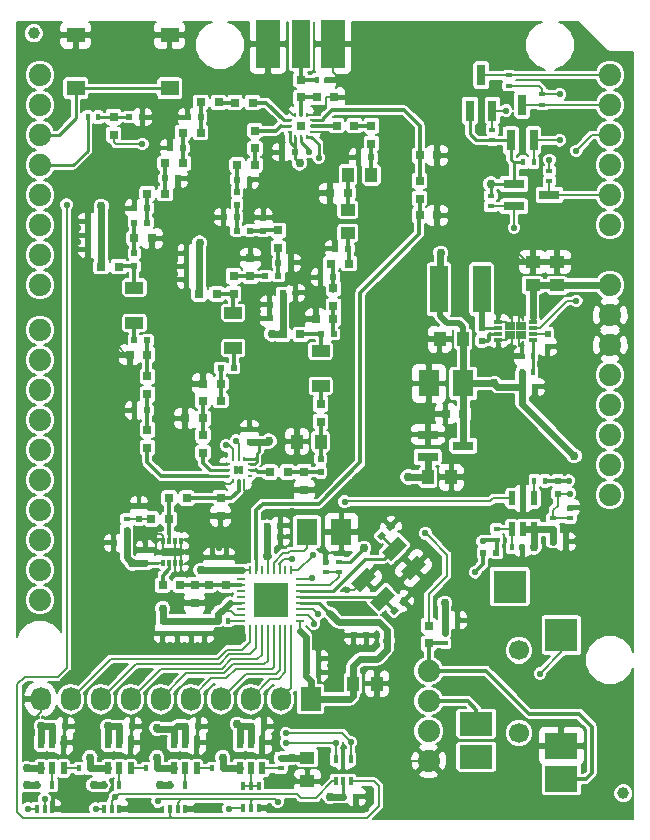
<source format=gtl>
G04 #@! TF.FileFunction,Copper,L1,Top,Signal*
%FSLAX46Y46*%
G04 Gerber Fmt 4.6, Leading zero omitted, Abs format (unit mm)*
G04 Created by KiCad (PCBNEW 4.0.0-rc1-stable) date 2/9/2016 2:30:24 PM*
%MOMM*%
G01*
G04 APERTURE LIST*
%ADD10C,0.150000*%
%ADD11R,2.800000X2.000000*%
%ADD12R,2.800000X2.200000*%
%ADD13R,2.800000X2.800000*%
%ADD14C,1.700000*%
%ADD15C,1.879600*%
%ADD16R,0.254000X0.762000*%
%ADD17R,0.762000X0.254000*%
%ADD18R,2.999740X2.999740*%
%ADD19R,0.548640X1.198880*%
%ADD20R,1.550000X1.300000*%
%ADD21R,0.800000X0.750000*%
%ADD22R,0.750000X0.800000*%
%ADD23R,1.727200X2.032000*%
%ADD24O,1.727200X2.032000*%
%ADD25R,1.501140X1.000760*%
%ADD26R,2.999740X1.998980*%
%ADD27R,0.600000X0.500000*%
%ADD28R,0.500000X0.600000*%
%ADD29R,0.400000X0.600000*%
%ADD30R,0.600000X0.400000*%
%ADD31R,0.440000X0.200000*%
%ADD32R,0.200000X0.440000*%
%ADD33R,0.380000X0.380000*%
%ADD34R,0.600000X1.000000*%
%ADD35R,0.420000X0.700000*%
%ADD36R,0.398780X0.749300*%
%ADD37R,0.406400X0.660400*%
%ADD38R,1.000000X1.250000*%
%ADD39R,1.250000X1.000000*%
%ADD40C,0.998220*%
%ADD41R,1.800000X2.230000*%
%ADD42R,0.300000X0.500000*%
%ADD43R,0.880000X0.800000*%
%ADD44R,1.500000X4.000000*%
%ADD45R,0.750000X0.300000*%
%ADD46R,0.875000X0.725000*%
%ADD47R,1.800860X0.800100*%
%ADD48R,2.000000X4.064000*%
%ADD49R,1.524000X4.064000*%
%ADD50R,0.800100X1.800860*%
%ADD51C,0.558800*%
%ADD52C,0.750000*%
%ADD53C,0.175260*%
%ADD54C,0.599440*%
%ADD55C,0.203200*%
%ADD56C,0.248920*%
%ADD57C,0.226060*%
%ADD58C,0.200660*%
%ADD59C,0.314960*%
%ADD60C,0.500000*%
%ADD61C,0.200000*%
G04 APERTURE END LIST*
D10*
D11*
X39500000Y-3095000D03*
X39500000Y-295000D03*
D12*
X46700000Y-2195000D03*
X46700000Y-4995000D03*
D13*
X46700000Y7205000D03*
X42350000Y11305000D03*
D14*
X43100000Y-1095000D03*
X43100000Y5905000D03*
D15*
X35470000Y1625000D03*
X35470000Y-915000D03*
X35470000Y-3455000D03*
X35470000Y4165000D03*
D16*
X23349680Y7680640D03*
X22849300Y7680640D03*
X22348920Y7680640D03*
X23850060Y7680640D03*
D17*
X24599360Y8429940D03*
X24599360Y8930320D03*
X24599360Y9430700D03*
X24599360Y9931080D03*
X24599360Y10428920D03*
X24599360Y10929300D03*
X24599360Y11429680D03*
X24599360Y11930060D03*
D16*
X20349940Y12679360D03*
X23850060Y12679360D03*
X23349680Y12679360D03*
X22849300Y12679360D03*
X22348920Y12679360D03*
X21851080Y12679360D03*
X21350700Y12679360D03*
X20850320Y12679360D03*
D17*
X19600640Y11930060D03*
X19600640Y11429680D03*
X19600640Y10929300D03*
X19600640Y10428920D03*
X19600640Y9931080D03*
X19600640Y9430700D03*
X19600640Y8930320D03*
X19600640Y8429940D03*
D16*
X20349940Y7680640D03*
X20850320Y7680640D03*
X21350700Y7680640D03*
X21851080Y7680640D03*
D18*
X22100000Y10180000D03*
D10*
G36*
X31301412Y9210092D02*
X30523722Y9987782D01*
X31867168Y11331228D01*
X32644858Y10553538D01*
X31301412Y9210092D01*
X31301412Y9210092D01*
G37*
G36*
X33916462Y11825142D02*
X33138772Y12602832D01*
X34482218Y13946278D01*
X35259908Y13168588D01*
X33916462Y11825142D01*
X33916462Y11825142D01*
G37*
G36*
X32292832Y13448772D02*
X31515142Y14226462D01*
X32858588Y15569908D01*
X33636278Y14792218D01*
X32292832Y13448772D01*
X32292832Y13448772D01*
G37*
G36*
X29677782Y10833722D02*
X28900092Y11611412D01*
X30243538Y12954858D01*
X31021228Y12177168D01*
X29677782Y10833722D01*
X29677782Y10833722D01*
G37*
D19*
X42510040Y18777940D03*
X43460000Y18777940D03*
X44409960Y18777940D03*
X44409960Y16182060D03*
X43460000Y16182060D03*
X42510040Y16182060D03*
D20*
X13545000Y53500000D03*
X5595000Y53500000D03*
X5595000Y58000000D03*
X13545000Y58000000D03*
D21*
X11660000Y30940000D03*
X10160000Y30940000D03*
X17870000Y28470000D03*
X16370000Y28470000D03*
D22*
X24930000Y21010000D03*
X24930000Y19510000D03*
D21*
X10550000Y40790000D03*
X12050000Y40790000D03*
D22*
X20380000Y37590000D03*
X20380000Y39090000D03*
D21*
X7750000Y38400000D03*
X9250000Y38400000D03*
X16060000Y36090000D03*
X17560000Y36090000D03*
D22*
X11660000Y27600000D03*
X11660000Y29100000D03*
X18950000Y37600000D03*
X18950000Y36100000D03*
X26320000Y25260000D03*
X26320000Y26760000D03*
D21*
X23110000Y32670000D03*
X24610000Y32670000D03*
D23*
X25480000Y1780000D03*
D24*
X22940000Y1780000D03*
X20400000Y1780000D03*
X17860000Y1780000D03*
X15320000Y1780000D03*
X12780000Y1780000D03*
X10240000Y1780000D03*
X7700000Y1780000D03*
X5160000Y1780000D03*
X2620000Y1780000D03*
D21*
X38400000Y25930000D03*
X36900000Y25930000D03*
D25*
X10561660Y33618860D03*
X10561660Y35120000D03*
X10561660Y36621140D03*
D26*
X7610180Y35120000D03*
D10*
G36*
X9084650Y36120760D02*
X9833950Y35620380D01*
X9833950Y34619620D01*
X9084650Y34119240D01*
X9084650Y36120760D01*
X9084650Y36120760D01*
G37*
D25*
X18941660Y31498860D03*
X18941660Y33000000D03*
X18941660Y34501140D03*
D26*
X15990180Y33000000D03*
D10*
G36*
X17464650Y34000760D02*
X18213950Y33500380D01*
X18213950Y32499620D01*
X17464650Y31999240D01*
X17464650Y34000760D01*
X17464650Y34000760D01*
G37*
D25*
X26321660Y28268860D03*
X26321660Y29770000D03*
X26321660Y31271140D03*
D26*
X23370180Y29770000D03*
D10*
G36*
X24844650Y30770760D02*
X25593950Y30270380D01*
X25593950Y29269620D01*
X24844650Y28769240D01*
X24844650Y30770760D01*
X24844650Y30770760D01*
G37*
D27*
X25060000Y5190000D03*
X26160000Y5190000D03*
X25060000Y4040000D03*
X26160000Y4040000D03*
D28*
X16500000Y8430000D03*
X16500000Y7330000D03*
X15360000Y8430000D03*
X15360000Y7330000D03*
X29110000Y8280000D03*
X29110000Y7180000D03*
X30180000Y8280000D03*
X30180000Y7180000D03*
X14190000Y8430000D03*
X14190000Y7330000D03*
X12950000Y8430000D03*
X12950000Y7330000D03*
D10*
G36*
X32525736Y8912182D02*
X32172182Y9265736D01*
X32596446Y9690000D01*
X32950000Y9336446D01*
X32525736Y8912182D01*
X32525736Y8912182D01*
G37*
G36*
X33303554Y9690000D02*
X32950000Y10043554D01*
X33374264Y10467818D01*
X33727818Y10114264D01*
X33303554Y9690000D01*
X33303554Y9690000D01*
G37*
G36*
X31455736Y15212182D02*
X31102182Y15565736D01*
X31526446Y15990000D01*
X31880000Y15636446D01*
X31455736Y15212182D01*
X31455736Y15212182D01*
G37*
G36*
X32233554Y15990000D02*
X31880000Y16343554D01*
X32304264Y16767818D01*
X32657818Y16414264D01*
X32233554Y15990000D01*
X32233554Y15990000D01*
G37*
D27*
X21820000Y15510000D03*
X22920000Y15510000D03*
X21820000Y16460000D03*
X22920000Y16460000D03*
D28*
X18320000Y12680000D03*
X18320000Y13780000D03*
X17180000Y12680000D03*
X17180000Y13780000D03*
D27*
X20420000Y-510000D03*
X21520000Y-510000D03*
X29340000Y-6470000D03*
X28240000Y-6470000D03*
D22*
X24650000Y52720000D03*
X24650000Y54220000D03*
X11660000Y23080000D03*
X11660000Y24580000D03*
X16360000Y22640000D03*
X16360000Y24140000D03*
D21*
X22030000Y21010000D03*
X23530000Y21010000D03*
D27*
X24160000Y48075000D03*
X23060000Y48075000D03*
X7730000Y41070000D03*
X6630000Y41070000D03*
D28*
X20310000Y23520000D03*
X20310000Y24620000D03*
X39950000Y32120000D03*
X39950000Y33220000D03*
D27*
X23110000Y35180000D03*
X22010000Y35180000D03*
X47100000Y15120000D03*
X46000000Y15120000D03*
D22*
X8790000Y49560000D03*
X8790000Y51060000D03*
D27*
X11240000Y51050000D03*
X10140000Y51050000D03*
D28*
X46390000Y20260000D03*
X46390000Y19160000D03*
D27*
X37930000Y8450000D03*
X36830000Y8450000D03*
D28*
X21480000Y41450000D03*
X21480000Y42550000D03*
D27*
X14660000Y48440000D03*
X13560000Y48440000D03*
X19210000Y42570000D03*
X18110000Y42570000D03*
X41200000Y14180000D03*
X40100000Y14180000D03*
D22*
X35460000Y8000000D03*
X35460000Y6500000D03*
D29*
X18500000Y8430000D03*
X17600000Y8430000D03*
X43410000Y14640000D03*
X42510000Y14640000D03*
D30*
X41220000Y16190000D03*
X41220000Y15290000D03*
D29*
X44410000Y20260000D03*
X45310000Y20260000D03*
X7490000Y51050000D03*
X6590000Y51050000D03*
D30*
X46000000Y17080000D03*
X46000000Y16180000D03*
X47430000Y17090000D03*
X47430000Y17990000D03*
X36830000Y7410000D03*
X36830000Y6510000D03*
X42275000Y54605000D03*
X42275000Y53705000D03*
X45075000Y52105000D03*
X45075000Y53005000D03*
D31*
X23720000Y50820000D03*
X23720000Y50320000D03*
X23720000Y49820000D03*
D32*
X24150000Y49390000D03*
X24650000Y49390000D03*
X25150000Y49390000D03*
D31*
X25580000Y49820000D03*
X25580000Y50320000D03*
X25580000Y50820000D03*
D32*
X25150000Y51250000D03*
X24650000Y51250000D03*
X24150000Y51250000D03*
D33*
X24840000Y50130000D03*
X24840000Y50510000D03*
X24460000Y50130000D03*
X24460000Y50510000D03*
D31*
X20310000Y20660000D03*
X20310000Y21160000D03*
X20310000Y21660000D03*
D32*
X19880000Y22090000D03*
X19380000Y22090000D03*
X18880000Y22090000D03*
D31*
X18450000Y21660000D03*
X18450000Y21160000D03*
X18450000Y20660000D03*
D32*
X18880000Y20230000D03*
X19380000Y20230000D03*
X19880000Y20230000D03*
D33*
X19190000Y21350000D03*
X19190000Y20970000D03*
X19570000Y21350000D03*
X19570000Y20970000D03*
D27*
X9285000Y-515000D03*
X10385000Y-515000D03*
X14885000Y-515000D03*
X15985000Y-515000D03*
X3610000Y-515000D03*
X4710000Y-515000D03*
X11660000Y43330000D03*
X10560000Y43330000D03*
X22740000Y38730000D03*
X23840000Y38730000D03*
D21*
X27410000Y33960000D03*
X25910000Y33960000D03*
D34*
X21370000Y-1880000D03*
X20420000Y-1880000D03*
X19470000Y-1880000D03*
X19470000Y-4080000D03*
X20420000Y-4080000D03*
X21370000Y-4080000D03*
X15835000Y-1890000D03*
X14885000Y-1890000D03*
X13935000Y-1890000D03*
X13935000Y-4090000D03*
X14885000Y-4090000D03*
X15835000Y-4090000D03*
X10235000Y-1890000D03*
X9285000Y-1890000D03*
X8335000Y-1890000D03*
X8335000Y-4090000D03*
X9285000Y-4090000D03*
X10235000Y-4090000D03*
X4560000Y-1890000D03*
X3610000Y-1890000D03*
X2660000Y-1890000D03*
X2660000Y-4090000D03*
X3610000Y-4090000D03*
X4560000Y-4090000D03*
D30*
X22970000Y-3180000D03*
X22970000Y-4080000D03*
D29*
X12460000Y-4090000D03*
X11560000Y-4090000D03*
X18040000Y-4090000D03*
X17140000Y-4090000D03*
X6785000Y-4090000D03*
X5885000Y-4090000D03*
D35*
X19770000Y-7450000D03*
X20420000Y-7450000D03*
X21070000Y-7450000D03*
X21070000Y-5550000D03*
X20420000Y-5550000D03*
X19770000Y-5550000D03*
D27*
X28630000Y39900000D03*
X27530000Y39900000D03*
D36*
X28890240Y-3290040D03*
X28240000Y-3290040D03*
X27589760Y-3290040D03*
X27589760Y-5189960D03*
X28240000Y-5189960D03*
X28890240Y-5189960D03*
D37*
X7969600Y-7506000D03*
X9290400Y-7506000D03*
X8630000Y-7506000D03*
X9290400Y-5474000D03*
X7969600Y-5474000D03*
X13559600Y-7506000D03*
X14880400Y-7506000D03*
X14220000Y-7506000D03*
X14880400Y-5474000D03*
X13559600Y-5474000D03*
X2289600Y-7506000D03*
X3610400Y-7506000D03*
X2950000Y-7506000D03*
X3610400Y-5474000D03*
X2289600Y-5474000D03*
D21*
X28630000Y44610000D03*
X27130000Y44610000D03*
X20560000Y52290000D03*
X19060000Y52290000D03*
X15000000Y18805000D03*
X13500000Y18805000D03*
X13160000Y44580000D03*
X11660000Y44580000D03*
D22*
X22740000Y41460000D03*
X22740000Y39960000D03*
D21*
X14670000Y47160000D03*
X13170000Y47160000D03*
X16160000Y49750000D03*
X14660000Y49750000D03*
X17680000Y52300000D03*
X16180000Y52300000D03*
X20760000Y46990000D03*
X19260000Y46990000D03*
D27*
X7720000Y39880000D03*
X6620000Y39880000D03*
X16060000Y37270000D03*
X14960000Y37270000D03*
X23110000Y34030000D03*
X22010000Y34030000D03*
X16060000Y38420000D03*
X14960000Y38420000D03*
D21*
X16360000Y25540000D03*
X14860000Y25540000D03*
D27*
X11660000Y26220000D03*
X10560000Y26220000D03*
X7730000Y42200000D03*
X6630000Y42200000D03*
X16060000Y39540000D03*
X14960000Y39540000D03*
X23100000Y36180000D03*
X24200000Y36180000D03*
X13170000Y45860000D03*
X14270000Y45860000D03*
D38*
X26320000Y23590000D03*
X24320000Y23590000D03*
D27*
X16160000Y51050000D03*
X15060000Y51050000D03*
X19210000Y45770000D03*
X20310000Y45770000D03*
X30620000Y47650000D03*
X29520000Y47650000D03*
D22*
X20770000Y49910000D03*
X20770000Y48410000D03*
D21*
X27680000Y50320000D03*
X29180000Y50320000D03*
X12950000Y11430000D03*
X14450000Y11430000D03*
D27*
X27400000Y37490000D03*
X26300000Y37490000D03*
D28*
X10950000Y17030000D03*
X10950000Y18130000D03*
D27*
X9900000Y15005000D03*
X8800000Y15005000D03*
X11660000Y32150000D03*
X10560000Y32150000D03*
D21*
X16360000Y27050000D03*
X17860000Y27050000D03*
D27*
X17860000Y29820000D03*
X18960000Y29820000D03*
D28*
X10560000Y39510000D03*
X10560000Y38410000D03*
X26320000Y21010000D03*
X26320000Y22110000D03*
D27*
X11660000Y42130000D03*
X10560000Y42130000D03*
X22740000Y37600000D03*
X21640000Y37600000D03*
X27420000Y32670000D03*
X26320000Y32670000D03*
X19230000Y41450000D03*
X20330000Y41450000D03*
D39*
X28630000Y43220000D03*
X28630000Y41220000D03*
D28*
X19220000Y44720000D03*
X19220000Y43620000D03*
D38*
X30630000Y46160000D03*
X28630000Y46160000D03*
D28*
X11475000Y13305000D03*
X11475000Y14405000D03*
D30*
X9900000Y17030000D03*
X9900000Y16130000D03*
D40*
X51960000Y-6190000D03*
X2050000Y58160000D03*
D41*
X28090000Y15940000D03*
X25170000Y15940000D03*
D42*
X13000000Y13305000D03*
X13500000Y13305000D03*
X14000000Y13305000D03*
X14500000Y13305000D03*
X14500000Y15205000D03*
X14000000Y15205000D03*
X13500000Y15205000D03*
X13000000Y15205000D03*
D43*
X14190000Y14255000D03*
X13310000Y14255000D03*
D22*
X34700000Y44160000D03*
X34700000Y45660000D03*
D21*
X34700000Y47820000D03*
X36200000Y47820000D03*
X34700000Y42740000D03*
X36200000Y42740000D03*
X27500000Y52730000D03*
X26000000Y52730000D03*
D22*
X17860000Y17310000D03*
X17860000Y18810000D03*
D29*
X26010000Y54220000D03*
X26910000Y54220000D03*
D28*
X45560000Y32720000D03*
X45560000Y31620000D03*
D27*
X44480000Y28230000D03*
X43380000Y28230000D03*
D41*
X35490000Y28505000D03*
X38410000Y28505000D03*
D29*
X43380000Y29470000D03*
X44280000Y29470000D03*
X44280000Y30810000D03*
X43380000Y30810000D03*
D39*
X46360000Y36810000D03*
X46360000Y38810000D03*
X44280000Y36810000D03*
X44280000Y38810000D03*
D38*
X36400000Y32260000D03*
X38400000Y32260000D03*
D44*
X39950000Y36480000D03*
X36350000Y36480000D03*
D38*
X37400000Y20580000D03*
X35400000Y20580000D03*
D21*
X13500000Y17030000D03*
X12000000Y17030000D03*
D22*
X27400000Y36550000D03*
X27400000Y35050000D03*
D21*
X28730000Y38660000D03*
X27230000Y38660000D03*
D22*
X30620000Y50320000D03*
X30620000Y48820000D03*
D38*
X31080000Y3090000D03*
X29080000Y3090000D03*
D39*
X25200000Y-5180000D03*
X25200000Y-3180000D03*
D45*
X44280000Y32220000D03*
X44280000Y32720000D03*
X44280000Y33220000D03*
X44280000Y33720000D03*
X41380000Y33720000D03*
X41380000Y33220000D03*
X41380000Y32720000D03*
X41380000Y32220000D03*
D46*
X42392500Y33332500D03*
X42392500Y32607500D03*
X43267500Y33332500D03*
X43267500Y32607500D03*
D47*
X35398860Y24180000D03*
X35398860Y22280000D03*
X38401140Y23230000D03*
D48*
X21878000Y57240000D03*
X27402000Y57240000D03*
D49*
X24640000Y57240000D03*
D21*
X16850000Y11430000D03*
X18350000Y11430000D03*
D22*
X15650000Y9930000D03*
X15650000Y11430000D03*
D47*
X42698860Y45405000D03*
X42698860Y43505000D03*
X45701140Y44455000D03*
D50*
X42450000Y49103860D03*
X44350000Y49103860D03*
X43400000Y52106140D03*
X38975000Y51603860D03*
X40875000Y51603860D03*
X39925000Y54606140D03*
D30*
X40725000Y43505000D03*
X40725000Y44405000D03*
X27875000Y12530000D03*
X27875000Y13430000D03*
D29*
X44350000Y47230000D03*
X43450000Y47230000D03*
D30*
X40875000Y50005000D03*
X40875000Y49105000D03*
X45700000Y45605000D03*
X45700000Y46505000D03*
D15*
X50830000Y26680000D03*
X50830000Y29220000D03*
X50830000Y41920000D03*
X50830000Y44460000D03*
X50830000Y47000000D03*
X50830000Y49540000D03*
X50830000Y52080000D03*
X50830000Y54620000D03*
X2570000Y15250000D03*
X2570000Y49540000D03*
X2570000Y47000000D03*
X2570000Y44460000D03*
X2570000Y41920000D03*
X2570000Y39380000D03*
X2570000Y36840000D03*
X2570000Y33030000D03*
X2570000Y30490000D03*
X2570000Y27950000D03*
X2570000Y25410000D03*
X2570000Y22870000D03*
X2570000Y20330000D03*
X50830000Y31760000D03*
X50830000Y34300000D03*
X2570000Y17790000D03*
X50830000Y24140000D03*
X2570000Y54620000D03*
X2570000Y52080000D03*
X50830000Y36840000D03*
X2570000Y12710000D03*
X2570000Y10170000D03*
X50830000Y21600000D03*
X50830000Y19060000D03*
D30*
X26750000Y12530000D03*
X26750000Y13430000D03*
D51*
X45900000Y35380000D03*
X37300000Y-4920000D03*
X40500000Y-5020000D03*
X51100000Y-920000D03*
X50900000Y1380000D03*
X48400000Y1380000D03*
X45800000Y1580000D03*
X45800000Y3280000D03*
X48400000Y3380000D03*
X49200000Y7780000D03*
X51100000Y9380000D03*
X51100000Y12280000D03*
X51100000Y14580000D03*
X49300000Y17280000D03*
X43200000Y25430000D03*
X44450000Y24205000D03*
X48400000Y15880000D03*
X48400000Y13480000D03*
X48400000Y11080000D03*
X45250000Y11055000D03*
X45300000Y13305000D03*
X38150000Y17555000D03*
X41500000Y17105000D03*
X46575000Y21805000D03*
X42775000Y22505000D03*
X42925000Y-4095000D03*
X44400000Y-7020000D03*
X40625000Y-7020000D03*
X33725000Y-7470000D03*
X32900000Y-2370000D03*
X32900000Y180000D03*
X32925000Y2705000D03*
X33000000Y5505000D03*
X31550000Y4405000D03*
X49250000Y-6995000D03*
X50775000Y-2945000D03*
X44100000Y-2720000D03*
X36300000Y15905000D03*
X31275000Y12930000D03*
X35150000Y14605000D03*
X42250000Y40355000D03*
X39600000Y40980000D03*
X36200000Y41180000D03*
X34900000Y39880000D03*
X33375000Y38430000D03*
X32000000Y36980000D03*
X30750000Y35255000D03*
X30725000Y33405000D03*
X30750000Y31255000D03*
X28700000Y30030000D03*
X28775000Y27930000D03*
X30900000Y29305000D03*
X33100000Y30955000D03*
X33225000Y35355000D03*
X34475000Y32405000D03*
X32625000Y33155000D03*
X45650000Y42830000D03*
X44150000Y44405000D03*
X40575000Y47130000D03*
X39100000Y47930000D03*
X39300000Y44180000D03*
X36225000Y46505000D03*
X35925000Y44330000D03*
X46175000Y53830000D03*
X48350000Y53255000D03*
X47675000Y50805000D03*
X44850000Y50805000D03*
X48650000Y45930000D03*
X30525000Y55005000D03*
X34325000Y54955000D03*
X37775000Y54880000D03*
X37650000Y52205000D03*
X37700000Y49080000D03*
X35825000Y49080000D03*
X35225000Y52105000D03*
X26275000Y6705000D03*
X27775000Y9705000D03*
X29450000Y17805000D03*
X34650000Y17180000D03*
X33075000Y17580000D03*
X30300000Y19480000D03*
X30650000Y23455000D03*
X30700000Y27580000D03*
X17820000Y16270000D03*
X19300000Y17155000D03*
X20050000Y14780000D03*
X48000000Y27505000D03*
X48050000Y24430000D03*
X45700000Y26330000D03*
X45825000Y29255000D03*
X40850000Y29680000D03*
X40875000Y27205000D03*
X40850000Y24930000D03*
X40975000Y22055000D03*
X39825000Y19330000D03*
X38775000Y21755000D03*
X33725000Y19305000D03*
X31175000Y20355000D03*
X33350000Y22430000D03*
X32275000Y25305000D03*
X33450000Y27055000D03*
X33525000Y29555000D03*
X35475000Y30605000D03*
X45650000Y40780000D03*
X40450000Y8355000D03*
X37725000Y10530000D03*
X38450000Y13005000D03*
X39175000Y14455000D03*
X17600000Y-7370000D03*
X23950000Y-6920000D03*
X11650000Y-6870000D03*
X16575000Y-7445000D03*
X10900000Y-7070000D03*
X1400000Y-2870000D03*
X1350000Y-6620000D03*
X6400000Y-6370000D03*
X17000000Y9580000D03*
X1350000Y-570000D03*
X7150000Y-370000D03*
X17950000Y6930000D03*
X9500000Y11930000D03*
X9500000Y7880000D03*
X12200000Y10430000D03*
X12050000Y12280000D03*
X5900000Y30805000D03*
X5900000Y27180000D03*
X5900000Y23580000D03*
X5900000Y19380000D03*
X5900000Y15480000D03*
X5900000Y10680000D03*
X5900000Y8080000D03*
X5825000Y4930000D03*
X7825000Y5655000D03*
X7750000Y9380000D03*
X7750000Y12980000D03*
X7750000Y17580000D03*
X7850000Y22080000D03*
X7850000Y26130000D03*
X7900000Y28880000D03*
X30525000Y1230000D03*
X28900000Y730000D03*
X26600000Y-345000D03*
X31125000Y-2070000D03*
X28525000Y11055000D03*
X30875000Y6205000D03*
X29625000Y6080000D03*
X28200000Y6405000D03*
X27275000Y5605000D03*
X27300000Y4455000D03*
X24275000Y-445000D03*
X17825000Y-495000D03*
X11450000Y-2345000D03*
X5800000Y-1895000D03*
X28250000Y-4270000D03*
X23800000Y-4595000D03*
X30150000Y-7495000D03*
X5400000Y-6445000D03*
X33050000Y7680000D03*
X34525000Y9630000D03*
X32925000Y11555000D03*
X22890000Y9480000D03*
X30600000Y57780000D03*
X34600000Y57780000D03*
X37600000Y57780000D03*
X40600000Y57780000D03*
X42600000Y55780000D03*
X44350000Y41530000D03*
X30160000Y52350000D03*
X32520000Y52320000D03*
X33440000Y50320000D03*
X31630000Y50890000D03*
X31690000Y48640000D03*
X31730000Y47360000D03*
X32000000Y42420000D03*
X31960000Y39600000D03*
X33400000Y41020000D03*
X33730000Y42520000D03*
X33560000Y44290000D03*
X30880000Y44450000D03*
X29910000Y43560000D03*
X29870000Y40810000D03*
X30110000Y37910000D03*
X28590000Y36950000D03*
X28590000Y34840000D03*
X28650000Y33320000D03*
X27850000Y30900000D03*
X27910000Y28910000D03*
X27790000Y27160000D03*
X27810000Y25150000D03*
X28070000Y21790000D03*
X33320000Y47460000D03*
X7600000Y48380000D03*
X4800000Y45380000D03*
X21820000Y17520000D03*
X17740000Y14550000D03*
X23870000Y17670000D03*
X22690000Y14550000D03*
X22930000Y17540000D03*
X23690000Y19210000D03*
X12790000Y6180000D03*
X14530000Y6210000D03*
X16400000Y6360000D03*
X47970000Y30770000D03*
X47970000Y33070000D03*
X43155000Y33332500D03*
X43155000Y32607500D03*
X42505000Y33332500D03*
X41310000Y30560000D03*
X42505000Y32607500D03*
X50350000Y39280000D03*
X42850000Y37530000D03*
X41850000Y35280000D03*
X38350000Y34530000D03*
X38350000Y36280000D03*
X38350000Y38030000D03*
X41850000Y37280000D03*
X39350000Y31030000D03*
X37350000Y31030000D03*
X28700000Y54220000D03*
X26120000Y51630000D03*
X27100000Y18150000D03*
X34990000Y26210000D03*
X29580000Y20540000D03*
X26330000Y19780000D03*
X37550000Y5130000D03*
X22880000Y10970000D03*
X21370000Y10870000D03*
X21370000Y9420000D03*
X24400000Y22050000D03*
X21660000Y19260000D03*
X22230000Y22320000D03*
X19380000Y21160000D03*
X18200000Y24180000D03*
X19200000Y24580000D03*
X17400000Y21980000D03*
X17400000Y23380000D03*
X20400000Y31580000D03*
X19800000Y29650000D03*
X19050000Y28305000D03*
X19000000Y26380000D03*
X18000000Y25980000D03*
X17400000Y25180000D03*
X25000000Y27380000D03*
X25200000Y24980000D03*
X22800000Y24580000D03*
X21400000Y24580000D03*
X25219300Y29770000D03*
X24400000Y30380000D03*
X23370180Y29770000D03*
X24400000Y28980000D03*
X23600000Y27780000D03*
X22200000Y29180000D03*
X22000000Y27780000D03*
X22200000Y30380000D03*
X22400000Y31580000D03*
X24200000Y31580000D03*
X11000000Y15380000D03*
X12200000Y15780000D03*
X15530000Y14390000D03*
X16600000Y16580000D03*
X14800000Y16180000D03*
X14800000Y17580000D03*
X16000000Y17980000D03*
X8600000Y32390000D03*
X9200000Y29980000D03*
X10400000Y29580000D03*
X10600000Y27180000D03*
X9400000Y27180000D03*
X9400000Y25380000D03*
X10600000Y25180000D03*
X10600000Y22380000D03*
X10800000Y20980000D03*
X12600000Y19980000D03*
X14600000Y19980000D03*
X17000000Y19980000D03*
X16200000Y41580000D03*
X16200000Y44180000D03*
X15000000Y32380000D03*
X14400000Y30780000D03*
X16800000Y30580000D03*
X15200000Y29230000D03*
X15200000Y26980000D03*
X15200000Y24380000D03*
X14400000Y23180000D03*
X15600000Y21380000D03*
X13400000Y21380000D03*
X12800000Y22580000D03*
X12800000Y24380000D03*
X12800000Y26605000D03*
X12800000Y27580000D03*
X12800000Y29180000D03*
X12800000Y30390000D03*
X12800000Y32710000D03*
X12000000Y33580000D03*
X12000000Y35180000D03*
X12000000Y36580000D03*
X11600000Y37980000D03*
X11800000Y39580000D03*
X13200000Y40180000D03*
X13200000Y41380000D03*
X12600000Y42780000D03*
X14200000Y43980000D03*
X15400000Y45380000D03*
X15990180Y33000000D03*
X17000000Y32380000D03*
X17839300Y33000000D03*
X17000000Y33780000D03*
X17000000Y34780000D03*
X14800000Y33580000D03*
X14810000Y34550000D03*
X14000000Y36540000D03*
X14000000Y37780000D03*
X14000000Y38980000D03*
X14200000Y40380000D03*
X15000000Y41580000D03*
X8800000Y44980000D03*
X9400000Y39580000D03*
X9400000Y41180000D03*
X9400000Y42380000D03*
X9400000Y43380000D03*
X10400000Y44580000D03*
X11800000Y45580000D03*
X10000000Y47180000D03*
X12000000Y47180000D03*
X13600000Y50180000D03*
X10600000Y49380000D03*
X4600000Y51580000D03*
X10600000Y55580000D03*
X8000000Y55580000D03*
X5000000Y55580000D03*
X13600000Y55580000D03*
X12600000Y50780000D03*
X15000000Y52180000D03*
X15700000Y53380000D03*
X18500000Y53380000D03*
X21000000Y53480000D03*
X22700000Y52580000D03*
X21900000Y50880000D03*
X19700000Y50880000D03*
X19600000Y48980000D03*
X18200000Y48880000D03*
X16100000Y48780000D03*
X15800000Y47380000D03*
X18000000Y47080000D03*
X16700000Y45480000D03*
X18100000Y45180000D03*
X18000000Y43680000D03*
X18000000Y41480000D03*
X19800000Y40380000D03*
X17300000Y39880000D03*
X17400000Y37280000D03*
X17500000Y38380000D03*
X18800000Y38780000D03*
X21600000Y38780000D03*
X21400000Y40380000D03*
X21500000Y43880000D03*
X23800000Y43980000D03*
X25200000Y42180000D03*
X25200000Y40380000D03*
X23900000Y36980000D03*
X25200000Y37580000D03*
X26300000Y36480000D03*
X26300000Y35180000D03*
X24600000Y34080000D03*
X20900000Y32980000D03*
X20900000Y34980000D03*
X20900000Y36180000D03*
X23900000Y39680000D03*
X23800000Y41880000D03*
X22700000Y42580000D03*
X21800000Y47180000D03*
X23300000Y47080000D03*
X23100000Y45280000D03*
X21300000Y45680000D03*
X20300000Y44680000D03*
X20300000Y42580000D03*
X21800000Y48780000D03*
X22600000Y49180000D03*
X29400000Y48980000D03*
X27800000Y48980000D03*
X26800000Y49380000D03*
X27000000Y47780000D03*
X27200000Y46380000D03*
X25600000Y44380000D03*
X27000000Y43380000D03*
X27000000Y41180000D03*
X26400000Y39780000D03*
X26200000Y38580000D03*
X9459300Y35120000D03*
X8600000Y35980000D03*
X7610180Y35120000D03*
X8600000Y34280000D03*
X8600000Y33280000D03*
X6400000Y34380000D03*
X6000000Y33280000D03*
X6400000Y35780000D03*
X6000000Y36880000D03*
X8600000Y37180000D03*
X5810000Y39090000D03*
X5800000Y40480000D03*
X5800000Y41680000D03*
X6700000Y43280000D03*
X24650000Y50320000D03*
X14600000Y12380000D03*
X15800000Y13780000D03*
X22100000Y53980000D03*
D52*
X44400000Y14655000D03*
X40725000Y45405000D03*
X29975000Y14555000D03*
X12950000Y9430000D03*
X33725000Y20580000D03*
X27140000Y-6470000D03*
X12730000Y-5480000D03*
X7100000Y-5480000D03*
X1430000Y-5480000D03*
X31940000Y6730000D03*
X21820000Y13930000D03*
X16200000Y12680000D03*
X36825000Y9905000D03*
X10375000Y13305000D03*
X19275000Y-345000D03*
D51*
X40050000Y15155000D03*
X47350000Y20255000D03*
X39400000Y12530000D03*
X44900000Y3930000D03*
X11220000Y48780000D03*
X23880000Y13660000D03*
X35200000Y15820000D03*
X47400000Y19180000D03*
X25750000Y8180000D03*
X42025000Y51605000D03*
X46575000Y49105000D03*
X26075000Y9005000D03*
X25650000Y13980000D03*
X28350000Y18505000D03*
D52*
X47800000Y22380000D03*
X21950000Y23630000D03*
X41025000Y28505000D03*
X1440000Y-4090000D03*
X6790000Y-3180000D03*
X12460000Y-3180000D03*
X18040000Y-3180000D03*
X23920000Y-3180000D03*
X36490000Y39530000D03*
X24540000Y47160000D03*
X22175000Y32680000D03*
X12475000Y-695000D03*
X8325000Y-520000D03*
X16075000Y40405000D03*
X7750000Y43505000D03*
X2675000Y-520000D03*
D51*
X23390000Y-1110000D03*
X28890000Y-1860000D03*
X18540000Y-7510000D03*
X7280000Y-7510000D03*
X1520000Y-7510000D03*
X19175000Y23655000D03*
X12550000Y-6870000D03*
X2950000Y-6660000D03*
X23410000Y-1920000D03*
X27590000Y-1920000D03*
X22700000Y-6920000D03*
X18325000Y23255000D03*
X4825000Y43630000D03*
X25350000Y48105000D03*
X26175000Y47605000D03*
X8950000Y-6495000D03*
X47960000Y48190000D03*
X47960000Y35490000D03*
X25600000Y12030000D03*
X42700000Y41680000D03*
X45700000Y47430000D03*
X46575000Y53005000D03*
D53*
X44280000Y33720000D02*
X44280000Y34170000D01*
D54*
X44280000Y34170000D02*
X44280000Y36810000D01*
X46360000Y36810000D02*
X44280000Y36810000D01*
X50800000Y36830000D02*
X46380000Y36830000D01*
X46380000Y36830000D02*
X46360000Y36810000D01*
X50800000Y36830000D02*
X50775000Y36855000D01*
D55*
X47430000Y17990000D02*
X48590000Y17990000D01*
X40400000Y-4920000D02*
X37300000Y-4920000D01*
X40500000Y-5020000D02*
X40400000Y-4920000D01*
X51100000Y1180000D02*
X51100000Y-920000D01*
X50900000Y1380000D02*
X51100000Y1180000D01*
X46000000Y1380000D02*
X48400000Y1380000D01*
X45800000Y1580000D02*
X46000000Y1380000D01*
X48300000Y3280000D02*
X45800000Y3280000D01*
X48400000Y3380000D02*
X48300000Y3280000D01*
X49500000Y7780000D02*
X49200000Y7780000D01*
X51100000Y9380000D02*
X49500000Y7780000D01*
X51100000Y14580000D02*
X51100000Y12280000D01*
X48590000Y17990000D02*
X49300000Y17280000D01*
X43200000Y25430000D02*
X44425000Y24205000D01*
X44425000Y24205000D02*
X44450000Y24205000D01*
X47640000Y15120000D02*
X47100000Y15120000D01*
X48400000Y15880000D02*
X47640000Y15120000D01*
X48400000Y11080000D02*
X48400000Y13480000D01*
X45250000Y13255000D02*
X45250000Y11055000D01*
X45300000Y13305000D02*
X45250000Y13255000D01*
X38600000Y17105000D02*
X38150000Y17555000D01*
X41500000Y17105000D02*
X38600000Y17105000D01*
X45875000Y22505000D02*
X46575000Y21805000D01*
X42775000Y22505000D02*
X45875000Y22505000D01*
X46700000Y-2195000D02*
X44625000Y-2195000D01*
D56*
X42925000Y-5545000D02*
X42925000Y-4095000D01*
X44400000Y-7020000D02*
X42925000Y-5545000D01*
X34175000Y-7020000D02*
X40625000Y-7020000D01*
X33725000Y-7470000D02*
X34175000Y-7020000D01*
X32900000Y180000D02*
X32900000Y-2370000D01*
X32925000Y5430000D02*
X32925000Y2705000D01*
X33000000Y5505000D02*
X32925000Y5430000D01*
X31080000Y3935000D02*
X31550000Y4405000D01*
X31080000Y3935000D02*
X31080000Y3090000D01*
D55*
X50775000Y-5470000D02*
X49250000Y-6995000D01*
X50775000Y-2945000D02*
X50775000Y-5470000D01*
X44625000Y-2195000D02*
X44100000Y-2720000D01*
X37400000Y15905000D02*
X37600000Y15705000D01*
X36300000Y15905000D02*
X37400000Y15905000D01*
X30996370Y12930000D02*
X31275000Y12930000D01*
X29960660Y11894290D02*
X30996370Y12930000D01*
X35150000Y13836370D02*
X34199340Y12885710D01*
X35150000Y14605000D02*
X35150000Y13836370D01*
X26750000Y13430000D02*
X26750000Y13880000D01*
X26750000Y13880000D02*
X27050000Y14180000D01*
X27050000Y14180000D02*
X27900000Y14180000D01*
X27900000Y14180000D02*
X28090000Y14370000D01*
X28090000Y14370000D02*
X28090000Y15940000D01*
D56*
X47430000Y17990000D02*
X47430000Y18035000D01*
D55*
X28090000Y15940000D02*
X28090000Y15295000D01*
X44280000Y38810000D02*
X43795000Y38810000D01*
X43795000Y38810000D02*
X42250000Y40355000D01*
X39600000Y40980000D02*
X37840000Y42740000D01*
X37840000Y42740000D02*
X36200000Y42740000D01*
X36200000Y42740000D02*
X36200000Y41180000D01*
X34900000Y39880000D02*
X33450000Y38430000D01*
X33450000Y38430000D02*
X33375000Y38430000D01*
X32000000Y36980000D02*
X30750000Y35730000D01*
X30750000Y35730000D02*
X30750000Y35255000D01*
X30725000Y33405000D02*
X30750000Y33380000D01*
X30750000Y33380000D02*
X30750000Y31255000D01*
X28700000Y30030000D02*
X28775000Y29955000D01*
X28775000Y29955000D02*
X28775000Y27930000D01*
X30900000Y29305000D02*
X32550000Y30955000D01*
X32550000Y30955000D02*
X33100000Y30955000D01*
X33225000Y35355000D02*
X34475000Y34105000D01*
X34475000Y34105000D02*
X34475000Y32405000D01*
X32625000Y33155000D02*
X32850000Y33380000D01*
X32850000Y33380000D02*
X34525000Y33380000D01*
X34525000Y33380000D02*
X35645000Y32260000D01*
X35645000Y32260000D02*
X36400000Y32260000D01*
X45650000Y42830000D02*
X45050000Y42830000D01*
X45050000Y42830000D02*
X44150000Y43730000D01*
X44150000Y43730000D02*
X44150000Y44405000D01*
X40575000Y47130000D02*
X39775000Y47930000D01*
X39775000Y47930000D02*
X39100000Y47930000D01*
X39300000Y44180000D02*
X36975000Y46505000D01*
X36975000Y46505000D02*
X36225000Y46505000D01*
X35925000Y44330000D02*
X36200000Y44055000D01*
X36200000Y44055000D02*
X36200000Y42740000D01*
X46175000Y53830000D02*
X47775000Y53830000D01*
X47775000Y53830000D02*
X48350000Y53255000D01*
X47675000Y50805000D02*
X44850000Y50805000D01*
X48650000Y45930000D02*
X47700000Y45930000D01*
X47700000Y45930000D02*
X47650000Y45880000D01*
X28700000Y54220000D02*
X29740000Y54220000D01*
X29740000Y54220000D02*
X30525000Y55005000D01*
X34325000Y54955000D02*
X34400000Y54880000D01*
X34400000Y54880000D02*
X37775000Y54880000D01*
X37650000Y52205000D02*
X37700000Y52155000D01*
X37700000Y52155000D02*
X37700000Y49080000D01*
X35825000Y49080000D02*
X35825000Y51505000D01*
X35825000Y51505000D02*
X35225000Y52105000D01*
X26160000Y5190000D02*
X26160000Y6590000D01*
X26160000Y6590000D02*
X26275000Y6705000D01*
X35490000Y28505000D02*
X31625000Y28505000D01*
X31717818Y16930000D02*
X32268909Y16378909D01*
X30325000Y16930000D02*
X31717818Y16930000D01*
X29450000Y17805000D02*
X30325000Y16930000D01*
X33475000Y17180000D02*
X34650000Y17180000D01*
X33075000Y17580000D02*
X33475000Y17180000D01*
X30300000Y23105000D02*
X30300000Y19480000D01*
X30650000Y23455000D02*
X30300000Y23105000D01*
X31625000Y28505000D02*
X30700000Y27580000D01*
X17820000Y16270000D02*
X19310000Y14780000D01*
X18320000Y15460000D02*
X17820000Y16270000D01*
X18320000Y13780000D02*
X18320000Y15460000D01*
X19145000Y17310000D02*
X17860000Y17310000D01*
X19300000Y17155000D02*
X19145000Y17310000D01*
X19310000Y14780000D02*
X20050000Y14780000D01*
X48000000Y28930000D02*
X50830000Y31760000D01*
X48000000Y27505000D02*
X48000000Y28930000D01*
X45560000Y31620000D02*
X45560000Y29520000D01*
X44480000Y27550000D02*
X44480000Y28230000D01*
X45700000Y26330000D02*
X44480000Y27550000D01*
X45560000Y29520000D02*
X45825000Y29255000D01*
X42555000Y30810000D02*
X43380000Y30810000D01*
X41800000Y30055000D02*
X42555000Y30810000D01*
X41225000Y30055000D02*
X41800000Y30055000D01*
X40850000Y29680000D02*
X41225000Y30055000D01*
X33400000Y24180000D02*
X33400000Y22480000D01*
X40800000Y27280000D02*
X40075000Y27280000D01*
X40875000Y27205000D02*
X40800000Y27280000D01*
X40850000Y22180000D02*
X40850000Y24930000D01*
X40975000Y22055000D02*
X40850000Y22180000D01*
X39825000Y20705000D02*
X39825000Y19330000D01*
X38775000Y21755000D02*
X39825000Y20705000D01*
X32225000Y19305000D02*
X33725000Y19305000D01*
X31175000Y20355000D02*
X32225000Y19305000D01*
X33400000Y22480000D02*
X33350000Y22430000D01*
X35490000Y28505000D02*
X35490000Y30590000D01*
X33400000Y24180000D02*
X35398860Y24180000D01*
X32275000Y25305000D02*
X33400000Y24180000D01*
X33450000Y29480000D02*
X33450000Y27055000D01*
X33525000Y29555000D02*
X33450000Y29480000D01*
X35490000Y30590000D02*
X35475000Y30605000D01*
X46360000Y38810000D02*
X46360000Y40070000D01*
X46360000Y40070000D02*
X45650000Y40780000D01*
X34280710Y12885710D02*
X34199340Y12885710D01*
X40355000Y8450000D02*
X37930000Y8450000D01*
X40450000Y8355000D02*
X40355000Y8450000D01*
X37725000Y11355000D02*
X37725000Y10530000D01*
X38450000Y13005000D02*
X37725000Y11355000D01*
X17525000Y-7445000D02*
X17600000Y-7370000D01*
X16575000Y-7445000D02*
X17525000Y-7445000D01*
X11550000Y-6770000D02*
X11050000Y-6770000D01*
X11650000Y-6870000D02*
X11550000Y-6770000D01*
X9290400Y-7506000D02*
X10464000Y-7506000D01*
X10464000Y-7506000D02*
X10900000Y-7070000D01*
X1350000Y-570000D02*
X1350000Y-2820000D01*
X1350000Y-2820000D02*
X1400000Y-2870000D01*
X6450000Y-6420000D02*
X6450000Y-6470000D01*
X6400000Y-6370000D02*
X6450000Y-6420000D01*
X16650000Y9930000D02*
X15650000Y9930000D01*
X17000000Y9580000D02*
X16650000Y9930000D01*
X1350000Y-570000D02*
X2620000Y700000D01*
X2620000Y700000D02*
X2620000Y1780000D01*
X7150000Y-370000D02*
X7005000Y-515000D01*
X7005000Y-515000D02*
X4710000Y-515000D01*
X16500000Y7330000D02*
X17550000Y7330000D01*
X17550000Y7330000D02*
X17950000Y6930000D01*
X12950000Y7330000D02*
X12250000Y7330000D01*
X12250000Y7330000D02*
X12200000Y7380000D01*
X8800000Y15005000D02*
X8800000Y12630000D01*
X8800000Y12630000D02*
X9500000Y11930000D01*
X9500000Y7880000D02*
X9650000Y7880000D01*
X9650000Y7880000D02*
X12200000Y10430000D01*
X12050000Y12280000D02*
X12200000Y7380000D01*
X12900000Y7380000D02*
X12950000Y7330000D01*
X10560000Y26220000D02*
X7940000Y26220000D01*
X7940000Y26220000D02*
X7850000Y26130000D01*
X6000000Y33280000D02*
X6000000Y30905000D01*
X6000000Y30905000D02*
X5900000Y30805000D01*
X5900000Y27180000D02*
X5900000Y23580000D01*
X5900000Y19380000D02*
X5900000Y15480000D01*
X5900000Y10680000D02*
X5900000Y8080000D01*
X5825000Y4930000D02*
X6550000Y5655000D01*
X6550000Y5655000D02*
X7825000Y5655000D01*
X7750000Y9380000D02*
X7750000Y12980000D01*
X7750000Y17580000D02*
X7850000Y17680000D01*
X7850000Y17680000D02*
X7850000Y22080000D01*
X7850000Y26130000D02*
X7900000Y26180000D01*
X7900000Y26180000D02*
X7900000Y28880000D01*
X31080000Y3090000D02*
X31080000Y1785000D01*
X31080000Y1785000D02*
X30525000Y1230000D01*
X28900000Y730000D02*
X27825000Y-345000D01*
X27825000Y-345000D02*
X26600000Y-345000D01*
X31125000Y-2070000D02*
X32510000Y-3455000D01*
X32510000Y-3455000D02*
X35470000Y-3455000D01*
X26160000Y4040000D02*
X26885000Y4040000D01*
X29121370Y11055000D02*
X29960660Y11894290D01*
X28525000Y11055000D02*
X29121370Y11055000D01*
X29750000Y6205000D02*
X30875000Y6205000D01*
X29625000Y6080000D02*
X29750000Y6205000D01*
X28075000Y6405000D02*
X28200000Y6405000D01*
X27275000Y5605000D02*
X28075000Y6405000D01*
X26885000Y4040000D02*
X27300000Y4455000D01*
X24210000Y-510000D02*
X21520000Y-510000D01*
X24275000Y-445000D02*
X24210000Y-510000D01*
X17805000Y-515000D02*
X15985000Y-515000D01*
X17825000Y-495000D02*
X17805000Y-515000D01*
X4560000Y-1890000D02*
X5795000Y-1890000D01*
X10995000Y-1890000D02*
X10235000Y-1890000D01*
X11450000Y-2345000D02*
X10995000Y-1890000D01*
X5795000Y-1890000D02*
X5800000Y-1895000D01*
X28240000Y-4260000D02*
X28240000Y-3290040D01*
X28250000Y-4270000D02*
X28240000Y-4260000D01*
X29340000Y-6470000D02*
X30325000Y-6470000D01*
X24385000Y-5180000D02*
X25200000Y-5180000D01*
X23800000Y-4595000D02*
X24385000Y-5180000D01*
X30475000Y-7170000D02*
X30150000Y-7495000D01*
X30475000Y-6620000D02*
X30475000Y-7170000D01*
X30325000Y-6470000D02*
X30475000Y-6620000D01*
X16575000Y-7445000D02*
X14941400Y-7445000D01*
X14941400Y-7445000D02*
X14880400Y-7506000D01*
X3610400Y-6784600D02*
X3950000Y-6445000D01*
X3950000Y-6445000D02*
X5400000Y-6445000D01*
X3610400Y-7506000D02*
X3610400Y-6784600D01*
X23349680Y11429680D02*
X22100000Y10180000D01*
X33338909Y10078909D02*
X33787818Y9630000D01*
X33050000Y7755000D02*
X33075000Y7780000D01*
X33050000Y7680000D02*
X33050000Y7755000D01*
X33787818Y9630000D02*
X34525000Y9630000D01*
X32925000Y11555000D02*
X34199340Y12829340D01*
X34199340Y12829340D02*
X34199340Y12885710D01*
X22890000Y9480000D02*
X22190000Y10180000D01*
X22190000Y10180000D02*
X22100000Y10180000D01*
X30600000Y57780000D02*
X34600000Y57780000D01*
X37600000Y57780000D02*
X40600000Y57780000D01*
X44280000Y41460000D02*
X44280000Y38810000D01*
X44350000Y41530000D02*
X44280000Y41460000D01*
X30160000Y52350000D02*
X32490000Y52350000D01*
X32490000Y52350000D02*
X32520000Y52320000D01*
X31630000Y48700000D02*
X31630000Y50890000D01*
X31690000Y48640000D02*
X31630000Y48700000D01*
X33220000Y47360000D02*
X31730000Y47360000D01*
X31730000Y42690000D02*
X31730000Y47360000D01*
X32000000Y42420000D02*
X31730000Y42690000D01*
X31980000Y39600000D02*
X31960000Y39600000D01*
X33400000Y41020000D02*
X31980000Y39600000D01*
X33730000Y44120000D02*
X33730000Y42520000D01*
X33560000Y44290000D02*
X33730000Y44120000D01*
X30800000Y44450000D02*
X30880000Y44450000D01*
X29910000Y43560000D02*
X30800000Y44450000D01*
X29870000Y38150000D02*
X29870000Y40810000D01*
X30110000Y37910000D02*
X29870000Y38150000D01*
X28590000Y34840000D02*
X28590000Y36950000D01*
X28650000Y31700000D02*
X28650000Y33320000D01*
X27850000Y30900000D02*
X28650000Y31700000D01*
X27910000Y27280000D02*
X27910000Y28910000D01*
X27790000Y27160000D02*
X27910000Y27280000D01*
X27810000Y22050000D02*
X27810000Y25150000D01*
X28070000Y21790000D02*
X27810000Y22050000D01*
X33320000Y47460000D02*
X33220000Y47360000D01*
X7600000Y48380000D02*
X4800000Y45580000D01*
X4800000Y45580000D02*
X4800000Y45380000D01*
X26910000Y54220000D02*
X27570000Y54220000D01*
X27570000Y54220000D02*
X28080000Y54220000D01*
X27402000Y57240000D02*
X27402000Y54898000D01*
X27402000Y54898000D02*
X28080000Y54220000D01*
X21878000Y57240000D02*
X21878000Y54202000D01*
X21878000Y54202000D02*
X22100000Y53980000D01*
X17860000Y17310000D02*
X16670000Y17310000D01*
X16670000Y17310000D02*
X16000000Y17980000D01*
X22930000Y17540000D02*
X21840000Y17540000D01*
X21840000Y17540000D02*
X21820000Y17520000D01*
X17180000Y13780000D02*
X17180000Y14490000D01*
X17450000Y14760000D02*
X17740000Y14550000D01*
X17180000Y14490000D02*
X17450000Y14760000D01*
X26850000Y17900000D02*
X26440000Y17900000D01*
X26440000Y17900000D02*
X26250000Y17710000D01*
X26250000Y17710000D02*
X23910000Y17710000D01*
X23910000Y17710000D02*
X23870000Y17670000D01*
X26850000Y17900000D02*
X27100000Y18150000D01*
X22920000Y15510000D02*
X22920000Y14780000D01*
X22920000Y14780000D02*
X22690000Y14550000D01*
X22920000Y16460000D02*
X22920000Y15510000D01*
X22930000Y17540000D02*
X22930000Y16470000D01*
X22930000Y16470000D02*
X22920000Y16460000D01*
X22920000Y17530000D02*
X22930000Y17540000D01*
X21710000Y19210000D02*
X21660000Y19260000D01*
X23690000Y19210000D02*
X21710000Y19210000D01*
X16500000Y7330000D02*
X16500000Y6460000D01*
X14500000Y6180000D02*
X12790000Y6180000D01*
X14530000Y6210000D02*
X14500000Y6180000D01*
X16500000Y6460000D02*
X16400000Y6360000D01*
X45560000Y31620000D02*
X47120000Y31620000D01*
X47120000Y31620000D02*
X47970000Y30770000D01*
X47970000Y33070000D02*
X47970000Y31810000D01*
X42850000Y37530000D02*
X42850000Y34960000D01*
X43155000Y34655000D02*
X43155000Y33332500D01*
X42850000Y34960000D02*
X43155000Y34655000D01*
X43380000Y30810000D02*
X43380000Y31560000D01*
X43155000Y31785000D02*
X43155000Y32607500D01*
X43380000Y31560000D02*
X43155000Y31785000D01*
X41850000Y35280000D02*
X42505000Y34625000D01*
X42505000Y34625000D02*
X42505000Y33332500D01*
X41310000Y30560000D02*
X42505000Y31755000D01*
X42505000Y31755000D02*
X42505000Y32607500D01*
X46360000Y38810000D02*
X49880000Y38810000D01*
X49880000Y38810000D02*
X50350000Y39280000D01*
X44280000Y38810000D02*
X43130000Y38810000D01*
X42850000Y38530000D02*
X42850000Y37530000D01*
X43130000Y38810000D02*
X42850000Y38530000D01*
X41850000Y35280000D02*
X41850000Y37280000D01*
X39350000Y33530000D02*
X39350000Y31030000D01*
X38350000Y34530000D02*
X39350000Y33530000D01*
X38350000Y38030000D02*
X38350000Y36280000D01*
X37350000Y31030000D02*
X36600000Y31030000D01*
X36600000Y31030000D02*
X36350000Y31280000D01*
X36350000Y31280000D02*
X36350000Y32210000D01*
X36350000Y32210000D02*
X36400000Y32260000D01*
X41380000Y32220000D02*
X42005000Y32220000D01*
X42005000Y32220000D02*
X42392500Y32607500D01*
X43380000Y32495000D02*
X43267500Y32607500D01*
X41380000Y33720000D02*
X42005000Y33720000D01*
X42005000Y33720000D02*
X42392500Y33332500D01*
X25150000Y51250000D02*
X25740000Y51250000D01*
X28700000Y54220000D02*
X28080000Y54220000D01*
X25740000Y51250000D02*
X26120000Y51630000D01*
X25670000Y51250000D02*
X26220000Y51800000D01*
X25150000Y51250000D02*
X25670000Y51250000D01*
X26820000Y52730000D02*
X27500000Y52730000D01*
X26750000Y52660000D02*
X26820000Y52730000D01*
X26750000Y51990000D02*
X26750000Y52660000D01*
X26560000Y51800000D02*
X26750000Y51990000D01*
X26220000Y51800000D02*
X26560000Y51800000D01*
X27100000Y18150000D02*
X29490000Y20540000D01*
X35325000Y26545000D02*
X35325000Y27905000D01*
X34990000Y26210000D02*
X35325000Y26545000D01*
X29490000Y20540000D02*
X29580000Y20540000D01*
X24930000Y19510000D02*
X26060000Y19510000D01*
X26060000Y19510000D02*
X26330000Y19780000D01*
X26321660Y29770000D02*
X25219300Y29770000D01*
X18450000Y21660000D02*
X17720000Y21660000D01*
X17720000Y21660000D02*
X17400000Y21980000D01*
X19880000Y20230000D02*
X19880000Y19490000D01*
X19880000Y19490000D02*
X20110000Y19260000D01*
X20110000Y19260000D02*
X21660000Y19260000D01*
X18880000Y20230000D02*
X18630000Y19980000D01*
X18630000Y19980000D02*
X17000000Y19980000D01*
X25580000Y49820000D02*
X26360000Y49820000D01*
X26360000Y49820000D02*
X26800000Y49380000D01*
X24150000Y51250000D02*
X23980000Y51250000D01*
X22700000Y52530000D02*
X22700000Y52580000D01*
X23980000Y51250000D02*
X22700000Y52530000D01*
X37930000Y8450000D02*
X37930000Y5510000D01*
X37930000Y5510000D02*
X37550000Y5130000D01*
X22880000Y10970000D02*
X21370000Y10970000D01*
X21370000Y10970000D02*
X21370000Y10870000D01*
X21370000Y9420000D02*
X21370000Y10770000D01*
X22230000Y22320000D02*
X24130000Y22320000D01*
X24130000Y22320000D02*
X24400000Y22050000D01*
X19570000Y21350000D02*
X19190000Y21350000D01*
X19570000Y20970000D02*
X19570000Y21350000D01*
X19190000Y20970000D02*
X19570000Y20970000D01*
X19380000Y21160000D02*
X19190000Y20970000D01*
X20310000Y24620000D02*
X19240000Y24620000D01*
X18200000Y24180000D02*
X17400000Y23380000D01*
X19240000Y24620000D02*
X19200000Y24580000D01*
X17400000Y23380000D02*
X17400000Y21980000D01*
X17400000Y23380000D02*
X17400000Y25180000D01*
X19050000Y28530000D02*
X19800000Y29650000D01*
X19050000Y28305000D02*
X19050000Y28530000D01*
X18600000Y25980000D02*
X19000000Y26380000D01*
X18000000Y25980000D02*
X18600000Y25980000D01*
X20310000Y24620000D02*
X21360000Y24620000D01*
X25219300Y27599300D02*
X25219300Y29770000D01*
X25000000Y27380000D02*
X25219300Y27599300D01*
X23200000Y24980000D02*
X25200000Y24980000D01*
X22800000Y24580000D02*
X23200000Y24980000D01*
X21360000Y24620000D02*
X21400000Y24580000D01*
X24400000Y30380000D02*
X23790000Y29770000D01*
X23790000Y29770000D02*
X23370180Y29770000D01*
X24400000Y28980000D02*
X23600000Y28180000D01*
X23600000Y28180000D02*
X23600000Y27780000D01*
X22200000Y29180000D02*
X22000000Y28980000D01*
X22000000Y28980000D02*
X22000000Y27780000D01*
X22200000Y30380000D02*
X22400000Y30580000D01*
X22400000Y30580000D02*
X22400000Y31580000D01*
X24200000Y31580000D02*
X23370180Y30750180D01*
X23370180Y30750180D02*
X23370180Y29770000D01*
X12400000Y15580000D02*
X12400000Y14380000D01*
X12400000Y14380000D02*
X12525000Y14255000D01*
X12525000Y14255000D02*
X13310000Y14255000D01*
X12200000Y15780000D02*
X12400000Y15580000D01*
X11475000Y14405000D02*
X11475000Y14905000D01*
X11475000Y14905000D02*
X11000000Y15380000D01*
X14500000Y15205000D02*
X14500000Y14565000D01*
X14500000Y14565000D02*
X14190000Y14255000D01*
X15675000Y14255000D02*
X14190000Y14255000D01*
X15530000Y14390000D02*
X15675000Y14255000D01*
X15200000Y16580000D02*
X16600000Y16580000D01*
X14800000Y16180000D02*
X15200000Y16580000D01*
X15600000Y17580000D02*
X14800000Y17580000D01*
X16000000Y17980000D02*
X15600000Y17580000D01*
X10160000Y30940000D02*
X9840000Y30940000D01*
X9840000Y30940000D02*
X8600000Y32390000D01*
X9200000Y29980000D02*
X9600000Y29580000D01*
X9600000Y29580000D02*
X10400000Y29580000D01*
X10600000Y27180000D02*
X9400000Y27180000D01*
X9400000Y25380000D02*
X9600000Y25180000D01*
X9600000Y25180000D02*
X10600000Y25180000D01*
X10600000Y22380000D02*
X10800000Y22180000D01*
X10800000Y22180000D02*
X10800000Y20980000D01*
X12600000Y19980000D02*
X14600000Y19980000D01*
X17000000Y19980000D02*
X16800000Y19980000D01*
X18110000Y42570000D02*
X17210000Y42570000D01*
X16200000Y43580000D02*
X16200000Y44180000D01*
X17210000Y42570000D02*
X16200000Y43580000D01*
X14270000Y45860000D02*
X14920000Y45860000D01*
X15000000Y32380000D02*
X15620000Y33000000D01*
X16600000Y30780000D02*
X14400000Y30780000D01*
X16800000Y30580000D02*
X16600000Y30780000D01*
X15200000Y26980000D02*
X15200000Y29230000D01*
X15200000Y23980000D02*
X15200000Y24380000D01*
X14400000Y23180000D02*
X15200000Y23980000D01*
X13400000Y21380000D02*
X15600000Y21380000D01*
X12800000Y24380000D02*
X12800000Y22580000D01*
X12800000Y27580000D02*
X12800000Y26605000D01*
X12800000Y30390000D02*
X12800000Y29180000D01*
X12800000Y32780000D02*
X12800000Y32710000D01*
X12000000Y33580000D02*
X12800000Y32780000D01*
X12000000Y36580000D02*
X12000000Y35180000D01*
X11600000Y39380000D02*
X11600000Y37980000D01*
X11800000Y39580000D02*
X11600000Y39380000D01*
X13200000Y41380000D02*
X13200000Y40180000D01*
X13000000Y42780000D02*
X12600000Y42780000D01*
X14200000Y43980000D02*
X13000000Y42780000D01*
X14920000Y45860000D02*
X15400000Y45380000D01*
X15620000Y33000000D02*
X15990180Y33000000D01*
X17000000Y32380000D02*
X17620000Y33000000D01*
X17620000Y33000000D02*
X17839300Y33000000D01*
X17000000Y33780000D02*
X17000000Y34780000D01*
X14800000Y33580000D02*
X14810000Y34550000D01*
X14000000Y36540000D02*
X14000000Y37780000D01*
X14000000Y38980000D02*
X14200000Y39180000D01*
X14200000Y39180000D02*
X14200000Y40380000D01*
X15000000Y41580000D02*
X14960000Y41540000D01*
X14960000Y41540000D02*
X14960000Y39540000D01*
X11240000Y51050000D02*
X11240000Y50020000D01*
X8800000Y40180000D02*
X8800000Y44980000D01*
X9400000Y39580000D02*
X8800000Y40180000D01*
X9400000Y42380000D02*
X9400000Y41180000D01*
X9400000Y43580000D02*
X9400000Y43380000D01*
X10400000Y44580000D02*
X9400000Y43580000D01*
X11600000Y45580000D02*
X11800000Y45580000D01*
X10000000Y47180000D02*
X11600000Y45580000D01*
X12000000Y48580000D02*
X12000000Y47180000D01*
X13600000Y50180000D02*
X12000000Y48580000D01*
X11240000Y50020000D02*
X10600000Y49380000D01*
X11240000Y51050000D02*
X12330000Y51050000D01*
X13600000Y55580000D02*
X10600000Y55580000D01*
X8000000Y55580000D02*
X5000000Y55580000D01*
X12330000Y51050000D02*
X12600000Y50780000D01*
X25910000Y33960000D02*
X24720000Y33960000D01*
X15060000Y52120000D02*
X15060000Y51050000D01*
X15000000Y52180000D02*
X15060000Y52120000D01*
X18500000Y53380000D02*
X15700000Y53380000D01*
X21800000Y53480000D02*
X21000000Y53480000D01*
X22700000Y52580000D02*
X21800000Y53480000D01*
X19700000Y50880000D02*
X21900000Y50880000D01*
X19500000Y48880000D02*
X19600000Y48980000D01*
X18200000Y48880000D02*
X19500000Y48880000D01*
X15800000Y48480000D02*
X16100000Y48780000D01*
X15800000Y47380000D02*
X15800000Y48480000D01*
X16700000Y45780000D02*
X18000000Y47080000D01*
X16700000Y45480000D02*
X16700000Y45780000D01*
X18000000Y45080000D02*
X18100000Y45180000D01*
X18000000Y43680000D02*
X18000000Y45080000D01*
X18800000Y40680000D02*
X18000000Y41480000D01*
X18800000Y40380000D02*
X18800000Y40680000D01*
X19800000Y40380000D02*
X18800000Y40380000D01*
X17400000Y39780000D02*
X17300000Y39880000D01*
X17400000Y37280000D02*
X17400000Y39780000D01*
X17900000Y38780000D02*
X17500000Y38380000D01*
X18800000Y38780000D02*
X17900000Y38780000D01*
X21600000Y40180000D02*
X21600000Y38780000D01*
X21400000Y40380000D02*
X21600000Y40180000D01*
X23700000Y43880000D02*
X21500000Y43880000D01*
X23800000Y43980000D02*
X23700000Y43880000D01*
X25200000Y40380000D02*
X25200000Y42180000D01*
X24600000Y36980000D02*
X23900000Y36980000D01*
X25200000Y37580000D02*
X24600000Y36980000D01*
X26300000Y35180000D02*
X26300000Y36480000D01*
X24720000Y33960000D02*
X24600000Y34080000D01*
X21480000Y42550000D02*
X22670000Y42550000D01*
X20880000Y33000000D02*
X18941660Y33000000D01*
X20900000Y32980000D02*
X20880000Y33000000D01*
X20900000Y36180000D02*
X20900000Y34980000D01*
X23900000Y41780000D02*
X23900000Y39680000D01*
X23800000Y41880000D02*
X23900000Y41780000D01*
X22670000Y42550000D02*
X22700000Y42580000D01*
X23060000Y48075000D02*
X23060000Y48720000D01*
X20330000Y42550000D02*
X21480000Y42550000D01*
X21800000Y48780000D02*
X21800000Y47180000D01*
X23300000Y47080000D02*
X23100000Y46880000D01*
X23100000Y46880000D02*
X23100000Y45280000D01*
X21300000Y45680000D02*
X21300000Y45180000D01*
X21300000Y45180000D02*
X20800000Y44680000D01*
X20800000Y44680000D02*
X20300000Y44680000D01*
X20300000Y42580000D02*
X20330000Y42550000D01*
X23060000Y48720000D02*
X22600000Y49180000D01*
X29440000Y48030000D02*
X29400000Y48070000D01*
X29400000Y48070000D02*
X29400000Y48980000D01*
X27800000Y48980000D02*
X27200000Y48980000D01*
X27200000Y48980000D02*
X26800000Y49380000D01*
X27000000Y47780000D02*
X27000000Y46580000D01*
X27000000Y46580000D02*
X27200000Y46380000D01*
X25600000Y44380000D02*
X26600000Y43380000D01*
X26600000Y43380000D02*
X27000000Y43380000D01*
X27000000Y41180000D02*
X26400000Y40580000D01*
X26400000Y40580000D02*
X26400000Y39780000D01*
X26200000Y38580000D02*
X26300000Y38480000D01*
X26300000Y38480000D02*
X26300000Y37490000D01*
X10561660Y35120000D02*
X9459300Y35120000D01*
X8600000Y35980000D02*
X8470180Y35980000D01*
X8470180Y35980000D02*
X7610180Y35120000D01*
X8600000Y34280000D02*
X8600000Y33280000D01*
X6400000Y34380000D02*
X6400000Y33680000D01*
X6400000Y33680000D02*
X6000000Y33280000D01*
X6400000Y35780000D02*
X6000000Y36180000D01*
X6000000Y36180000D02*
X6000000Y36880000D01*
X8600000Y37180000D02*
X7000000Y37180000D01*
X7000000Y37180000D02*
X5810000Y39090000D01*
X5800000Y40480000D02*
X5800000Y41680000D01*
X6700000Y43280000D02*
X6630000Y43210000D01*
X6630000Y43210000D02*
X6630000Y42270000D01*
X24460000Y50510000D02*
X24840000Y50510000D01*
X24460000Y50130000D02*
X24460000Y50510000D01*
X24840000Y50130000D02*
X24460000Y50130000D01*
X24650000Y50320000D02*
X24840000Y50130000D01*
X13000000Y14565000D02*
X13310000Y14255000D01*
X13000000Y15205000D02*
X13000000Y14565000D01*
X14000000Y14445000D02*
X14190000Y14255000D01*
X14000000Y15205000D02*
X14000000Y14445000D01*
X14000000Y14065000D02*
X14190000Y14255000D01*
X14000000Y13305000D02*
X14000000Y14065000D01*
X14500000Y13945000D02*
X14190000Y14255000D01*
X14500000Y13305000D02*
X14500000Y13945000D01*
X15800000Y13780000D02*
X17180000Y13780000D01*
X14500000Y12480000D02*
X14600000Y12380000D01*
X14500000Y13305000D02*
X14500000Y12480000D01*
X14000000Y12640000D02*
X14260000Y12380000D01*
X14260000Y12380000D02*
X14600000Y12380000D01*
X14000000Y13305000D02*
X14000000Y12640000D01*
X13000000Y15620000D02*
X12840000Y15780000D01*
X12840000Y15780000D02*
X12200000Y15780000D01*
X13000000Y15205000D02*
X13000000Y15620000D01*
X22110000Y53990000D02*
X22100000Y53980000D01*
D54*
X44409960Y14664960D02*
X44400000Y14655000D01*
X44409960Y16182060D02*
X44409960Y14664960D01*
X46000000Y16180000D02*
X46000000Y15120000D01*
X44409960Y16182060D02*
X45997940Y16182060D01*
X45997940Y16182060D02*
X46000000Y16180000D01*
X43460000Y16182060D02*
X44409960Y16182060D01*
X29110000Y8280000D02*
X27860000Y8280000D01*
D57*
X26208920Y9931080D02*
X27050000Y9090000D01*
X26208920Y9931080D02*
X24599360Y9931080D01*
D54*
X27860000Y8280000D02*
X27050000Y9090000D01*
D56*
X41100000Y45405000D02*
X40725000Y45405000D01*
X40725000Y44405000D02*
X40725000Y45405000D01*
X28850000Y13430000D02*
X29975000Y14555000D01*
X27875000Y13430000D02*
X28850000Y13430000D01*
X41100000Y45405000D02*
X42698860Y45405000D01*
X42698860Y45405000D02*
X42698860Y47230000D01*
X42698860Y47230000D02*
X42675000Y47230000D01*
X43450000Y47230000D02*
X42675000Y47230000D01*
X42450000Y47455000D02*
X42450000Y49103860D01*
X42675000Y47230000D02*
X42450000Y47455000D01*
X40875000Y49105000D02*
X39500000Y49105000D01*
X38975000Y49630000D02*
X38975000Y51603860D01*
X39500000Y49105000D02*
X38975000Y49630000D01*
X42450000Y49103860D02*
X40876140Y49103860D01*
X40876140Y49103860D02*
X40875000Y49105000D01*
D54*
X12950000Y9430000D02*
X12950000Y8430000D01*
X35400000Y20580000D02*
X33725000Y20580000D01*
X35398860Y22280000D02*
X35398860Y20581140D01*
X35398860Y20581140D02*
X35400000Y20580000D01*
D56*
X28240000Y-5189960D02*
X28240000Y-6470000D01*
D54*
X27140000Y-6470000D02*
X28240000Y-6470000D01*
X12736000Y-5474000D02*
X13559600Y-5474000D01*
X12730000Y-5480000D02*
X12736000Y-5474000D01*
X2289600Y-5474000D02*
X1436000Y-5474000D01*
X7100000Y-5480000D02*
X7963600Y-5480000D01*
X1436000Y-5474000D02*
X1430000Y-5480000D01*
X7963600Y-5480000D02*
X7969600Y-5474000D01*
X25060000Y5190000D02*
X25060000Y4040000D01*
D58*
X24599360Y7510640D02*
X24599360Y8429940D01*
D54*
X29620000Y5160000D02*
X31120000Y5160000D01*
X29080000Y3090000D02*
X29080000Y4620000D01*
X29620000Y5160000D02*
X29080000Y4620000D01*
X31940000Y5980000D02*
X31940000Y6730000D01*
X31120000Y5160000D02*
X31940000Y5980000D01*
X31270000Y8280000D02*
X30180000Y8280000D01*
X31940000Y6730000D02*
X31940000Y7610000D01*
X31940000Y7610000D02*
X31270000Y8280000D01*
X29110000Y8280000D02*
X30180000Y8280000D01*
X25480000Y1780000D02*
X28810000Y1780000D01*
X28810000Y1780000D02*
X29080000Y2050000D01*
X29080000Y2050000D02*
X29080000Y3090000D01*
X21820000Y13930000D02*
X21851080Y13898920D01*
X21820000Y16460000D02*
X21825000Y16465000D01*
X21820000Y15510000D02*
X21820000Y16460000D01*
X21851080Y13898920D02*
X21820000Y13930000D01*
X21820000Y13930000D02*
X21820000Y15510000D01*
D58*
X21851080Y12679360D02*
X21851080Y13898920D01*
D54*
X16500000Y8430000D02*
X15360000Y8430000D01*
X15360000Y8430000D02*
X14190000Y8430000D01*
X14190000Y8430000D02*
X12950000Y8430000D01*
D58*
X19600640Y8930320D02*
X19049680Y8930320D01*
D54*
X17600000Y8970000D02*
X17600000Y8430000D01*
X17880000Y9250000D02*
X17600000Y8970000D01*
D58*
X19049680Y8930320D02*
X18730000Y9250000D01*
X18730000Y9250000D02*
X17880000Y9250000D01*
D54*
X17180000Y12680000D02*
X18320000Y12680000D01*
D58*
X19710000Y12680000D02*
X19710640Y12679360D01*
X19710640Y12679360D02*
X20349940Y12679360D01*
D54*
X18320000Y12680000D02*
X19710000Y12680000D01*
X25060000Y3745000D02*
X25480000Y3325000D01*
X25480000Y3325000D02*
X25480000Y1780000D01*
X17180000Y12680000D02*
X16200000Y12680000D01*
X16500000Y8430000D02*
X17600000Y8430000D01*
X18676080Y9931080D02*
X17995000Y9250000D01*
D57*
X17995000Y9250000D02*
X17880000Y9250000D01*
X19600640Y9931080D02*
X18676080Y9931080D01*
D54*
X25060000Y7050000D02*
X24599360Y7510640D01*
X25060000Y6360000D02*
X25060000Y5190000D01*
X25060000Y6360000D02*
X25060000Y7050000D01*
X20420000Y-510000D02*
X19440000Y-510000D01*
X19440000Y-510000D02*
X19275000Y-345000D01*
X36830000Y9900000D02*
X36830000Y8510000D01*
X36825000Y9905000D02*
X36830000Y9900000D01*
X19470000Y-1880000D02*
X19470000Y-540000D01*
X19470000Y-540000D02*
X19275000Y-345000D01*
X20420000Y-1880000D02*
X20420000Y-510000D01*
X36830000Y7410000D02*
X36830000Y8510000D01*
X9900000Y16130000D02*
X9900000Y15005000D01*
X10375000Y13305000D02*
X11475000Y13305000D01*
X9900000Y13780000D02*
X10375000Y13305000D01*
X9900000Y15005000D02*
X9900000Y13780000D01*
D56*
X12575000Y13305000D02*
X11475000Y13305000D01*
D53*
X13000000Y13305000D02*
X12575000Y13305000D01*
D57*
X31584290Y10270660D02*
X31591522Y10270660D01*
X31591522Y10270660D02*
X32561091Y9301091D01*
X24599360Y10428920D02*
X31426030Y10428920D01*
X31426030Y10428920D02*
X31584290Y10270660D01*
X31491091Y15601091D02*
X31491091Y15593959D01*
X31491091Y15593959D02*
X32575710Y14509340D01*
X24599360Y10929300D02*
X27399300Y10929300D01*
X31706370Y13640000D02*
X32575710Y14509340D01*
X30110000Y13640000D02*
X31706370Y13640000D01*
X27399300Y10929300D02*
X30110000Y13640000D01*
D55*
X25170000Y15940000D02*
X25170000Y14590000D01*
X25170000Y14590000D02*
X24900000Y14320000D01*
X24900000Y14320000D02*
X24640000Y14320000D01*
X22348920Y13338920D02*
X23170000Y14160000D01*
X22348920Y12679360D02*
X22348920Y13338920D01*
X23700000Y14320000D02*
X24640000Y14320000D01*
X23540000Y14160000D02*
X23700000Y14320000D01*
X23170000Y14160000D02*
X23540000Y14160000D01*
D59*
X26010000Y54220000D02*
X24650000Y54220000D01*
X24650000Y57250000D02*
X24650000Y54220000D01*
D56*
X8780000Y51050000D02*
X8790000Y51060000D01*
X7490000Y51050000D02*
X8780000Y51050000D01*
X10130000Y51060000D02*
X10140000Y51050000D01*
X8790000Y51060000D02*
X10130000Y51060000D01*
D59*
X41220000Y15290000D02*
X40185000Y15290000D01*
X40185000Y15290000D02*
X40050000Y15155000D01*
X47350000Y20255000D02*
X47345000Y20260000D01*
X47345000Y20260000D02*
X46390000Y20260000D01*
X45310000Y20260000D02*
X46390000Y20260000D01*
X41220000Y15290000D02*
X41220000Y14200000D01*
X41220000Y14200000D02*
X41200000Y14180000D01*
X27400000Y33970000D02*
X27410000Y33960000D01*
X27400000Y35250000D02*
X27400000Y33970000D01*
X27410000Y32680000D02*
X27420000Y32670000D01*
X27410000Y33960000D02*
X27410000Y32680000D01*
X40100000Y14180000D02*
X40100000Y13230000D01*
X40100000Y13230000D02*
X39400000Y12530000D01*
X39500000Y890000D02*
X38765000Y1625000D01*
X38765000Y1625000D02*
X35470000Y1625000D01*
X39500000Y-295000D02*
X39500000Y890000D01*
X40345000Y4165000D02*
X43960000Y550000D01*
X43960000Y550000D02*
X48190000Y550000D01*
X48190000Y550000D02*
X49290000Y-550000D01*
X49290000Y-550000D02*
X49290000Y-4480000D01*
X49290000Y-4480000D02*
X48775000Y-4995000D01*
X48775000Y-4995000D02*
X46700000Y-4995000D01*
X35470000Y4165000D02*
X40345000Y4165000D01*
X35470000Y6500000D02*
X35480000Y6510000D01*
X35470000Y4165000D02*
X35470000Y6500000D01*
X35480000Y6510000D02*
X36830000Y6510000D01*
D55*
X46700000Y7205000D02*
X46700000Y5730000D01*
X46700000Y5730000D02*
X44900000Y3930000D01*
X44409960Y18777940D02*
X44409960Y20259960D01*
X44409960Y20259960D02*
X44410000Y20260000D01*
D56*
X4175000Y49530000D02*
X5595000Y50950000D01*
X5595000Y50950000D02*
X5595000Y53500000D01*
X2540000Y49530000D02*
X4175000Y49530000D01*
X5595000Y53500000D02*
X13545000Y53500000D01*
D55*
X42510040Y16182060D02*
X41227940Y16182060D01*
X41227940Y16182060D02*
X41220000Y16190000D01*
X42510000Y14640000D02*
X42510000Y16182020D01*
X42510000Y16182020D02*
X42510040Y16182060D01*
D59*
X11660000Y32150000D02*
X11660000Y30940000D01*
X11660000Y30940000D02*
X11660000Y29100000D01*
X10560000Y40800000D02*
X10550000Y40790000D01*
X10560000Y42130000D02*
X10560000Y40800000D01*
X10550000Y39520000D02*
X10560000Y39510000D01*
X10550000Y40790000D02*
X10550000Y39520000D01*
X18350000Y11430000D02*
X19600320Y11430000D01*
X19600320Y11430000D02*
X19600640Y11429680D01*
X15650000Y11430000D02*
X14450000Y11430000D01*
X16850000Y11430000D02*
X15650000Y11430000D01*
X18350000Y11430000D02*
X16850000Y11430000D01*
X34700000Y42740000D02*
X34700000Y44160000D01*
X34675000Y42715000D02*
X34675000Y41180000D01*
X29700000Y36205000D02*
X34675000Y41180000D01*
X29700000Y21830000D02*
X29700000Y36205000D01*
X26200000Y18330000D02*
X29700000Y21830000D01*
X21425000Y18330000D02*
X26200000Y18330000D01*
X20850320Y17755320D02*
X21425000Y18330000D01*
X20850320Y13604680D02*
X20850320Y17755320D01*
D56*
X20850320Y13604680D02*
X20850320Y12679360D01*
D59*
X34675000Y42715000D02*
X34700000Y42740000D01*
D55*
X8790000Y48990000D02*
X9000000Y48780000D01*
X9000000Y48780000D02*
X11220000Y48780000D01*
X8790000Y48990000D02*
X8790000Y49560000D01*
X22842374Y13261226D02*
X22849300Y13261226D01*
X23211148Y13630000D02*
X22842374Y13261226D01*
X22849300Y12679360D02*
X22849300Y13261226D01*
X23850000Y13630000D02*
X23880000Y13660000D01*
X23211148Y13630000D02*
X23850000Y13630000D01*
X35460000Y8000000D02*
X35460000Y10650000D01*
X35460000Y10650000D02*
X35525000Y10715000D01*
X35460000Y10650000D02*
X37000000Y12190000D01*
X37000000Y12190000D02*
X37000000Y14020000D01*
X37000000Y14020000D02*
X35460000Y15560000D01*
X35460000Y15560000D02*
X35200000Y15820000D01*
X46390000Y19160000D02*
X47380000Y19160000D01*
X47380000Y19160000D02*
X47400000Y19180000D01*
X46000000Y17080000D02*
X46000000Y17780000D01*
X46000000Y17780000D02*
X46390000Y18170000D01*
X46390000Y18170000D02*
X46390000Y19160000D01*
X46000000Y17080000D02*
X47420000Y17080000D01*
X47420000Y17080000D02*
X47430000Y17090000D01*
X42023860Y51603860D02*
X42025000Y51605000D01*
X42023860Y51603860D02*
X40875000Y51603860D01*
X40875000Y50005000D02*
X40875000Y51603860D01*
X25224680Y8930320D02*
X24599360Y8930320D01*
X25224680Y8930320D02*
X25750000Y8405000D01*
X25750000Y8405000D02*
X25750000Y8180000D01*
X44350000Y49103860D02*
X46573860Y49103860D01*
X46573860Y49103860D02*
X46575000Y49105000D01*
X44350000Y47230000D02*
X44350000Y49103860D01*
X24599360Y9430700D02*
X25649300Y9430700D01*
X25649300Y9430700D02*
X26075000Y9005000D01*
X23850060Y7680640D02*
X23850060Y2690060D01*
X23850060Y2690060D02*
X22940000Y1780000D01*
X20850320Y6090320D02*
X20321586Y5561586D01*
X20850320Y7680640D02*
X20850320Y6090320D01*
X10687724Y4767724D02*
X7700000Y1780000D01*
X17805428Y4767724D02*
X10687724Y4767724D01*
X18599290Y5561586D02*
X17805428Y4767724D01*
X20321586Y5561586D02*
X18599290Y5561586D01*
X20349940Y6609940D02*
X19705448Y5965448D01*
X20349940Y7680640D02*
X20349940Y6609940D01*
X8551586Y5171586D02*
X5160000Y1780000D01*
X17638142Y5171586D02*
X8551586Y5171586D01*
X18432004Y5965448D02*
X17638142Y5171586D01*
X19705448Y5965448D02*
X18432004Y5965448D01*
X18500060Y8429940D02*
X18500000Y8430000D01*
X19600640Y8429940D02*
X18500060Y8429940D01*
D56*
X5385000Y46990000D02*
X6590000Y48195000D01*
X6590000Y48195000D02*
X6590000Y51050000D01*
X2540000Y46990000D02*
X5385000Y46990000D01*
D55*
X24399360Y12679360D02*
X25650000Y13930000D01*
X25650000Y13930000D02*
X25650000Y13980000D01*
X28350000Y18505000D02*
X28372940Y18527940D01*
X28372940Y18527940D02*
X28347940Y18527940D01*
X28347940Y18527940D02*
X40647940Y18527940D01*
X40647940Y18527940D02*
X40897940Y18777940D01*
X40897940Y18777940D02*
X42510040Y18777940D01*
X24399360Y12679360D02*
X23850060Y12679360D01*
D54*
X43380000Y27090000D02*
X43380000Y26800000D01*
X43380000Y28230000D02*
X43380000Y27090000D01*
X47800000Y22380000D02*
X46775000Y23405000D01*
X43380000Y26800000D02*
X46775000Y23405000D01*
X20310000Y23520000D02*
X21840000Y23520000D01*
X21950000Y23630000D02*
X21840000Y23520000D01*
X41025000Y28505000D02*
X41000000Y28505000D01*
X38410000Y28505000D02*
X41000000Y28505000D01*
X41275000Y28230000D02*
X43380000Y28230000D01*
X41000000Y28505000D02*
X41275000Y28230000D01*
X38400000Y25930000D02*
X38400000Y23231140D01*
X38400000Y23231140D02*
X38401140Y23230000D01*
X38410000Y28505000D02*
X38410000Y25940000D01*
X38410000Y25940000D02*
X38400000Y25930000D01*
X38400000Y32260000D02*
X38400000Y28515000D01*
X38400000Y28515000D02*
X38410000Y28505000D01*
X1440000Y-4090000D02*
X2660000Y-4090000D01*
X6785000Y-4090000D02*
X8335000Y-4090000D01*
X6785000Y-3185000D02*
X6785000Y-4090000D01*
X6790000Y-3180000D02*
X6785000Y-3185000D01*
X12460000Y-4090000D02*
X13935000Y-4090000D01*
X12460000Y-3180000D02*
X12460000Y-4090000D01*
X18040000Y-4090000D02*
X19460000Y-4090000D01*
X19460000Y-4090000D02*
X19470000Y-4080000D01*
X18040000Y-3180000D02*
X18040000Y-4090000D01*
X23920000Y-3180000D02*
X22970000Y-3180000D01*
X23920000Y-3180000D02*
X25200000Y-3180000D01*
X43380000Y29470000D02*
X43380000Y28230000D01*
D56*
X24160000Y48075000D02*
X24160000Y47540000D01*
D54*
X36460000Y39500000D02*
X36460000Y36340000D01*
D56*
X36490000Y39530000D02*
X36460000Y39500000D01*
X24160000Y47540000D02*
X24540000Y47160000D01*
D60*
X36460000Y36340000D02*
X36460000Y34200000D01*
X36460000Y34200000D02*
X37040000Y33620000D01*
X37040000Y33620000D02*
X38060000Y33620000D01*
X38060000Y33620000D02*
X38400000Y33280000D01*
X38400000Y33280000D02*
X38400000Y32260000D01*
D56*
X20900000Y22530000D02*
X21150000Y22780000D01*
X21150000Y22780000D02*
X21150000Y23330000D01*
X21150000Y23330000D02*
X20960000Y23520000D01*
X20960000Y23520000D02*
X20310000Y23520000D01*
X20900000Y22280000D02*
X20900000Y22530000D01*
D57*
X20680000Y21660000D02*
X20900000Y21880000D01*
D56*
X20900000Y21880000D02*
X20900000Y22280000D01*
D57*
X20310000Y21660000D02*
X20680000Y21660000D01*
D56*
X24150000Y48085000D02*
X24160000Y48075000D01*
X24150000Y48555000D02*
X24150000Y48085000D01*
D57*
X23720000Y48985000D02*
X24150000Y48555000D01*
X23720000Y49820000D02*
X23720000Y48985000D01*
X24150000Y49390000D02*
X24150000Y48555000D01*
D56*
X19880000Y22090000D02*
X20710000Y22090000D01*
X20710000Y22090000D02*
X20900000Y22280000D01*
D59*
X26000000Y52730000D02*
X24660000Y52730000D01*
X24660000Y52730000D02*
X24650000Y52720000D01*
X24650000Y51250000D02*
X24650000Y52720000D01*
X26320000Y25260000D02*
X26320000Y23590000D01*
X26320000Y23590000D02*
X26320000Y22110000D01*
X18960000Y31480520D02*
X18941660Y31498860D01*
X18960000Y29820000D02*
X18960000Y31480520D01*
X10560000Y36622800D02*
X10561660Y36621140D01*
X10560000Y38410000D02*
X10560000Y36622800D01*
X9260000Y38410000D02*
X9250000Y38400000D01*
X10560000Y38410000D02*
X9260000Y38410000D01*
X18941660Y36091660D02*
X18950000Y36100000D01*
X18941660Y34501140D02*
X18941660Y36091660D01*
X17570000Y36100000D02*
X17560000Y36090000D01*
X18950000Y36100000D02*
X17570000Y36100000D01*
X26320000Y28267200D02*
X26321660Y28268860D01*
X26320000Y26760000D02*
X26320000Y28267200D01*
X26320000Y31272800D02*
X26321660Y31271140D01*
X26320000Y32670000D02*
X26320000Y31272800D01*
X26320000Y32670000D02*
X24610000Y32670000D01*
X16805000Y20660000D02*
X12820000Y20660000D01*
X12820000Y20660000D02*
X11660000Y21820000D01*
X11660000Y21820000D02*
X11660000Y23080000D01*
D56*
X18450000Y20660000D02*
X16805000Y20660000D01*
D59*
X20845000Y21160000D02*
X20995000Y21010000D01*
X20995000Y21010000D02*
X22030000Y21010000D01*
D56*
X20310000Y21160000D02*
X20845000Y21160000D01*
D59*
X11660000Y27600000D02*
X11660000Y26220000D01*
X11660000Y26220000D02*
X11660000Y24580000D01*
X16945000Y21160000D02*
X16360000Y21745000D01*
D56*
X18450000Y21160000D02*
X16945000Y21160000D01*
D59*
X16360000Y21745000D02*
X16360000Y22640000D01*
X16360000Y24140000D02*
X16360000Y25540000D01*
X16360000Y25540000D02*
X16360000Y27050000D01*
X23185000Y50820000D02*
X21715000Y52290000D01*
X21715000Y52290000D02*
X20560000Y52290000D01*
D56*
X23720000Y50820000D02*
X23185000Y50820000D01*
D59*
X22940000Y50320000D02*
X22530000Y49910000D01*
X22530000Y49910000D02*
X20770000Y49910000D01*
D56*
X23720000Y50320000D02*
X22940000Y50320000D01*
D59*
X25580000Y50320000D02*
X27680000Y50320000D01*
X17865000Y18805000D02*
X18775000Y18805000D01*
X19380000Y19410000D02*
X19380000Y20230000D01*
X18775000Y18805000D02*
X19380000Y19410000D01*
X17865000Y18805000D02*
X17860000Y18810000D01*
X15000000Y18805000D02*
X17855000Y18805000D01*
X17855000Y18805000D02*
X17860000Y18810000D01*
D56*
X41330000Y32720000D02*
X40660000Y32720000D01*
D59*
X40500000Y32120000D02*
X39950000Y32120000D01*
X40570000Y32190000D02*
X40500000Y32120000D01*
X40570000Y32630000D02*
X40570000Y32190000D01*
X40660000Y32720000D02*
X40570000Y32630000D01*
D60*
X39950000Y36340000D02*
X39950000Y33220000D01*
D56*
X41380000Y33220000D02*
X40070000Y33220000D01*
D60*
X40070000Y36330000D02*
X40060000Y36340000D01*
D54*
X22185000Y32670000D02*
X22175000Y32680000D01*
X23110000Y32670000D02*
X22185000Y32670000D01*
X12490000Y-710000D02*
X12475000Y-695000D01*
X12490000Y-710000D02*
X13935000Y-710000D01*
X13935000Y-1890000D02*
X13935000Y-710000D01*
X14130000Y-515000D02*
X14885000Y-515000D01*
X13935000Y-710000D02*
X14130000Y-515000D01*
X14885000Y-1890000D02*
X14885000Y-515000D01*
X23110000Y36100000D02*
X23110000Y34990000D01*
X23110000Y34990000D02*
X23110000Y33900000D01*
X23110000Y33900000D02*
X23110000Y32670000D01*
X9285000Y-515000D02*
X9285000Y-1890000D01*
D56*
X9285000Y-515000D02*
X9280000Y-520000D01*
D54*
X9280000Y-520000D02*
X8325000Y-520000D01*
X16060000Y39540000D02*
X16060000Y40390000D01*
X16060000Y40390000D02*
X16075000Y40405000D01*
X8325000Y-520000D02*
X8325000Y-1880000D01*
D56*
X8325000Y-1880000D02*
X8335000Y-1890000D01*
D54*
X16060000Y36090000D02*
X16060000Y37270000D01*
X16060000Y37270000D02*
X16060000Y38420000D01*
X16060000Y38420000D02*
X16060000Y39540000D01*
X7730000Y43485000D02*
X7730000Y42270000D01*
X7730000Y43485000D02*
X7750000Y43505000D01*
D56*
X3610000Y-515000D02*
X3605000Y-520000D01*
D54*
X3605000Y-520000D02*
X2675000Y-520000D01*
X2675000Y-520000D02*
X2675000Y-1875000D01*
D56*
X2675000Y-1875000D02*
X2660000Y-1890000D01*
D54*
X3610000Y-515000D02*
X3610000Y-1890000D01*
X7730000Y38420000D02*
X7730000Y39850000D01*
X7750000Y38400000D02*
X7730000Y38420000D01*
X7730000Y39850000D02*
X7730000Y41070000D01*
X7730000Y41070000D02*
X7730000Y42270000D01*
D55*
X20420000Y-5550000D02*
X21070000Y-5550000D01*
X19770000Y-5550000D02*
X20420000Y-5550000D01*
X20420000Y-4080000D02*
X20420000Y-5550000D01*
X21370000Y-4080000D02*
X22970000Y-4080000D01*
X17140000Y-4090000D02*
X15835000Y-4090000D01*
X11560000Y-4090000D02*
X10235000Y-4090000D01*
X5885000Y-4090000D02*
X4560000Y-4090000D01*
D59*
X10561660Y32151660D02*
X10560000Y32150000D01*
X10561660Y33618860D02*
X10561660Y32151660D01*
D55*
X28140000Y-1110000D02*
X28890000Y-1860000D01*
X23390000Y-1110000D02*
X28140000Y-1110000D01*
X28890000Y-1860000D02*
X28890240Y-1860240D01*
X28890240Y-3290040D02*
X28890240Y-1860240D01*
X18600000Y-7450000D02*
X19770000Y-7450000D01*
X18540000Y-7510000D02*
X18600000Y-7450000D01*
X2289600Y-7506000D02*
X1524000Y-7506000D01*
X7280000Y-7510000D02*
X7965600Y-7510000D01*
X1524000Y-7506000D02*
X1520000Y-7510000D01*
X7965600Y-7510000D02*
X7969600Y-7506000D01*
X7970000Y-7505600D02*
X7969600Y-7506000D01*
X21851080Y7680640D02*
X21851080Y5034942D01*
X14960000Y3960000D02*
X12780000Y1780000D01*
X18140000Y3960000D02*
X14960000Y3960000D01*
X18933862Y4753862D02*
X18140000Y3960000D01*
X21570000Y4753862D02*
X18933862Y4753862D01*
X21851080Y5034942D02*
X21570000Y4753862D01*
X19380000Y22090000D02*
X19380000Y23450000D01*
X19380000Y23450000D02*
X19175000Y23655000D01*
X12550000Y-6870000D02*
X12760000Y-6660000D01*
X14540000Y-6660000D02*
X12760000Y-6660000D01*
X2950000Y-6660000D02*
X2950000Y-7506000D01*
X27590000Y-1920000D02*
X23410000Y-1920000D01*
X27589760Y-1920240D02*
X27589760Y-3290040D01*
X27590000Y-1920000D02*
X27589760Y-1920240D01*
X14220000Y-7506000D02*
X14220000Y-6980000D01*
X14540000Y-6660000D02*
X20600000Y-6660000D01*
X14220000Y-6980000D02*
X14540000Y-6660000D01*
X20420000Y-6840000D02*
X20420000Y-7450000D01*
X20600000Y-6660000D02*
X20420000Y-6840000D01*
X22440000Y-6660000D02*
X20600000Y-6660000D01*
X22700000Y-6920000D02*
X22440000Y-6660000D01*
X18880000Y22950000D02*
X18575000Y23255000D01*
X18575000Y23255000D02*
X18325000Y23255000D01*
X18880000Y22950000D02*
X18880000Y22090000D01*
X21350700Y5550700D02*
X20957724Y5157724D01*
X21350700Y7680640D02*
X21350700Y5550700D01*
X12823862Y4363862D02*
X10240000Y1780000D01*
X17972714Y4363862D02*
X12823862Y4363862D01*
X18766576Y5157724D02*
X17972714Y4363862D01*
X20957724Y5157724D02*
X18766576Y5157724D01*
X23349680Y7680640D02*
X23349680Y4039680D01*
X22070000Y3450000D02*
X20400000Y1780000D01*
X22760000Y3450000D02*
X22070000Y3450000D01*
X23349680Y4039680D02*
X22760000Y3450000D01*
X22849300Y7680640D02*
X22849300Y4239300D01*
X19990000Y3910000D02*
X17860000Y1780000D01*
X22520000Y3910000D02*
X19990000Y3910000D01*
X22849300Y4239300D02*
X22520000Y3910000D01*
X22348920Y7680640D02*
X22348920Y4482782D01*
X17070000Y3530000D02*
X15320000Y1780000D01*
X18330000Y3530000D02*
X17070000Y3530000D01*
X19150000Y4350000D02*
X18330000Y3530000D01*
X22216138Y4350000D02*
X19150000Y4350000D01*
X22348920Y4482782D02*
X22216138Y4350000D01*
X14885000Y-4090000D02*
X14885000Y-5469400D01*
X14885000Y-5469400D02*
X14880400Y-5474000D01*
X9285000Y-4090000D02*
X9285000Y-5468600D01*
X9285000Y-5468600D02*
X9290400Y-5474000D01*
X3610000Y-4090000D02*
X3610000Y-5473600D01*
X3610000Y-5473600D02*
X3610400Y-5474000D01*
X13655000Y-8260000D02*
X1115000Y-8260000D01*
X4825000Y4455000D02*
X4825000Y43630000D01*
X4050000Y3680000D02*
X4825000Y4455000D01*
X1275000Y3680000D02*
X4050000Y3680000D01*
X650000Y3055000D02*
X1275000Y3680000D01*
X650000Y-7795000D02*
X650000Y3055000D01*
X1115000Y-8260000D02*
X650000Y-7795000D01*
X13559600Y-7506000D02*
X13559600Y-8119600D01*
X30829960Y-5189960D02*
X28890240Y-5189960D01*
X31250000Y-5610000D02*
X30829960Y-5189960D01*
X31250000Y-7230000D02*
X31250000Y-5610000D01*
X30220000Y-8260000D02*
X31250000Y-7230000D01*
X13700000Y-8260000D02*
X13655000Y-8260000D01*
X13655000Y-8260000D02*
X30220000Y-8260000D01*
X13559600Y-8119600D02*
X13700000Y-8260000D01*
D56*
X24650000Y48930000D02*
X25350000Y48230000D01*
X25350000Y48230000D02*
X25350000Y48105000D01*
X24650000Y49390000D02*
X24650000Y48930000D01*
D55*
X23766138Y-6226138D02*
X24306138Y-6226138D01*
X9213862Y-6226138D02*
X17986138Y-6226138D01*
X8950000Y-6490000D02*
X9213862Y-6226138D01*
X17986138Y-6226138D02*
X23766138Y-6226138D01*
X24650000Y-6570000D02*
X25950000Y-6570000D01*
X24306138Y-6226138D02*
X24650000Y-6570000D01*
D57*
X25150000Y49390000D02*
X25540000Y49390000D01*
D56*
X26175000Y47605000D02*
X26175000Y48755000D01*
X26175000Y48755000D02*
X25540000Y49390000D01*
D55*
X8950000Y-6495000D02*
X8947500Y-6492500D01*
X8947500Y-6492500D02*
X8950000Y-6495000D01*
X8950000Y-6495000D02*
X8950000Y-6490000D01*
X8630000Y-6810000D02*
X8950000Y-6490000D01*
X8630000Y-7506000D02*
X8630000Y-6810000D01*
X27330040Y-5189960D02*
X27589760Y-5189960D01*
X25950000Y-6570000D02*
X27330040Y-5189960D01*
D59*
X26320000Y21010000D02*
X24930000Y21010000D01*
X24930000Y21010000D02*
X23530000Y21010000D01*
X13170000Y47160000D02*
X13170000Y45860000D01*
X13170000Y44590000D02*
X13160000Y44580000D01*
X13170000Y45860000D02*
X13170000Y44590000D01*
X21490000Y41460000D02*
X21480000Y41450000D01*
X22740000Y41460000D02*
X21490000Y41460000D01*
X21480000Y41450000D02*
X20330000Y41450000D01*
X28630000Y39900000D02*
X28630000Y41220000D01*
X28730000Y38660000D02*
X28730000Y39800000D01*
X28730000Y39800000D02*
X28630000Y39900000D01*
X14660000Y49750000D02*
X14660000Y48440000D01*
X14660000Y47170000D02*
X14670000Y47160000D01*
X14660000Y48440000D02*
X14660000Y47170000D01*
X19230000Y42550000D02*
X19210000Y42570000D01*
X19230000Y41450000D02*
X19230000Y42550000D01*
X19220000Y42580000D02*
X19210000Y42570000D01*
X19220000Y43620000D02*
X19220000Y42580000D01*
X28630000Y44610000D02*
X28630000Y46160000D01*
X28630000Y43220000D02*
X28630000Y44610000D01*
X28540000Y43270000D02*
X28510000Y43240000D01*
X16180000Y51070000D02*
X16160000Y51050000D01*
X16180000Y52300000D02*
X16180000Y51070000D01*
X16160000Y51050000D02*
X16160000Y49750000D01*
X19220000Y45760000D02*
X19210000Y45770000D01*
X19220000Y44720000D02*
X19220000Y45760000D01*
X19210000Y46940000D02*
X19260000Y46990000D01*
X19210000Y45770000D02*
X19210000Y46940000D01*
X11660000Y44580000D02*
X11660000Y43330000D01*
X11660000Y43330000D02*
X11660000Y42130000D01*
X22740000Y37600000D02*
X22740000Y38730000D01*
X22740000Y38730000D02*
X22740000Y39960000D01*
X30620000Y47650000D02*
X30620000Y48820000D01*
X30630000Y46160000D02*
X30630000Y47640000D01*
X30630000Y47640000D02*
X30620000Y47650000D01*
X17690000Y52290000D02*
X17680000Y52300000D01*
X19060000Y52290000D02*
X17690000Y52290000D01*
X20760000Y48400000D02*
X20770000Y48410000D01*
X20760000Y46990000D02*
X20760000Y48400000D01*
X30540000Y50320000D02*
X30550000Y50310000D01*
X29180000Y50320000D02*
X30540000Y50320000D01*
X12950000Y11430000D02*
X12950000Y12230000D01*
X12950000Y12230000D02*
X13500000Y12780000D01*
D56*
X13500000Y12780000D02*
X13500000Y13305000D01*
D59*
X27400000Y38610000D02*
X27400000Y37490000D01*
X27400000Y37490000D02*
X27400000Y36350000D01*
X13500000Y15730000D02*
X13500000Y17155000D01*
D56*
X13500000Y15205000D02*
X13500000Y15730000D01*
D59*
X13500000Y17155000D02*
X13500000Y18805000D01*
X17860000Y28460000D02*
X17870000Y28470000D01*
X17860000Y27050000D02*
X17860000Y28460000D01*
X17870000Y29810000D02*
X17860000Y29820000D01*
X17870000Y28470000D02*
X17870000Y29810000D01*
X20370000Y37600000D02*
X20380000Y37590000D01*
X18950000Y37600000D02*
X20370000Y37600000D01*
X21630000Y37590000D02*
X21640000Y37600000D01*
X20380000Y37590000D02*
X21630000Y37590000D01*
D55*
X10950000Y17030000D02*
X9900000Y17030000D01*
X12000000Y17030000D02*
X10950000Y17030000D01*
D59*
X34700000Y50330000D02*
X33390000Y51640000D01*
D56*
X26650000Y51005000D02*
X26447602Y50802602D01*
X26447602Y50802602D02*
X25580000Y50802602D01*
D59*
X27285000Y51640000D02*
X26650000Y51005000D01*
X33390000Y51640000D02*
X27285000Y51640000D01*
X34700000Y47820000D02*
X34700000Y45660000D01*
X34700000Y47820000D02*
X34700000Y50330000D01*
D56*
X25580000Y50802602D02*
X25580000Y50820000D01*
D55*
X44280000Y32720000D02*
X45560000Y32720000D01*
D56*
X44280000Y30810000D02*
X44280000Y29470000D01*
X44280000Y32220000D02*
X44280000Y30810000D01*
D55*
X44280000Y33220000D02*
X44910000Y33220000D01*
X49300000Y49530000D02*
X50800000Y49530000D01*
X47960000Y48190000D02*
X49300000Y49530000D01*
X47180000Y35490000D02*
X47960000Y35490000D01*
X44910000Y33220000D02*
X47180000Y35490000D01*
X24599360Y11930060D02*
X25500060Y11930060D01*
X25500060Y11930060D02*
X25600000Y12030000D01*
X42700000Y41680000D02*
X42700000Y43503860D01*
X42700000Y43503860D02*
X42698860Y43505000D01*
X42698860Y43505000D02*
X40725000Y43505000D01*
X50830000Y44460000D02*
X45706140Y44460000D01*
X45706140Y44460000D02*
X45701140Y44455000D01*
X45700000Y45605000D02*
X45700000Y44456140D01*
X45700000Y44456140D02*
X45701140Y44455000D01*
X45075000Y52105000D02*
X43401140Y52105000D01*
X43401140Y52105000D02*
X43400000Y52106140D01*
X50830000Y52080000D02*
X45100000Y52080000D01*
X45100000Y52080000D02*
X45075000Y52105000D01*
X42275000Y54605000D02*
X39926140Y54605000D01*
X39926140Y54605000D02*
X39925000Y54606140D01*
X50830000Y54620000D02*
X42290000Y54620000D01*
X42290000Y54620000D02*
X42275000Y54605000D01*
X50830000Y54620000D02*
X50820000Y54630000D01*
X26750000Y12530000D02*
X27875000Y12530000D01*
X24599360Y11429680D02*
X27149680Y11429680D01*
X27875000Y12155000D02*
X27875000Y12530000D01*
X27149680Y11429680D02*
X27875000Y12155000D01*
X45700000Y46505000D02*
X45700000Y47430000D01*
X46575000Y53005000D02*
X45075000Y53005000D01*
X42275000Y53705000D02*
X44775000Y53705000D01*
X45075000Y53405000D02*
X45075000Y53005000D01*
X44775000Y53705000D02*
X45075000Y53405000D01*
D61*
G36*
X25794000Y57546000D02*
X25946000Y57394000D01*
X27248000Y57394000D01*
X27248000Y57414000D01*
X27556000Y57414000D01*
X27556000Y57394000D01*
X28858000Y57394000D01*
X29010000Y57546000D01*
X29010000Y59139500D01*
X45034505Y59139500D01*
X44567000Y58946331D01*
X43975745Y58356107D01*
X43655366Y57584548D01*
X43654637Y56749117D01*
X43973669Y55977000D01*
X44563893Y55385745D01*
X45320439Y55071600D01*
X42804783Y55071600D01*
X42713837Y55133741D01*
X42575000Y55161856D01*
X41975000Y55161856D01*
X41845298Y55137451D01*
X41726175Y55060797D01*
X41723307Y55056600D01*
X40681906Y55056600D01*
X40681906Y55506570D01*
X40657501Y55636272D01*
X40580847Y55755395D01*
X40463887Y55835311D01*
X40325050Y55863426D01*
X39524950Y55863426D01*
X39395248Y55839021D01*
X39276125Y55762367D01*
X39196209Y55645407D01*
X39168094Y55506570D01*
X39168094Y53705710D01*
X39192499Y53576008D01*
X39269153Y53456885D01*
X39386113Y53376969D01*
X39524950Y53348854D01*
X40325050Y53348854D01*
X40454752Y53373259D01*
X40573875Y53449913D01*
X40653791Y53566873D01*
X40681906Y53705710D01*
X40681906Y54153400D01*
X41721121Y54153400D01*
X41646259Y54043837D01*
X41618144Y53905000D01*
X41618144Y53505000D01*
X41642549Y53375298D01*
X41719203Y53256175D01*
X41836163Y53176259D01*
X41975000Y53148144D01*
X42575000Y53148144D01*
X42687549Y53169321D01*
X42671209Y53145407D01*
X42643094Y53006570D01*
X42643094Y51757273D01*
X42558891Y51961061D01*
X42381992Y52138268D01*
X42150745Y52234291D01*
X41900354Y52234509D01*
X41668939Y52138891D01*
X41631906Y52101922D01*
X41631906Y52504290D01*
X41607501Y52633992D01*
X41530847Y52753115D01*
X41413887Y52833031D01*
X41275050Y52861146D01*
X40474950Y52861146D01*
X40345248Y52836741D01*
X40226125Y52760087D01*
X40146209Y52643127D01*
X40118094Y52504290D01*
X40118094Y50703430D01*
X40142499Y50573728D01*
X40219153Y50454605D01*
X40289228Y50406724D01*
X40246259Y50343837D01*
X40218144Y50205000D01*
X40218144Y49805000D01*
X40242549Y49675298D01*
X40301645Y49583460D01*
X39698184Y49583460D01*
X39453460Y49828184D01*
X39453460Y50357249D01*
X39506234Y50367179D01*
X39626719Y50444709D01*
X39707548Y50563006D01*
X39735985Y50703430D01*
X39735985Y52504290D01*
X39711301Y52635474D01*
X39633771Y52755959D01*
X39515474Y52836788D01*
X39375050Y52865225D01*
X38574950Y52865225D01*
X38443766Y52840541D01*
X38323281Y52763011D01*
X38242452Y52644714D01*
X38214015Y52504290D01*
X38214015Y50703430D01*
X38238699Y50572246D01*
X38316229Y50451761D01*
X38434526Y50370932D01*
X38496540Y50358374D01*
X38496540Y49630000D01*
X38532961Y49446901D01*
X38632454Y49298000D01*
X38636678Y49291678D01*
X39161678Y48766678D01*
X39316901Y48662961D01*
X39500000Y48626540D01*
X40355489Y48626540D01*
X40434576Y48572502D01*
X40575000Y48544065D01*
X41175000Y48544065D01*
X41306184Y48568749D01*
X41394222Y48625400D01*
X41689015Y48625400D01*
X41689015Y48203430D01*
X41713699Y48072246D01*
X41791229Y47951761D01*
X41909526Y47870932D01*
X41971540Y47858374D01*
X41971540Y47455000D01*
X42007961Y47271901D01*
X42101093Y47132519D01*
X42111678Y47116678D01*
X42220400Y47007956D01*
X42220400Y46165985D01*
X41798430Y46165985D01*
X41667246Y46141301D01*
X41546761Y46063771D01*
X41465932Y45945474D01*
X41453374Y45883460D01*
X41277438Y45883460D01*
X41138485Y46022656D01*
X40870643Y46133873D01*
X40580629Y46134126D01*
X40312594Y46023377D01*
X40107344Y45818485D01*
X39996127Y45550643D01*
X39995874Y45260629D01*
X40106623Y44992594D01*
X40211045Y44887989D01*
X40173331Y44863721D01*
X40092502Y44745424D01*
X40064065Y44605000D01*
X40064065Y44205000D01*
X40088749Y44073816D01*
X40166279Y43953331D01*
X40169548Y43951098D01*
X40096259Y43843837D01*
X40068144Y43705000D01*
X40068144Y43305000D01*
X40092549Y43175298D01*
X40169203Y43056175D01*
X40286163Y42976259D01*
X40425000Y42948144D01*
X41025000Y42948144D01*
X41154702Y42972549D01*
X41273825Y43049203D01*
X41276693Y43053400D01*
X41451274Y43053400D01*
X41465979Y42975248D01*
X41542633Y42856125D01*
X41659593Y42776209D01*
X41798430Y42748094D01*
X42248400Y42748094D01*
X42248400Y42118518D01*
X42166732Y42036992D01*
X42070709Y41805745D01*
X42070491Y41555354D01*
X42166109Y41323939D01*
X42343008Y41146732D01*
X42574255Y41050709D01*
X42824646Y41050491D01*
X43056061Y41146109D01*
X43233268Y41323008D01*
X43329291Y41554255D01*
X43329509Y41804646D01*
X43233891Y42036061D01*
X43151600Y42118495D01*
X43151600Y42748094D01*
X43599290Y42748094D01*
X43728992Y42772499D01*
X43848115Y42849153D01*
X43928031Y42966113D01*
X43956146Y43104950D01*
X43956146Y43905050D01*
X43931741Y44034752D01*
X43855087Y44153875D01*
X43738127Y44233791D01*
X43599290Y44261906D01*
X41798430Y44261906D01*
X41668728Y44237501D01*
X41549605Y44160847D01*
X41469689Y44043887D01*
X41452013Y43956600D01*
X41283721Y43956600D01*
X41357498Y44064576D01*
X41385935Y44205000D01*
X41385935Y44605000D01*
X41361251Y44736184D01*
X41283721Y44856669D01*
X41238516Y44887556D01*
X41277567Y44926540D01*
X41452249Y44926540D01*
X41462179Y44873766D01*
X41539709Y44753281D01*
X41658006Y44672452D01*
X41798430Y44644015D01*
X43599290Y44644015D01*
X43730474Y44668699D01*
X43850959Y44746229D01*
X43931788Y44864526D01*
X43960225Y45004950D01*
X43960225Y45805050D01*
X43935541Y45936234D01*
X43858011Y46056719D01*
X43739714Y46137548D01*
X43599290Y46165985D01*
X43177320Y46165985D01*
X43177320Y46583783D01*
X43250000Y46569065D01*
X43650000Y46569065D01*
X43781184Y46593749D01*
X43901669Y46671279D01*
X43903902Y46674548D01*
X44011163Y46601259D01*
X44150000Y46573144D01*
X44550000Y46573144D01*
X44679702Y46597549D01*
X44798825Y46674203D01*
X44878741Y46791163D01*
X44906856Y46930000D01*
X44906856Y47530000D01*
X44882451Y47659702D01*
X44805797Y47778825D01*
X44801600Y47781693D01*
X44801600Y47856274D01*
X44879752Y47870979D01*
X44998875Y47947633D01*
X45078791Y48064593D01*
X45106906Y48203430D01*
X45106906Y48652260D01*
X46137620Y48652260D01*
X46218008Y48571732D01*
X46449255Y48475709D01*
X46699646Y48475491D01*
X46931061Y48571109D01*
X47108268Y48748008D01*
X47204291Y48979255D01*
X47204509Y49229646D01*
X47108891Y49461061D01*
X46931992Y49638268D01*
X46700745Y49734291D01*
X46450354Y49734509D01*
X46218939Y49638891D01*
X46135363Y49555460D01*
X45106906Y49555460D01*
X45106906Y50004290D01*
X45082501Y50133992D01*
X45005847Y50253115D01*
X44888887Y50333031D01*
X44750050Y50361146D01*
X43949950Y50361146D01*
X43820248Y50336741D01*
X43701125Y50260087D01*
X43621209Y50143127D01*
X43593094Y50004290D01*
X43593094Y48203430D01*
X43617499Y48073728D01*
X43694153Y47954605D01*
X43811113Y47874689D01*
X43898400Y47857013D01*
X43898400Y47788721D01*
X43790424Y47862498D01*
X43650000Y47890935D01*
X43250000Y47890935D01*
X43118816Y47866251D01*
X42998331Y47788721D01*
X42943491Y47708460D01*
X42928460Y47708460D01*
X42928460Y47857249D01*
X42981234Y47867179D01*
X43101719Y47944709D01*
X43182548Y48063006D01*
X43210985Y48203430D01*
X43210985Y50004290D01*
X43186301Y50135474D01*
X43108771Y50255959D01*
X42990474Y50336788D01*
X42850050Y50365225D01*
X42049950Y50365225D01*
X41918766Y50340541D01*
X41798281Y50263011D01*
X41717452Y50144714D01*
X41689015Y50004290D01*
X41689015Y49582320D01*
X41446453Y49582320D01*
X41503741Y49666163D01*
X41531856Y49805000D01*
X41531856Y50205000D01*
X41507451Y50334702D01*
X41460870Y50407090D01*
X41523875Y50447633D01*
X41603791Y50564593D01*
X41631906Y50703430D01*
X41631906Y51107897D01*
X41668008Y51071732D01*
X41899255Y50975709D01*
X42149646Y50975491D01*
X42381061Y51071109D01*
X42558268Y51248008D01*
X42643094Y51452290D01*
X42643094Y51205710D01*
X42667499Y51076008D01*
X42744153Y50956885D01*
X42861113Y50876969D01*
X42999950Y50848854D01*
X43800050Y50848854D01*
X43929752Y50873259D01*
X44048875Y50949913D01*
X44128791Y51066873D01*
X44156906Y51205710D01*
X44156906Y51653400D01*
X44523264Y51653400D01*
X44636163Y51576259D01*
X44775000Y51548144D01*
X45375000Y51548144D01*
X45504702Y51572549D01*
X45591496Y51628400D01*
X49621031Y51628400D01*
X49735923Y51350341D01*
X50098433Y50987198D01*
X50525638Y50809807D01*
X50100341Y50634077D01*
X49737198Y50271567D01*
X49616793Y49981600D01*
X49300000Y49981600D01*
X49146958Y49951158D01*
X49127180Y49947224D01*
X48980670Y49849329D01*
X47950750Y48819409D01*
X47835354Y48819509D01*
X47603939Y48723891D01*
X47426732Y48546992D01*
X47330709Y48315745D01*
X47330491Y48065354D01*
X47426109Y47833939D01*
X47603008Y47656732D01*
X47834255Y47560709D01*
X48084646Y47560491D01*
X48316061Y47656109D01*
X48493268Y47833008D01*
X48589291Y48064255D01*
X48589392Y48180734D01*
X49487059Y49078400D01*
X49625163Y49078400D01*
X49735923Y48810341D01*
X50098433Y48447198D01*
X50525638Y48269807D01*
X50100341Y48094077D01*
X49737198Y47731567D01*
X49540424Y47257683D01*
X49539976Y46744568D01*
X49735923Y46270341D01*
X50098433Y45907198D01*
X50525638Y45729807D01*
X50100341Y45554077D01*
X49737198Y45191567D01*
X49620945Y44911600D01*
X46947785Y44911600D01*
X46934021Y44984752D01*
X46857367Y45103875D01*
X46740407Y45183791D01*
X46601570Y45211906D01*
X46291668Y45211906D01*
X46328741Y45266163D01*
X46356856Y45405000D01*
X46356856Y45805000D01*
X46332451Y45934702D01*
X46255797Y46053825D01*
X46253197Y46055602D01*
X46328741Y46166163D01*
X46356856Y46305000D01*
X46356856Y46705000D01*
X46332451Y46834702D01*
X46255797Y46953825D01*
X46171545Y47011392D01*
X46233268Y47073008D01*
X46329291Y47304255D01*
X46329509Y47554646D01*
X46233891Y47786061D01*
X46056992Y47963268D01*
X45825745Y48059291D01*
X45575354Y48059509D01*
X45343939Y47963891D01*
X45166732Y47786992D01*
X45070709Y47555745D01*
X45070491Y47305354D01*
X45166109Y47073939D01*
X45229038Y47010901D01*
X45151175Y46960797D01*
X45071259Y46843837D01*
X45043144Y46705000D01*
X45043144Y46305000D01*
X45067549Y46175298D01*
X45144203Y46056175D01*
X45146803Y46054398D01*
X45071259Y45943837D01*
X45043144Y45805000D01*
X45043144Y45405000D01*
X45067549Y45275298D01*
X45108341Y45211906D01*
X44800710Y45211906D01*
X44671008Y45187501D01*
X44551885Y45110847D01*
X44471969Y44993887D01*
X44443854Y44855050D01*
X44443854Y44054950D01*
X44468259Y43925248D01*
X44544913Y43806125D01*
X44661873Y43726209D01*
X44800710Y43698094D01*
X46601570Y43698094D01*
X46731272Y43722499D01*
X46850395Y43799153D01*
X46930311Y43916113D01*
X46948999Y44008400D01*
X49621031Y44008400D01*
X49735923Y43730341D01*
X50098433Y43367198D01*
X50525638Y43189807D01*
X50100341Y43014077D01*
X49737198Y42651567D01*
X49540424Y42177683D01*
X49539976Y41664568D01*
X49735923Y41190341D01*
X50098433Y40827198D01*
X50572317Y40630424D01*
X51085432Y40629976D01*
X51559659Y40825923D01*
X51922802Y41188433D01*
X52119576Y41662317D01*
X52120024Y42175432D01*
X51924077Y42649659D01*
X51561567Y43012802D01*
X51134362Y43190193D01*
X51559659Y43365923D01*
X51922802Y43728433D01*
X52119576Y44202317D01*
X52120024Y44715432D01*
X51924077Y45189659D01*
X51561567Y45552802D01*
X51134362Y45730193D01*
X51559659Y45905923D01*
X51922802Y46268433D01*
X52119576Y46742317D01*
X52120024Y47255432D01*
X51924077Y47729659D01*
X51561567Y48092802D01*
X51134362Y48270193D01*
X51559659Y48445923D01*
X51922802Y48808433D01*
X52119576Y49282317D01*
X52120024Y49795432D01*
X51924077Y50269659D01*
X51561567Y50632802D01*
X51134362Y50810193D01*
X51559659Y50985923D01*
X51922802Y51348433D01*
X52119576Y51822317D01*
X52120024Y52335432D01*
X51924077Y52809659D01*
X51561567Y53172802D01*
X51134362Y53350193D01*
X51559659Y53525923D01*
X51922802Y53888433D01*
X52119576Y54362317D01*
X52120024Y54875432D01*
X51924077Y55349659D01*
X51561567Y55712802D01*
X51087683Y55909576D01*
X50574568Y55910024D01*
X50100341Y55714077D01*
X49737198Y55351567D01*
X49620945Y55071600D01*
X46187735Y55071600D01*
X46943000Y55383669D01*
X47534255Y55973893D01*
X47854634Y56745452D01*
X47855363Y57580883D01*
X47536331Y58353000D01*
X46946107Y58944255D01*
X46475904Y59139500D01*
X48076118Y59139500D01*
X50467809Y56747808D01*
X50643160Y56630643D01*
X50850000Y56589500D01*
X52809500Y56589500D01*
X52809500Y5803394D01*
X52611331Y6283000D01*
X52021107Y6874255D01*
X51249548Y7194634D01*
X50414117Y7195363D01*
X49642000Y6876331D01*
X49050745Y6286107D01*
X48730366Y5514548D01*
X48729637Y4679117D01*
X49048669Y3907000D01*
X49638893Y3315745D01*
X50410452Y2995366D01*
X51245883Y2994637D01*
X52018000Y3313669D01*
X52609255Y3903893D01*
X52809500Y4386137D01*
X52809500Y-8354500D01*
X30764158Y-8354500D01*
X31569329Y-7549329D01*
X31667224Y-7402820D01*
X31670917Y-7384255D01*
X31701600Y-7230000D01*
X31701600Y-5610000D01*
X31667224Y-5437180D01*
X31611540Y-5353843D01*
X31569329Y-5290670D01*
X31149289Y-4870631D01*
X31002780Y-4772736D01*
X30829960Y-4738360D01*
X29432007Y-4738360D01*
X29422081Y-4685608D01*
X29345427Y-4566485D01*
X29345331Y-4566419D01*
X34576370Y-4566419D01*
X34671418Y-4816154D01*
X35253099Y-5018147D01*
X35867799Y-4982163D01*
X36268582Y-4816154D01*
X36363630Y-4566419D01*
X35470000Y-3672789D01*
X34576370Y-4566419D01*
X29345331Y-4566419D01*
X29228467Y-4486569D01*
X29089630Y-4458454D01*
X28690850Y-4458454D01*
X28561148Y-4482859D01*
X28560851Y-4483050D01*
X28439390Y-4458454D01*
X28040610Y-4458454D01*
X27910908Y-4482859D01*
X27910611Y-4483050D01*
X27789150Y-4458454D01*
X27390370Y-4458454D01*
X27260668Y-4482859D01*
X27141545Y-4559513D01*
X27061629Y-4676473D01*
X27033514Y-4815310D01*
X27033514Y-4855394D01*
X27010710Y-4870631D01*
X26414171Y-5467171D01*
X26281000Y-5334000D01*
X25354000Y-5334000D01*
X25354000Y-5354000D01*
X25046000Y-5354000D01*
X25046000Y-5334000D01*
X24119000Y-5334000D01*
X23967000Y-5486000D01*
X23967000Y-5774538D01*
X21636856Y-5774538D01*
X21636856Y-5200000D01*
X21612451Y-5070298D01*
X21535797Y-4951175D01*
X21514841Y-4936856D01*
X21670000Y-4936856D01*
X21799702Y-4912451D01*
X21918825Y-4835797D01*
X21998741Y-4718837D01*
X22026856Y-4580000D01*
X22026856Y-4531600D01*
X22418264Y-4531600D01*
X22531163Y-4608741D01*
X22670000Y-4636856D01*
X23270000Y-4636856D01*
X23399702Y-4612451D01*
X23482671Y-4559061D01*
X23967000Y-4559061D01*
X23967000Y-4874000D01*
X24119000Y-5026000D01*
X25046000Y-5026000D01*
X25046000Y-4224000D01*
X25354000Y-4224000D01*
X25354000Y-5026000D01*
X26281000Y-5026000D01*
X26433000Y-4874000D01*
X26433000Y-4559061D01*
X26340437Y-4335595D01*
X26169404Y-4164562D01*
X25945938Y-4072000D01*
X25506000Y-4072000D01*
X25354000Y-4224000D01*
X25046000Y-4224000D01*
X24894000Y-4072000D01*
X24454062Y-4072000D01*
X24230596Y-4164562D01*
X24059563Y-4335595D01*
X23967000Y-4559061D01*
X23482671Y-4559061D01*
X23518825Y-4535797D01*
X23598741Y-4418837D01*
X23626856Y-4280000D01*
X23626856Y-3880000D01*
X23620248Y-3844882D01*
X23774357Y-3908873D01*
X24064371Y-3909126D01*
X24246869Y-3833720D01*
X24253251Y-3833720D01*
X24316279Y-3931669D01*
X24434576Y-4012498D01*
X24575000Y-4040935D01*
X25825000Y-4040935D01*
X25956184Y-4016251D01*
X26076669Y-3938721D01*
X26157498Y-3820424D01*
X26185935Y-3680000D01*
X26185935Y-2680000D01*
X26161251Y-2548816D01*
X26083721Y-2428331D01*
X26000693Y-2371600D01*
X27138160Y-2371600D01*
X27138160Y-2664547D01*
X27061629Y-2776553D01*
X27033514Y-2915390D01*
X27033514Y-3664690D01*
X27057919Y-3794392D01*
X27134573Y-3913515D01*
X27251533Y-3993431D01*
X27390370Y-4021546D01*
X27537624Y-4021546D01*
X27696205Y-4180127D01*
X27919671Y-4272690D01*
X27988305Y-4272690D01*
X28140305Y-4120690D01*
X28140305Y-3692843D01*
X28146006Y-3664690D01*
X28146006Y-2915390D01*
X28140305Y-2885092D01*
X28140305Y-2459390D01*
X28041360Y-2360445D01*
X28041360Y-2358758D01*
X28123268Y-2276992D01*
X28219291Y-2045745D01*
X28219480Y-1828139D01*
X28260591Y-1869250D01*
X28260491Y-1984646D01*
X28356109Y-2216061D01*
X28438640Y-2298736D01*
X28438640Y-2360445D01*
X28339695Y-2459390D01*
X28339695Y-2887237D01*
X28333994Y-2915390D01*
X28333994Y-3664690D01*
X28339695Y-3694988D01*
X28339695Y-4120690D01*
X28491695Y-4272690D01*
X28560329Y-4272690D01*
X28783795Y-4180127D01*
X28942376Y-4021546D01*
X29089630Y-4021546D01*
X29219332Y-3997141D01*
X29338455Y-3920487D01*
X29418371Y-3803527D01*
X29446486Y-3664690D01*
X29446486Y-3238099D01*
X33906853Y-3238099D01*
X33942837Y-3852799D01*
X34108846Y-4253582D01*
X34358581Y-4348630D01*
X35252211Y-3455000D01*
X35687789Y-3455000D01*
X36581419Y-4348630D01*
X36831154Y-4253582D01*
X37033147Y-3671901D01*
X36997163Y-3057201D01*
X36831154Y-2656418D01*
X36581419Y-2561370D01*
X35687789Y-3455000D01*
X35252211Y-3455000D01*
X34358581Y-2561370D01*
X34108846Y-2656418D01*
X33906853Y-3238099D01*
X29446486Y-3238099D01*
X29446486Y-2915390D01*
X29422081Y-2785688D01*
X29345427Y-2666565D01*
X29341840Y-2664114D01*
X29341840Y-2298278D01*
X29423268Y-2216992D01*
X29519291Y-1985745D01*
X29519509Y-1735354D01*
X29423891Y-1503939D01*
X29246992Y-1326732D01*
X29015745Y-1230709D01*
X28899266Y-1230608D01*
X28459329Y-790671D01*
X28312820Y-692776D01*
X28140000Y-658400D01*
X23828518Y-658400D01*
X23746992Y-576732D01*
X23515745Y-480709D01*
X23265354Y-480491D01*
X23033939Y-576109D01*
X22856732Y-753008D01*
X22760709Y-984255D01*
X22760491Y-1234646D01*
X22856109Y-1466061D01*
X22914876Y-1524930D01*
X22876732Y-1563008D01*
X22780709Y-1794255D01*
X22780491Y-2044646D01*
X22876109Y-2276061D01*
X23053008Y-2453268D01*
X23228839Y-2526280D01*
X22970000Y-2526280D01*
X22719832Y-2576041D01*
X22649736Y-2622878D01*
X22538816Y-2643749D01*
X22418331Y-2721279D01*
X22337502Y-2839576D01*
X22309065Y-2980000D01*
X22309065Y-3380000D01*
X22333749Y-3511184D01*
X22409175Y-3628400D01*
X22026856Y-3628400D01*
X22026856Y-3580000D01*
X22002451Y-3450298D01*
X21925797Y-3331175D01*
X21808837Y-3251259D01*
X21670000Y-3223144D01*
X21070000Y-3223144D01*
X20940298Y-3247549D01*
X20895550Y-3276344D01*
X20858837Y-3251259D01*
X20720000Y-3223144D01*
X20120000Y-3223144D01*
X19990298Y-3247549D01*
X19949199Y-3273996D01*
X19910424Y-3247502D01*
X19770000Y-3219065D01*
X19170000Y-3219065D01*
X19038816Y-3243749D01*
X18918331Y-3321279D01*
X18839754Y-3436280D01*
X18722933Y-3436280D01*
X18768873Y-3325643D01*
X18769126Y-3035629D01*
X18658377Y-2767594D01*
X18453485Y-2562344D01*
X18185643Y-2451127D01*
X17895629Y-2450874D01*
X17627594Y-2561623D01*
X17422344Y-2766515D01*
X17311127Y-3034357D01*
X17310874Y-3324371D01*
X17357262Y-3436640D01*
X17340000Y-3433144D01*
X16940000Y-3433144D01*
X16810298Y-3457549D01*
X16691175Y-3534203D01*
X16619980Y-3638400D01*
X16491856Y-3638400D01*
X16491856Y-3590000D01*
X16467451Y-3460298D01*
X16390797Y-3341175D01*
X16273837Y-3261259D01*
X16135000Y-3233144D01*
X15535000Y-3233144D01*
X15405298Y-3257549D01*
X15360550Y-3286344D01*
X15323837Y-3261259D01*
X15185000Y-3233144D01*
X14585000Y-3233144D01*
X14455298Y-3257549D01*
X14414199Y-3283996D01*
X14375424Y-3257502D01*
X14235000Y-3229065D01*
X13635000Y-3229065D01*
X13503816Y-3253749D01*
X13383331Y-3331279D01*
X13311587Y-3436280D01*
X13142933Y-3436280D01*
X13188873Y-3325643D01*
X13189126Y-3035629D01*
X13078377Y-2767594D01*
X12873485Y-2562344D01*
X12605643Y-2451127D01*
X12315629Y-2450874D01*
X12047594Y-2561623D01*
X11842344Y-2766515D01*
X11731127Y-3034357D01*
X11730874Y-3324371D01*
X11777262Y-3436640D01*
X11760000Y-3433144D01*
X11360000Y-3433144D01*
X11230298Y-3457549D01*
X11111175Y-3534203D01*
X11039980Y-3638400D01*
X10891856Y-3638400D01*
X10891856Y-3590000D01*
X10867451Y-3460298D01*
X10790797Y-3341175D01*
X10673837Y-3261259D01*
X10535000Y-3233144D01*
X9935000Y-3233144D01*
X9805298Y-3257549D01*
X9760550Y-3286344D01*
X9723837Y-3261259D01*
X9585000Y-3233144D01*
X8985000Y-3233144D01*
X8855298Y-3257549D01*
X8814199Y-3283996D01*
X8775424Y-3257502D01*
X8635000Y-3229065D01*
X8035000Y-3229065D01*
X7903816Y-3253749D01*
X7783331Y-3331279D01*
X7711587Y-3436280D01*
X7472933Y-3436280D01*
X7518873Y-3325643D01*
X7519126Y-3035629D01*
X7408377Y-2767594D01*
X7203485Y-2562344D01*
X6935643Y-2451127D01*
X6645629Y-2450874D01*
X6377594Y-2561623D01*
X6172344Y-2766515D01*
X6061127Y-3034357D01*
X6060874Y-3324371D01*
X6107719Y-3437745D01*
X6085000Y-3433144D01*
X5685000Y-3433144D01*
X5555298Y-3457549D01*
X5436175Y-3534203D01*
X5364980Y-3638400D01*
X5216856Y-3638400D01*
X5216856Y-3590000D01*
X5192451Y-3460298D01*
X5115797Y-3341175D01*
X4998837Y-3261259D01*
X4860000Y-3233144D01*
X4260000Y-3233144D01*
X4130298Y-3257549D01*
X4085550Y-3286344D01*
X4048837Y-3261259D01*
X3910000Y-3233144D01*
X3310000Y-3233144D01*
X3180298Y-3257549D01*
X3139199Y-3283996D01*
X3100424Y-3257502D01*
X2960000Y-3229065D01*
X2360000Y-3229065D01*
X2228816Y-3253749D01*
X2108331Y-3331279D01*
X2036587Y-3436280D01*
X1766633Y-3436280D01*
X1585643Y-3361127D01*
X1295629Y-3360874D01*
X1101600Y-3441045D01*
X1101600Y2867942D01*
X1462059Y3228400D01*
X1975798Y3228400D01*
X1756359Y3123822D01*
X1366162Y2702629D01*
X1166851Y2164176D01*
X1300484Y1934000D01*
X2466000Y1934000D01*
X2466000Y1954000D01*
X2774000Y1954000D01*
X2774000Y1934000D01*
X2794000Y1934000D01*
X2794000Y1626000D01*
X2774000Y1626000D01*
X2774000Y1606000D01*
X2466000Y1606000D01*
X2466000Y1626000D01*
X1300484Y1626000D01*
X1166851Y1395824D01*
X1366162Y857371D01*
X1756359Y436178D01*
X2238951Y206189D01*
X2465998Y317016D01*
X2465998Y182421D01*
X2262594Y98377D01*
X2057344Y-106515D01*
X1946127Y-374357D01*
X1945874Y-664371D01*
X2021280Y-846869D01*
X2021280Y-1280301D01*
X1999065Y-1390000D01*
X1999065Y-2390000D01*
X2023749Y-2521184D01*
X2101279Y-2641669D01*
X2219576Y-2722498D01*
X2360000Y-2750935D01*
X2960000Y-2750935D01*
X3091184Y-2726251D01*
X3134384Y-2698452D01*
X3169576Y-2722498D01*
X3310000Y-2750935D01*
X3761093Y-2750935D01*
X3915596Y-2905438D01*
X4139062Y-2998000D01*
X4258000Y-2998000D01*
X4410000Y-2846000D01*
X4410000Y-2044000D01*
X4710000Y-2044000D01*
X4710000Y-2846000D01*
X4862000Y-2998000D01*
X4980938Y-2998000D01*
X5204404Y-2905438D01*
X5375437Y-2734405D01*
X5468000Y-2510939D01*
X5468000Y-2196000D01*
X5316000Y-2044000D01*
X4710000Y-2044000D01*
X4410000Y-2044000D01*
X4386000Y-2044000D01*
X4386000Y-1736000D01*
X4410000Y-1736000D01*
X4410000Y-1371000D01*
X4560000Y-1221000D01*
X4560000Y-934000D01*
X4710000Y-934000D01*
X4710000Y-1736000D01*
X5316000Y-1736000D01*
X5468000Y-1584000D01*
X5468000Y-1269061D01*
X5438061Y-1196781D01*
X5525438Y-1109404D01*
X5618000Y-885938D01*
X5618000Y-792000D01*
X5490371Y-664371D01*
X7595874Y-664371D01*
X7671280Y-846869D01*
X7671280Y-1880000D01*
X7674065Y-1894001D01*
X7674065Y-2390000D01*
X7698749Y-2521184D01*
X7776279Y-2641669D01*
X7894576Y-2722498D01*
X8035000Y-2750935D01*
X8635000Y-2750935D01*
X8766184Y-2726251D01*
X8809384Y-2698452D01*
X8844576Y-2722498D01*
X8985000Y-2750935D01*
X9436093Y-2750935D01*
X9590596Y-2905438D01*
X9814062Y-2998000D01*
X9933000Y-2998000D01*
X10085000Y-2846000D01*
X10085000Y-2044000D01*
X10385000Y-2044000D01*
X10385000Y-2846000D01*
X10537000Y-2998000D01*
X10655938Y-2998000D01*
X10879404Y-2905438D01*
X11050437Y-2734405D01*
X11143000Y-2510939D01*
X11143000Y-2196000D01*
X10991000Y-2044000D01*
X10385000Y-2044000D01*
X10085000Y-2044000D01*
X10061000Y-2044000D01*
X10061000Y-1736000D01*
X10085000Y-1736000D01*
X10085000Y-1371000D01*
X10235000Y-1221000D01*
X10235000Y-934000D01*
X10385000Y-934000D01*
X10385000Y-1736000D01*
X10991000Y-1736000D01*
X11143000Y-1584000D01*
X11143000Y-1269061D01*
X11113061Y-1196781D01*
X11200438Y-1109404D01*
X11293000Y-885938D01*
X11293000Y-839371D01*
X11745874Y-839371D01*
X11856623Y-1107406D01*
X12061515Y-1312656D01*
X12329357Y-1423873D01*
X12619371Y-1424126D01*
X12765566Y-1363720D01*
X13279387Y-1363720D01*
X13274065Y-1390000D01*
X13274065Y-2390000D01*
X13298749Y-2521184D01*
X13376279Y-2641669D01*
X13494576Y-2722498D01*
X13635000Y-2750935D01*
X14235000Y-2750935D01*
X14366184Y-2726251D01*
X14409384Y-2698452D01*
X14444576Y-2722498D01*
X14585000Y-2750935D01*
X15036093Y-2750935D01*
X15190596Y-2905438D01*
X15414062Y-2998000D01*
X15533000Y-2998000D01*
X15685000Y-2846000D01*
X15685000Y-2044000D01*
X15985000Y-2044000D01*
X15985000Y-2846000D01*
X16137000Y-2998000D01*
X16255938Y-2998000D01*
X16479404Y-2905438D01*
X16650437Y-2734405D01*
X16743000Y-2510939D01*
X16743000Y-2196000D01*
X16591000Y-2044000D01*
X15985000Y-2044000D01*
X15685000Y-2044000D01*
X15661000Y-2044000D01*
X15661000Y-1736000D01*
X15685000Y-1736000D01*
X15685000Y-1371000D01*
X15835000Y-1221000D01*
X15835000Y-934000D01*
X15985000Y-934000D01*
X15985000Y-1736000D01*
X16591000Y-1736000D01*
X16743000Y-1584000D01*
X16743000Y-1269061D01*
X16713061Y-1196781D01*
X16800438Y-1109404D01*
X16893000Y-885938D01*
X16893000Y-792000D01*
X16741000Y-640000D01*
X16135000Y-640000D01*
X16135000Y-784000D01*
X15985000Y-934000D01*
X15835000Y-934000D01*
X15835000Y-640000D01*
X15811000Y-640000D01*
X15811000Y-489371D01*
X18545874Y-489371D01*
X18656623Y-757406D01*
X18816280Y-917342D01*
X18816280Y-1344372D01*
X18809065Y-1380000D01*
X18809065Y-2380000D01*
X18833749Y-2511184D01*
X18911279Y-2631669D01*
X19029576Y-2712498D01*
X19170000Y-2740935D01*
X19770000Y-2740935D01*
X19901184Y-2716251D01*
X19944384Y-2688452D01*
X19979576Y-2712498D01*
X20120000Y-2740935D01*
X20571093Y-2740935D01*
X20725596Y-2895438D01*
X20949062Y-2988000D01*
X21068000Y-2988000D01*
X21220000Y-2836000D01*
X21220000Y-2034000D01*
X21520000Y-2034000D01*
X21520000Y-2836000D01*
X21672000Y-2988000D01*
X21790938Y-2988000D01*
X22014404Y-2895438D01*
X22185437Y-2724405D01*
X22278000Y-2500939D01*
X22278000Y-2186000D01*
X22126000Y-2034000D01*
X21520000Y-2034000D01*
X21220000Y-2034000D01*
X21196000Y-2034000D01*
X21196000Y-1726000D01*
X21220000Y-1726000D01*
X21220000Y-1366000D01*
X21370000Y-1216000D01*
X21370000Y-924000D01*
X21520000Y-924000D01*
X21520000Y-1726000D01*
X22126000Y-1726000D01*
X22278000Y-1574000D01*
X22278000Y-1259061D01*
X22249525Y-1190317D01*
X22335438Y-1104404D01*
X22428000Y-880938D01*
X22428000Y-787000D01*
X22276000Y-635000D01*
X21670000Y-635000D01*
X21670000Y-774000D01*
X21520000Y-924000D01*
X21370000Y-924000D01*
X21370000Y-635000D01*
X21346000Y-635000D01*
X21346000Y-385000D01*
X21370000Y-385000D01*
X21370000Y196000D01*
X21670000Y196000D01*
X21670000Y-385000D01*
X22276000Y-385000D01*
X22428000Y-233000D01*
X22428000Y-139062D01*
X22335438Y84404D01*
X22164405Y255437D01*
X21940939Y348000D01*
X21822000Y348000D01*
X21670000Y196000D01*
X21370000Y196000D01*
X21218000Y348000D01*
X21099061Y348000D01*
X20875595Y255437D01*
X20720909Y100751D01*
X20720000Y100935D01*
X20635097Y100935D01*
X20420000Y143720D01*
X19817196Y143720D01*
X19688485Y272656D01*
X19420643Y383873D01*
X19130629Y384126D01*
X18862594Y273377D01*
X18657344Y68485D01*
X18546127Y-199357D01*
X18545874Y-489371D01*
X15811000Y-489371D01*
X15811000Y-390000D01*
X15835000Y-390000D01*
X15835000Y191000D01*
X16135000Y191000D01*
X16135000Y-390000D01*
X16741000Y-390000D01*
X16893000Y-238000D01*
X16893000Y-144062D01*
X16800438Y79404D01*
X16629405Y250437D01*
X16405939Y343000D01*
X16287000Y343000D01*
X16135000Y191000D01*
X15835000Y191000D01*
X15683000Y343000D01*
X15564061Y343000D01*
X15340595Y250437D01*
X15185909Y95751D01*
X15185000Y95935D01*
X15100097Y95935D01*
X14885000Y138720D01*
X14130000Y138720D01*
X13879832Y88959D01*
X13667750Y-52750D01*
X13664220Y-56280D01*
X12837757Y-56280D01*
X12620643Y33873D01*
X12330629Y34126D01*
X12062594Y-76623D01*
X11857344Y-281515D01*
X11746127Y-549357D01*
X11745874Y-839371D01*
X11293000Y-839371D01*
X11293000Y-792000D01*
X11141000Y-640000D01*
X10535000Y-640000D01*
X10535000Y-784000D01*
X10385000Y-934000D01*
X10235000Y-934000D01*
X10235000Y-640000D01*
X10211000Y-640000D01*
X10211000Y-390000D01*
X10235000Y-390000D01*
X10235000Y191000D01*
X10535000Y191000D01*
X10535000Y-390000D01*
X11141000Y-390000D01*
X11293000Y-238000D01*
X11293000Y-144062D01*
X11200438Y79404D01*
X11029405Y250437D01*
X10805939Y343000D01*
X10687000Y343000D01*
X10535000Y191000D01*
X10235000Y191000D01*
X10083000Y343000D01*
X9964061Y343000D01*
X9740595Y250437D01*
X9585909Y95751D01*
X9585000Y95935D01*
X9500097Y95935D01*
X9285000Y138720D01*
X9259863Y133720D01*
X8651633Y133720D01*
X8470643Y208873D01*
X8180629Y209126D01*
X7912594Y98377D01*
X7707344Y-106515D01*
X7596127Y-374357D01*
X7595874Y-664371D01*
X5490371Y-664371D01*
X5466000Y-640000D01*
X4860000Y-640000D01*
X4860000Y-784000D01*
X4710000Y-934000D01*
X4560000Y-934000D01*
X4560000Y-640000D01*
X4536000Y-640000D01*
X4536000Y-390000D01*
X4560000Y-390000D01*
X4560000Y191000D01*
X4860000Y191000D01*
X4860000Y-390000D01*
X5466000Y-390000D01*
X5618000Y-238000D01*
X5618000Y-144062D01*
X5525438Y79404D01*
X5354405Y250437D01*
X5130939Y343000D01*
X5012000Y343000D01*
X4860000Y191000D01*
X4560000Y191000D01*
X4408000Y343000D01*
X4289061Y343000D01*
X4065595Y250437D01*
X3910909Y95751D01*
X3910000Y95935D01*
X3825097Y95935D01*
X3610000Y138720D01*
X3584863Y133720D01*
X3001633Y133720D01*
X2820643Y208873D01*
X2774002Y208914D01*
X2774002Y317016D01*
X3001049Y206189D01*
X3483641Y436178D01*
X3873838Y857371D01*
X4017230Y1244754D01*
X4038780Y1136413D01*
X4301855Y742693D01*
X4695575Y479618D01*
X5160000Y387238D01*
X5624425Y479618D01*
X6018145Y742693D01*
X6281220Y1136413D01*
X6373600Y1600838D01*
X6373600Y1959162D01*
X6307936Y2289278D01*
X8738644Y4719986D01*
X10001327Y4719986D01*
X8282697Y3001355D01*
X8164425Y3080382D01*
X7700000Y3172762D01*
X7235575Y3080382D01*
X6841855Y2817307D01*
X6578780Y2423587D01*
X6486400Y1959162D01*
X6486400Y1600838D01*
X6578780Y1136413D01*
X6841855Y742693D01*
X7235575Y479618D01*
X7700000Y387238D01*
X8164425Y479618D01*
X8558145Y742693D01*
X8821220Y1136413D01*
X8913600Y1600838D01*
X8913600Y1959162D01*
X8847936Y2289278D01*
X10874783Y4316124D01*
X12137465Y4316124D01*
X10822697Y3001355D01*
X10704425Y3080382D01*
X10240000Y3172762D01*
X9775575Y3080382D01*
X9381855Y2817307D01*
X9118780Y2423587D01*
X9026400Y1959162D01*
X9026400Y1600838D01*
X9118780Y1136413D01*
X9381855Y742693D01*
X9775575Y479618D01*
X10240000Y387238D01*
X10704425Y479618D01*
X11098145Y742693D01*
X11361220Y1136413D01*
X11453600Y1600838D01*
X11453600Y1959162D01*
X11387936Y2289278D01*
X13010921Y3912262D01*
X14273603Y3912262D01*
X13362697Y3001355D01*
X13244425Y3080382D01*
X12780000Y3172762D01*
X12315575Y3080382D01*
X11921855Y2817307D01*
X11658780Y2423587D01*
X11566400Y1959162D01*
X11566400Y1600838D01*
X11658780Y1136413D01*
X11921855Y742693D01*
X12315575Y479618D01*
X12780000Y387238D01*
X13244425Y479618D01*
X13638145Y742693D01*
X13901220Y1136413D01*
X13993600Y1600838D01*
X13993600Y1959162D01*
X13927936Y2289277D01*
X15147059Y3508400D01*
X16409741Y3508400D01*
X15902697Y3001355D01*
X15784425Y3080382D01*
X15320000Y3172762D01*
X14855575Y3080382D01*
X14461855Y2817307D01*
X14198780Y2423587D01*
X14106400Y1959162D01*
X14106400Y1600838D01*
X14198780Y1136413D01*
X14461855Y742693D01*
X14855575Y479618D01*
X15320000Y387238D01*
X15784425Y479618D01*
X16178145Y742693D01*
X16441220Y1136413D01*
X16533600Y1600838D01*
X16533600Y1959162D01*
X16467936Y2289277D01*
X17257059Y3078400D01*
X17392609Y3078400D01*
X17001855Y2817307D01*
X16738780Y2423587D01*
X16646400Y1959162D01*
X16646400Y1600838D01*
X16738780Y1136413D01*
X17001855Y742693D01*
X17395575Y479618D01*
X17860000Y387238D01*
X18324425Y479618D01*
X18718145Y742693D01*
X18981220Y1136413D01*
X19073600Y1600838D01*
X19073600Y1959162D01*
X19007936Y2289277D01*
X20177059Y3458400D01*
X21439741Y3458400D01*
X20982697Y3001355D01*
X20864425Y3080382D01*
X20400000Y3172762D01*
X19935575Y3080382D01*
X19541855Y2817307D01*
X19278780Y2423587D01*
X19186400Y1959162D01*
X19186400Y1600838D01*
X19278780Y1136413D01*
X19541855Y742693D01*
X19935575Y479618D01*
X20400000Y387238D01*
X20864425Y479618D01*
X21258145Y742693D01*
X21521220Y1136413D01*
X21613600Y1600838D01*
X21613600Y1959162D01*
X21547936Y2289277D01*
X22257059Y2998400D01*
X22352880Y2998400D01*
X22081855Y2817307D01*
X21818780Y2423587D01*
X21726400Y1959162D01*
X21726400Y1600838D01*
X21818780Y1136413D01*
X22081855Y742693D01*
X22475575Y479618D01*
X22940000Y387238D01*
X23404425Y479618D01*
X23798145Y742693D01*
X24061220Y1136413D01*
X24153600Y1600838D01*
X24153600Y1959162D01*
X24087936Y2289277D01*
X24169389Y2370730D01*
X24255465Y2499552D01*
X24255465Y764000D01*
X24280149Y632816D01*
X24357679Y512331D01*
X24475976Y431502D01*
X24616400Y403065D01*
X26343600Y403065D01*
X26474784Y427749D01*
X26595269Y505279D01*
X26676098Y623576D01*
X26704535Y764000D01*
X26704535Y1126280D01*
X28810000Y1126280D01*
X29060168Y1176041D01*
X29272250Y1317750D01*
X29542250Y1587750D01*
X29683959Y1799832D01*
X29733720Y2050000D01*
X29733720Y2143251D01*
X29831669Y2206279D01*
X29912498Y2324576D01*
X29940935Y2465000D01*
X29940935Y2784000D01*
X29972000Y2784000D01*
X29972000Y2344062D01*
X30064562Y2120596D01*
X30235595Y1949563D01*
X30459061Y1857000D01*
X30774000Y1857000D01*
X30926000Y2009000D01*
X30926000Y2936000D01*
X31234000Y2936000D01*
X31234000Y2009000D01*
X31386000Y1857000D01*
X31700939Y1857000D01*
X31924405Y1949563D01*
X32095438Y2120596D01*
X32188000Y2344062D01*
X32188000Y2784000D01*
X32036000Y2936000D01*
X31234000Y2936000D01*
X30926000Y2936000D01*
X30124000Y2936000D01*
X29972000Y2784000D01*
X29940935Y2784000D01*
X29940935Y3715000D01*
X29918179Y3835938D01*
X29972000Y3835938D01*
X29972000Y3396000D01*
X30124000Y3244000D01*
X30926000Y3244000D01*
X30926000Y4171000D01*
X31234000Y4171000D01*
X31234000Y3244000D01*
X32036000Y3244000D01*
X32188000Y3396000D01*
X32188000Y3835938D01*
X32157502Y3909568D01*
X34179976Y3909568D01*
X34375923Y3435341D01*
X34738433Y3072198D01*
X35165638Y2894807D01*
X34740341Y2719077D01*
X34377198Y2356567D01*
X34180424Y1882683D01*
X34179976Y1369568D01*
X34375923Y895341D01*
X34738433Y532198D01*
X35165638Y354807D01*
X34740341Y179077D01*
X34377198Y-183433D01*
X34180424Y-657317D01*
X34179976Y-1170432D01*
X34375923Y-1644659D01*
X34738433Y-2007802D01*
X34808703Y-2036981D01*
X34671418Y-2093846D01*
X34576370Y-2343581D01*
X35470000Y-3237211D01*
X36363630Y-2343581D01*
X36269022Y-2095000D01*
X37743144Y-2095000D01*
X37743144Y-4095000D01*
X37767549Y-4224702D01*
X37844203Y-4343825D01*
X37961163Y-4423741D01*
X38100000Y-4451856D01*
X40900000Y-4451856D01*
X41029702Y-4427451D01*
X41148825Y-4350797D01*
X41228741Y-4233837D01*
X41256856Y-4095000D01*
X41256856Y-2095000D01*
X41232451Y-1965298D01*
X41155797Y-1846175D01*
X41038837Y-1766259D01*
X40900000Y-1738144D01*
X38100000Y-1738144D01*
X37970298Y-1762549D01*
X37851175Y-1839203D01*
X37771259Y-1956163D01*
X37743144Y-2095000D01*
X36269022Y-2095000D01*
X36268582Y-2093846D01*
X36119660Y-2042132D01*
X36199659Y-2009077D01*
X36562802Y-1646567D01*
X36759576Y-1172683D01*
X36760024Y-659568D01*
X36564077Y-185341D01*
X36201567Y177802D01*
X35774362Y355193D01*
X36199659Y530923D01*
X36562802Y893433D01*
X36655851Y1117520D01*
X38554794Y1117520D01*
X38610458Y1061856D01*
X38100000Y1061856D01*
X37970298Y1037451D01*
X37851175Y960797D01*
X37771259Y843837D01*
X37743144Y705000D01*
X37743144Y-1295000D01*
X37767549Y-1424702D01*
X37844203Y-1543825D01*
X37961163Y-1623741D01*
X38100000Y-1651856D01*
X40900000Y-1651856D01*
X41029702Y-1627451D01*
X41148825Y-1550797D01*
X41228741Y-1433837D01*
X41249232Y-1332647D01*
X41899793Y-1332647D01*
X42082097Y-1773857D01*
X42419367Y-2111717D01*
X42860258Y-2294791D01*
X43337647Y-2295207D01*
X43778857Y-2112903D01*
X44116717Y-1775633D01*
X44299791Y-1334742D01*
X44300105Y-974061D01*
X44692000Y-974061D01*
X44692000Y-1889000D01*
X44844000Y-2041000D01*
X46546000Y-2041000D01*
X46546000Y-639000D01*
X46854000Y-639000D01*
X46854000Y-2041000D01*
X48556000Y-2041000D01*
X48708000Y-1889000D01*
X48708000Y-974061D01*
X48615437Y-750595D01*
X48444404Y-579562D01*
X48220938Y-487000D01*
X47006000Y-487000D01*
X46854000Y-639000D01*
X46546000Y-639000D01*
X46394000Y-487000D01*
X45179062Y-487000D01*
X44955596Y-579562D01*
X44784563Y-750595D01*
X44692000Y-974061D01*
X44300105Y-974061D01*
X44300207Y-857353D01*
X44117903Y-416143D01*
X43780633Y-78283D01*
X43339742Y104791D01*
X42862353Y105207D01*
X42421143Y-77097D01*
X42083283Y-414367D01*
X41900209Y-855258D01*
X41899793Y-1332647D01*
X41249232Y-1332647D01*
X41256856Y-1295000D01*
X41256856Y705000D01*
X41232451Y834702D01*
X41155797Y953825D01*
X41038837Y1033741D01*
X40900000Y1061856D01*
X39973295Y1061856D01*
X39968850Y1084204D01*
X39858843Y1248843D01*
X39123843Y1983843D01*
X38959204Y2093850D01*
X38765000Y2132481D01*
X38764995Y2132480D01*
X36655880Y2132480D01*
X36564077Y2354659D01*
X36201567Y2717802D01*
X35774362Y2895193D01*
X36199659Y3070923D01*
X36562802Y3433433D01*
X36655851Y3657520D01*
X40134794Y3657520D01*
X43601157Y191157D01*
X43765796Y81150D01*
X43960000Y42519D01*
X43960005Y42520D01*
X47979794Y42520D01*
X48782520Y-760205D01*
X48782520Y-4269794D01*
X48564794Y-4487520D01*
X48456856Y-4487520D01*
X48456856Y-3895000D01*
X48441195Y-3811767D01*
X48444404Y-3810438D01*
X48615437Y-3639405D01*
X48708000Y-3415939D01*
X48708000Y-2501000D01*
X48556000Y-2349000D01*
X46854000Y-2349000D01*
X46854000Y-2369000D01*
X46546000Y-2369000D01*
X46546000Y-2349000D01*
X44844000Y-2349000D01*
X44692000Y-2501000D01*
X44692000Y-3415939D01*
X44784563Y-3639405D01*
X44955596Y-3810438D01*
X44959907Y-3812223D01*
X44943144Y-3895000D01*
X44943144Y-6095000D01*
X44967549Y-6224702D01*
X45044203Y-6343825D01*
X45161163Y-6423741D01*
X45300000Y-6451856D01*
X48100000Y-6451856D01*
X48229702Y-6427451D01*
X48337387Y-6358157D01*
X51110743Y-6358157D01*
X51239740Y-6670354D01*
X51478390Y-6909421D01*
X51790361Y-7038962D01*
X52128157Y-7039257D01*
X52440354Y-6910260D01*
X52679421Y-6671610D01*
X52808962Y-6359639D01*
X52809257Y-6021843D01*
X52680260Y-5709646D01*
X52441610Y-5470579D01*
X52129639Y-5341038D01*
X51791843Y-5340743D01*
X51479646Y-5469740D01*
X51240579Y-5708390D01*
X51111038Y-6020361D01*
X51110743Y-6358157D01*
X48337387Y-6358157D01*
X48348825Y-6350797D01*
X48428741Y-6233837D01*
X48456856Y-6095000D01*
X48456856Y-5502480D01*
X48774995Y-5502480D01*
X48775000Y-5502481D01*
X48969204Y-5463850D01*
X49133843Y-5353843D01*
X49648843Y-4838843D01*
X49758850Y-4674204D01*
X49797481Y-4480000D01*
X49797480Y-4479995D01*
X49797480Y-550005D01*
X49797481Y-550000D01*
X49758850Y-355796D01*
X49714775Y-289832D01*
X49648843Y-191157D01*
X49648840Y-191155D01*
X48548843Y908843D01*
X48384204Y1018850D01*
X48190000Y1057481D01*
X48189995Y1057480D01*
X44170206Y1057480D01*
X41422332Y3805354D01*
X44270491Y3805354D01*
X44366109Y3573939D01*
X44543008Y3396732D01*
X44774255Y3300709D01*
X45024646Y3300491D01*
X45256061Y3396109D01*
X45433268Y3573008D01*
X45529291Y3804255D01*
X45529392Y3920734D01*
X47019329Y5410670D01*
X47044368Y5448144D01*
X48100000Y5448144D01*
X48229702Y5472549D01*
X48348825Y5549203D01*
X48428741Y5666163D01*
X48456856Y5805000D01*
X48456856Y8605000D01*
X48432451Y8734702D01*
X48355797Y8853825D01*
X48238837Y8933741D01*
X48100000Y8961856D01*
X45300000Y8961856D01*
X45170298Y8937451D01*
X45051175Y8860797D01*
X44971259Y8743837D01*
X44943144Y8605000D01*
X44943144Y5805000D01*
X44967549Y5675298D01*
X45044203Y5556175D01*
X45161163Y5476259D01*
X45300000Y5448144D01*
X45779485Y5448144D01*
X44890750Y4559409D01*
X44775354Y4559509D01*
X44543939Y4463891D01*
X44366732Y4286992D01*
X44270709Y4055745D01*
X44270491Y3805354D01*
X41422332Y3805354D01*
X40703843Y4523843D01*
X40539204Y4633850D01*
X40345000Y4672481D01*
X40344995Y4672480D01*
X36655880Y4672480D01*
X36564077Y4894659D01*
X36201567Y5257802D01*
X35977480Y5350851D01*
X35977480Y5667353D01*
X41899793Y5667353D01*
X42082097Y5226143D01*
X42419367Y4888283D01*
X42860258Y4705209D01*
X43337647Y4704793D01*
X43778857Y4887097D01*
X44116717Y5224367D01*
X44299791Y5665258D01*
X44300207Y6142647D01*
X44117903Y6583857D01*
X43780633Y6921717D01*
X43339742Y7104791D01*
X42862353Y7105207D01*
X42421143Y6922903D01*
X42083283Y6585633D01*
X41900209Y6144742D01*
X41899793Y5667353D01*
X35977480Y5667353D01*
X35977480Y5775771D01*
X36083825Y5844203D01*
X36163741Y5961163D01*
X36172116Y6002520D01*
X36360047Y6002520D01*
X36391163Y5981259D01*
X36530000Y5953144D01*
X37130000Y5953144D01*
X37259702Y5977549D01*
X37378825Y6054203D01*
X37458741Y6171163D01*
X37486856Y6310000D01*
X37486856Y6710000D01*
X37462451Y6839702D01*
X37386296Y6958050D01*
X37462498Y7069576D01*
X37490935Y7210000D01*
X37490935Y7599508D01*
X37509061Y7592000D01*
X37628000Y7592000D01*
X37780000Y7744000D01*
X37780000Y8325000D01*
X38080000Y8325000D01*
X38080000Y7744000D01*
X38232000Y7592000D01*
X38350939Y7592000D01*
X38574405Y7684563D01*
X38745438Y7855596D01*
X38838000Y8079062D01*
X38838000Y8173000D01*
X38686000Y8325000D01*
X38080000Y8325000D01*
X37780000Y8325000D01*
X37756000Y8325000D01*
X37756000Y8575000D01*
X37780000Y8575000D01*
X37780000Y9156000D01*
X38080000Y9156000D01*
X38080000Y8575000D01*
X38686000Y8575000D01*
X38838000Y8727000D01*
X38838000Y8820938D01*
X38745438Y9044404D01*
X38574405Y9215437D01*
X38350939Y9308000D01*
X38232000Y9308000D01*
X38080000Y9156000D01*
X37780000Y9156000D01*
X37628000Y9308000D01*
X37509061Y9308000D01*
X37483720Y9297503D01*
X37483720Y9590409D01*
X37553873Y9759357D01*
X37554126Y10049371D01*
X37443377Y10317406D01*
X37238485Y10522656D01*
X36970643Y10633873D01*
X36680629Y10634126D01*
X36412594Y10523377D01*
X36207344Y10318485D01*
X36096127Y10050643D01*
X36095874Y9760629D01*
X36176280Y9566030D01*
X36176280Y8735628D01*
X36169065Y8700000D01*
X36169065Y8521124D01*
X36167451Y8529702D01*
X36090797Y8648825D01*
X35973837Y8728741D01*
X35911600Y8741344D01*
X35911600Y10462942D01*
X37319330Y11870671D01*
X37417224Y12017180D01*
X37424513Y12053825D01*
X37451600Y12190000D01*
X37451600Y12405354D01*
X38770491Y12405354D01*
X38866109Y12173939D01*
X39043008Y11996732D01*
X39274255Y11900709D01*
X39524646Y11900491D01*
X39756061Y11996109D01*
X39933268Y12173008D01*
X40029291Y12404255D01*
X40029324Y12441638D01*
X40292685Y12705000D01*
X40593144Y12705000D01*
X40593144Y9905000D01*
X40617549Y9775298D01*
X40694203Y9656175D01*
X40811163Y9576259D01*
X40950000Y9548144D01*
X43750000Y9548144D01*
X43879702Y9572549D01*
X43998825Y9649203D01*
X44078741Y9766163D01*
X44106856Y9905000D01*
X44106856Y12705000D01*
X44082451Y12834702D01*
X44005797Y12953825D01*
X43888837Y13033741D01*
X43750000Y13061856D01*
X40950000Y13061856D01*
X40820298Y13037451D01*
X40701175Y12960797D01*
X40621259Y12843837D01*
X40593144Y12705000D01*
X40292685Y12705000D01*
X40458840Y12871155D01*
X40458843Y12871157D01*
X40568850Y13035796D01*
X40607480Y13230000D01*
X40607480Y13647598D01*
X40648825Y13674203D01*
X40650602Y13676803D01*
X40761163Y13601259D01*
X40900000Y13573144D01*
X41500000Y13573144D01*
X41629702Y13597549D01*
X41748825Y13674203D01*
X41828741Y13791163D01*
X41856856Y13930000D01*
X41856856Y14430000D01*
X41832451Y14559702D01*
X41755797Y14678825D01*
X41727480Y14698173D01*
X41727480Y14807598D01*
X41768825Y14834203D01*
X41848741Y14951163D01*
X41876856Y15090000D01*
X41876856Y15490000D01*
X41852451Y15619702D01*
X41781180Y15730460D01*
X41878864Y15730460D01*
X41878864Y15582620D01*
X41903269Y15452918D01*
X41979923Y15333795D01*
X42058400Y15280174D01*
X42058400Y15191736D01*
X41981259Y15078837D01*
X41953144Y14940000D01*
X41953144Y14340000D01*
X41977549Y14210298D01*
X42054203Y14091175D01*
X42171163Y14011259D01*
X42310000Y13983144D01*
X42707014Y13983144D01*
X42865595Y13824563D01*
X43089061Y13732000D01*
X43158000Y13732000D01*
X43310000Y13884000D01*
X43310000Y14490000D01*
X43236000Y14490000D01*
X43236000Y14790000D01*
X43310000Y14790000D01*
X43310000Y14814000D01*
X43510000Y14814000D01*
X43510000Y14790000D01*
X43584000Y14790000D01*
X43584000Y14490000D01*
X43510000Y14490000D01*
X43510000Y13884000D01*
X43662000Y13732000D01*
X43730939Y13732000D01*
X43954405Y13824563D01*
X44114177Y13984335D01*
X44254357Y13926127D01*
X44544371Y13925874D01*
X44812406Y14036623D01*
X45017656Y14241515D01*
X45128873Y14509357D01*
X45129126Y14799371D01*
X45063680Y14957764D01*
X45063680Y15528340D01*
X45346280Y15528340D01*
X45346280Y15405628D01*
X45339065Y15370000D01*
X45339065Y14870000D01*
X45363749Y14738816D01*
X45441279Y14618331D01*
X45559576Y14537502D01*
X45700000Y14509065D01*
X45784903Y14509065D01*
X46000000Y14466280D01*
X46215097Y14509065D01*
X46300000Y14509065D01*
X46300920Y14509238D01*
X46455595Y14354563D01*
X46679061Y14262000D01*
X46798000Y14262000D01*
X46950000Y14414000D01*
X46950000Y14995000D01*
X47250000Y14995000D01*
X47250000Y14414000D01*
X47402000Y14262000D01*
X47520939Y14262000D01*
X47744405Y14354563D01*
X47915438Y14525596D01*
X48008000Y14749062D01*
X48008000Y14843000D01*
X47856000Y14995000D01*
X47250000Y14995000D01*
X46950000Y14995000D01*
X46926000Y14995000D01*
X46926000Y15245000D01*
X46950000Y15245000D01*
X46950000Y15826000D01*
X47250000Y15826000D01*
X47250000Y15245000D01*
X47856000Y15245000D01*
X48008000Y15397000D01*
X48008000Y15490938D01*
X47915438Y15714404D01*
X47744405Y15885437D01*
X47520939Y15978000D01*
X47402000Y15978000D01*
X47250000Y15826000D01*
X46950000Y15826000D01*
X46798000Y15978000D01*
X46679061Y15978000D01*
X46658833Y15969621D01*
X46660935Y15980000D01*
X46660935Y16380000D01*
X46636251Y16511184D01*
X46560825Y16628400D01*
X46892900Y16628400D01*
X46991163Y16561259D01*
X47130000Y16533144D01*
X47730000Y16533144D01*
X47859702Y16557549D01*
X47978825Y16634203D01*
X48058741Y16751163D01*
X48086856Y16890000D01*
X48086856Y17287014D01*
X48245437Y17445595D01*
X48338000Y17669061D01*
X48338000Y17738000D01*
X48186000Y17890000D01*
X47580000Y17890000D01*
X47580000Y17816000D01*
X47280000Y17816000D01*
X47280000Y17890000D01*
X47256000Y17890000D01*
X47256000Y18090000D01*
X47280000Y18090000D01*
X47280000Y18164000D01*
X47580000Y18164000D01*
X47580000Y18090000D01*
X48186000Y18090000D01*
X48338000Y18242000D01*
X48338000Y18310939D01*
X48245437Y18534405D01*
X48074404Y18705438D01*
X47891419Y18781232D01*
X47933268Y18823008D01*
X48029291Y19054255D01*
X48029509Y19304646D01*
X47933891Y19536061D01*
X47756992Y19713268D01*
X47715476Y19730507D01*
X47883268Y19898008D01*
X47979291Y20129255D01*
X47979509Y20379646D01*
X47883891Y20611061D01*
X47706992Y20788268D01*
X47475745Y20884291D01*
X47225354Y20884509D01*
X46993939Y20788891D01*
X46972491Y20767480D01*
X46922402Y20767480D01*
X46895797Y20808825D01*
X46778837Y20888741D01*
X46640000Y20916856D01*
X46140000Y20916856D01*
X46010298Y20892451D01*
X45891175Y20815797D01*
X45858161Y20767480D01*
X45792402Y20767480D01*
X45765797Y20808825D01*
X45648837Y20888741D01*
X45510000Y20916856D01*
X45110000Y20916856D01*
X44980298Y20892451D01*
X44861175Y20815797D01*
X44859398Y20813197D01*
X44748837Y20888741D01*
X44610000Y20916856D01*
X44210000Y20916856D01*
X44080298Y20892451D01*
X43961175Y20815797D01*
X43881259Y20698837D01*
X43853144Y20560000D01*
X43853144Y19985380D01*
X43749160Y19985380D01*
X43597160Y19833380D01*
X43597160Y18931940D01*
X43634000Y18931940D01*
X43634000Y18623940D01*
X43597160Y18623940D01*
X43597160Y17722500D01*
X43749160Y17570500D01*
X43855259Y17570500D01*
X44078725Y17663063D01*
X44237306Y17821644D01*
X44684280Y17821644D01*
X44813982Y17846049D01*
X44933105Y17922703D01*
X45013021Y18039663D01*
X45041136Y18178500D01*
X45041136Y19377380D01*
X45016731Y19507082D01*
X44940077Y19626205D01*
X44861560Y19679854D01*
X44861560Y19706148D01*
X44971163Y19631259D01*
X45110000Y19603144D01*
X45510000Y19603144D01*
X45639702Y19627549D01*
X45758825Y19704203D01*
X45791839Y19752520D01*
X45857598Y19752520D01*
X45884203Y19711175D01*
X45886803Y19709398D01*
X45811259Y19598837D01*
X45783144Y19460000D01*
X45783144Y18860000D01*
X45807549Y18730298D01*
X45884203Y18611175D01*
X45938400Y18574143D01*
X45938400Y18357059D01*
X45680671Y18099329D01*
X45582776Y17952820D01*
X45548400Y17780000D01*
X45548400Y17598360D01*
X45451175Y17535797D01*
X45371259Y17418837D01*
X45343144Y17280000D01*
X45343144Y16880000D01*
X45351465Y16835780D01*
X45035002Y16835780D01*
X45020531Y16912684D01*
X44943001Y17033169D01*
X44824704Y17113998D01*
X44684280Y17142435D01*
X44135640Y17142435D01*
X44004456Y17117751D01*
X43934826Y17072945D01*
X43874744Y17113998D01*
X43734320Y17142435D01*
X43185680Y17142435D01*
X43054496Y17117751D01*
X42981217Y17070597D01*
X42923197Y17110241D01*
X42784360Y17138356D01*
X42235720Y17138356D01*
X42106018Y17113951D01*
X41986895Y17037297D01*
X41906979Y16920337D01*
X41878864Y16781500D01*
X41878864Y16633660D01*
X41779121Y16633660D01*
X41775797Y16638825D01*
X41658837Y16718741D01*
X41520000Y16746856D01*
X40920000Y16746856D01*
X40790298Y16722451D01*
X40671175Y16645797D01*
X40591259Y16528837D01*
X40563144Y16390000D01*
X40563144Y15990000D01*
X40587549Y15860298D01*
X40627972Y15797480D01*
X40185005Y15797480D01*
X40185000Y15797481D01*
X40118940Y15784340D01*
X39925354Y15784509D01*
X39693939Y15688891D01*
X39516732Y15511992D01*
X39420709Y15280745D01*
X39420491Y15030354D01*
X39516109Y14798939D01*
X39598594Y14716310D01*
X39551175Y14685797D01*
X39471259Y14568837D01*
X39443144Y14430000D01*
X39443144Y13930000D01*
X39467549Y13800298D01*
X39544203Y13681175D01*
X39592520Y13648161D01*
X39592520Y13440205D01*
X39311792Y13159477D01*
X39275354Y13159509D01*
X39043939Y13063891D01*
X38866732Y12886992D01*
X38770709Y12655745D01*
X38770491Y12405354D01*
X37451600Y12405354D01*
X37451600Y14020000D01*
X37417224Y14192820D01*
X37409935Y14203729D01*
X37319330Y14339329D01*
X35829409Y15829250D01*
X35829509Y15944646D01*
X35733891Y16176061D01*
X35556992Y16353268D01*
X35325745Y16449291D01*
X35075354Y16449509D01*
X34843939Y16353891D01*
X34666732Y16176992D01*
X34570709Y15945745D01*
X34570491Y15695354D01*
X34666109Y15463939D01*
X34843008Y15286732D01*
X35074255Y15190709D01*
X35190734Y15190608D01*
X36548400Y13832941D01*
X36548400Y12377059D01*
X35205674Y11034332D01*
X35205671Y11034330D01*
X35154597Y10983255D01*
X35140671Y10969329D01*
X35042776Y10822820D01*
X35008400Y10650000D01*
X35008400Y8742443D01*
X34955298Y8732451D01*
X34836175Y8655797D01*
X34756259Y8538837D01*
X34728144Y8400000D01*
X34728144Y7600000D01*
X34752549Y7470298D01*
X34829203Y7351175D01*
X34946163Y7271259D01*
X35049901Y7250252D01*
X34955298Y7232451D01*
X34836175Y7155797D01*
X34756259Y7038837D01*
X34728144Y6900000D01*
X34728144Y6100000D01*
X34752549Y5970298D01*
X34829203Y5851175D01*
X34946163Y5771259D01*
X34962520Y5767947D01*
X34962520Y5350880D01*
X34740341Y5259077D01*
X34377198Y4896567D01*
X34180424Y4422683D01*
X34179976Y3909568D01*
X32157502Y3909568D01*
X32095438Y4059404D01*
X31924405Y4230437D01*
X31700939Y4323000D01*
X31386000Y4323000D01*
X31234000Y4171000D01*
X30926000Y4171000D01*
X30774000Y4323000D01*
X30459061Y4323000D01*
X30235595Y4230437D01*
X30064562Y4059404D01*
X29972000Y3835938D01*
X29918179Y3835938D01*
X29916251Y3846184D01*
X29838721Y3966669D01*
X29733720Y4038413D01*
X29733720Y4349220D01*
X29890780Y4506280D01*
X31120000Y4506280D01*
X31370168Y4556041D01*
X31582250Y4697750D01*
X32402250Y5517750D01*
X32543959Y5729832D01*
X32593720Y5980000D01*
X32593720Y6403367D01*
X32668873Y6584357D01*
X32669126Y6874371D01*
X32593720Y7056869D01*
X32593720Y7610000D01*
X32543959Y7860168D01*
X32402250Y8072250D01*
X31732250Y8742250D01*
X31520168Y8883959D01*
X31460397Y8895848D01*
X31553747Y8957757D01*
X31823484Y9227494D01*
X31841555Y9131454D01*
X31919847Y9013401D01*
X32273401Y8659847D01*
X32382371Y8585391D01*
X32520806Y8555360D01*
X32660018Y8581555D01*
X32778071Y8659847D01*
X33200224Y9082000D01*
X33424492Y9082000D01*
X33647958Y9174563D01*
X33732060Y9258665D01*
X33732060Y9473626D01*
X33321231Y9884455D01*
X33304261Y9867484D01*
X33127485Y10044260D01*
X33144455Y10061231D01*
X33109807Y10095879D01*
X33110515Y10096587D01*
X33533363Y10096587D01*
X33944192Y9685758D01*
X34159153Y9685758D01*
X34243255Y9769860D01*
X34335818Y9993326D01*
X34335818Y10235204D01*
X34243255Y10458669D01*
X34176831Y10525093D01*
X33961870Y10525093D01*
X33533363Y10096587D01*
X33110515Y10096587D01*
X33321939Y10308011D01*
X33356587Y10273363D01*
X33785093Y10701870D01*
X33785093Y10916831D01*
X33718669Y10983255D01*
X33495204Y11075818D01*
X33253326Y11075818D01*
X33029860Y10983255D01*
X32945758Y10899153D01*
X32945758Y10732644D01*
X32897193Y10805873D01*
X32119503Y11583563D01*
X32010533Y11658019D01*
X31872098Y11688050D01*
X31732886Y11661855D01*
X31614833Y11583563D01*
X30923220Y10891950D01*
X30563051Y10891950D01*
X30563051Y11074110D01*
X29960660Y11676501D01*
X29946518Y11662359D01*
X29728729Y11880148D01*
X29742871Y11894290D01*
X30178449Y11894290D01*
X30780840Y11291899D01*
X30995801Y11291899D01*
X31486554Y11782652D01*
X33314071Y11782652D01*
X33314071Y11567691D01*
X33572057Y11309705D01*
X33795523Y11217142D01*
X34037400Y11217142D01*
X34260866Y11309704D01*
X34801731Y11850569D01*
X34801731Y12065530D01*
X34199340Y12667921D01*
X33314071Y11782652D01*
X31486554Y11782652D01*
X31536666Y11832764D01*
X31629228Y12056230D01*
X31629228Y12298107D01*
X31536665Y12521573D01*
X31334468Y12723770D01*
X32530772Y12723770D01*
X32530772Y12481893D01*
X32623335Y12258427D01*
X32881321Y12000441D01*
X33096282Y12000441D01*
X33981551Y12885710D01*
X34417129Y12885710D01*
X35019520Y12283319D01*
X35234481Y12283319D01*
X35775346Y12824184D01*
X35867908Y13047650D01*
X35867908Y13289527D01*
X35775345Y13512993D01*
X35517359Y13770979D01*
X35302398Y13770979D01*
X34417129Y12885710D01*
X33981551Y12885710D01*
X33379160Y13488101D01*
X33164199Y13488101D01*
X32623334Y12947236D01*
X32530772Y12723770D01*
X31334468Y12723770D01*
X31278679Y12779559D01*
X31063718Y12779559D01*
X30178449Y11894290D01*
X29742871Y11894290D01*
X29728729Y11908432D01*
X29946518Y12126221D01*
X29960660Y12112079D01*
X30845929Y12997348D01*
X30845929Y13176970D01*
X31706370Y13176970D01*
X31883564Y13212216D01*
X31968180Y13268754D01*
X32040497Y13196437D01*
X32149467Y13121981D01*
X32287902Y13091950D01*
X32427114Y13118145D01*
X32545167Y13196437D01*
X33269581Y13920851D01*
X33596949Y13920851D01*
X33596949Y13705890D01*
X34199340Y13103499D01*
X35084609Y13988768D01*
X35084609Y14203729D01*
X34826623Y14461715D01*
X34603157Y14554278D01*
X34361280Y14554278D01*
X34137814Y14461716D01*
X33596949Y13920851D01*
X33269581Y13920851D01*
X33888613Y14539883D01*
X33963069Y14648853D01*
X33993100Y14787288D01*
X33966905Y14926500D01*
X33888613Y15044553D01*
X33110923Y15822243D01*
X33001953Y15896699D01*
X32959756Y15905853D01*
X32879851Y15985758D01*
X33089153Y15985758D01*
X33173255Y16069860D01*
X33265818Y16293326D01*
X33265818Y16535204D01*
X33173255Y16758669D01*
X33106831Y16825093D01*
X32891870Y16825093D01*
X32463363Y16396587D01*
X32498012Y16361938D01*
X32285880Y16149806D01*
X32251231Y16184455D01*
X32234261Y16167484D01*
X32057485Y16344260D01*
X32074455Y16361231D01*
X31663626Y16772060D01*
X31448665Y16772060D01*
X31364563Y16687958D01*
X31272000Y16464492D01*
X31272000Y16240224D01*
X30849847Y15818071D01*
X30775391Y15709101D01*
X30745360Y15570666D01*
X30771555Y15431454D01*
X30849847Y15313401D01*
X31203401Y14959847D01*
X31312371Y14885391D01*
X31450806Y14855360D01*
X31555219Y14875007D01*
X31607118Y14823108D01*
X31262807Y14478797D01*
X31188351Y14369827D01*
X31158320Y14231392D01*
X31182473Y14103030D01*
X30554104Y14103030D01*
X30592656Y14141515D01*
X30703873Y14409357D01*
X30704126Y14699371D01*
X30593377Y14967406D01*
X30388485Y15172656D01*
X30120643Y15283873D01*
X29830629Y15284126D01*
X29598000Y15188006D01*
X29598000Y15634000D01*
X29446000Y15786000D01*
X28244000Y15786000D01*
X28244000Y14369000D01*
X28396000Y14217000D01*
X28960356Y14217000D01*
X28651816Y13908460D01*
X28394511Y13908460D01*
X28315424Y13962498D01*
X28175000Y13990935D01*
X27575000Y13990935D01*
X27553039Y13986803D01*
X27394404Y14145438D01*
X27221637Y14217000D01*
X27784000Y14217000D01*
X27936000Y14369000D01*
X27936000Y15786000D01*
X26734000Y15786000D01*
X26582000Y15634000D01*
X26582000Y14704062D01*
X26674562Y14480596D01*
X26845595Y14309563D01*
X27042148Y14228148D01*
X26900000Y14086000D01*
X26900000Y13530000D01*
X26924000Y13530000D01*
X26924000Y13330000D01*
X26900000Y13330000D01*
X26900000Y13256000D01*
X26600000Y13256000D01*
X26600000Y13330000D01*
X26576000Y13330000D01*
X26576000Y13530000D01*
X26600000Y13530000D01*
X26600000Y14086000D01*
X26448000Y14238000D01*
X26329062Y14238000D01*
X26239702Y14200986D01*
X26183891Y14336061D01*
X26052038Y14468144D01*
X26070000Y14468144D01*
X26199702Y14492549D01*
X26318825Y14569203D01*
X26398741Y14686163D01*
X26426856Y14825000D01*
X26426856Y17055000D01*
X26404101Y17175938D01*
X26582000Y17175938D01*
X26582000Y16246000D01*
X26734000Y16094000D01*
X27936000Y16094000D01*
X27936000Y17511000D01*
X28244000Y17511000D01*
X28244000Y16094000D01*
X29446000Y16094000D01*
X29598000Y16246000D01*
X29598000Y17175938D01*
X29588385Y17199153D01*
X31875758Y17199153D01*
X31875758Y16984192D01*
X32286587Y16573363D01*
X32715093Y17001870D01*
X32715093Y17216831D01*
X32648669Y17283255D01*
X32425204Y17375818D01*
X32183326Y17375818D01*
X31959860Y17283255D01*
X31875758Y17199153D01*
X29588385Y17199153D01*
X29505438Y17399404D01*
X29334405Y17570437D01*
X29110939Y17663000D01*
X28396000Y17663000D01*
X28244000Y17511000D01*
X27936000Y17511000D01*
X27784000Y17663000D01*
X27069061Y17663000D01*
X26845595Y17570437D01*
X26674562Y17399404D01*
X26582000Y17175938D01*
X26404101Y17175938D01*
X26402451Y17184702D01*
X26325797Y17303825D01*
X26208837Y17383741D01*
X26070000Y17411856D01*
X24270000Y17411856D01*
X24140298Y17387451D01*
X24021175Y17310797D01*
X23941259Y17193837D01*
X23913144Y17055000D01*
X23913144Y14825000D01*
X23923192Y14771600D01*
X23700000Y14771600D01*
X23564487Y14744645D01*
X23735438Y14915596D01*
X23828000Y15139062D01*
X23828000Y15233000D01*
X23676000Y15385000D01*
X23070000Y15385000D01*
X23070000Y14804000D01*
X23222000Y14652000D01*
X23340939Y14652000D01*
X23495364Y14715965D01*
X23380670Y14639329D01*
X23352941Y14611600D01*
X23170000Y14611600D01*
X22997180Y14577224D01*
X22850670Y14479329D01*
X22518890Y14147548D01*
X22473720Y14256869D01*
X22473720Y14662497D01*
X22499061Y14652000D01*
X22618000Y14652000D01*
X22770000Y14804000D01*
X22770000Y15385000D01*
X22746000Y15385000D01*
X22746000Y15635000D01*
X22770000Y15635000D01*
X22770000Y16335000D01*
X23070000Y16335000D01*
X23070000Y15635000D01*
X23189000Y15635000D01*
X23222000Y15602000D01*
X23340939Y15602000D01*
X23420608Y15635000D01*
X23676000Y15635000D01*
X23828000Y15787000D01*
X23828000Y15880938D01*
X23784896Y15985000D01*
X23828000Y16089062D01*
X23828000Y16183000D01*
X23676000Y16335000D01*
X23420608Y16335000D01*
X23340939Y16368000D01*
X23222000Y16368000D01*
X23189000Y16335000D01*
X23070000Y16335000D01*
X22770000Y16335000D01*
X22746000Y16335000D01*
X22746000Y16585000D01*
X22770000Y16585000D01*
X22770000Y17166000D01*
X23070000Y17166000D01*
X23070000Y16585000D01*
X23676000Y16585000D01*
X23828000Y16737000D01*
X23828000Y16830938D01*
X23735438Y17054404D01*
X23564405Y17225437D01*
X23340939Y17318000D01*
X23222000Y17318000D01*
X23070000Y17166000D01*
X22770000Y17166000D01*
X22618000Y17318000D01*
X22499061Y17318000D01*
X22275595Y17225437D01*
X22120909Y17070751D01*
X22120000Y17070935D01*
X22065234Y17070935D01*
X21825000Y17118720D01*
X21584766Y17070935D01*
X21520000Y17070935D01*
X21388816Y17046251D01*
X21357800Y17026293D01*
X21357800Y17545114D01*
X21635205Y17822520D01*
X26199995Y17822520D01*
X26200000Y17822519D01*
X26394204Y17861150D01*
X26558843Y17971157D01*
X26968039Y18380354D01*
X27720491Y18380354D01*
X27816109Y18148939D01*
X27993008Y17971732D01*
X28224255Y17875709D01*
X28474646Y17875491D01*
X28706061Y17971109D01*
X28811475Y18076340D01*
X40647940Y18076340D01*
X40820760Y18110716D01*
X40967269Y18208611D01*
X41084998Y18326340D01*
X41878864Y18326340D01*
X41878864Y18178500D01*
X41903269Y18048798D01*
X41979923Y17929675D01*
X42096883Y17849759D01*
X42235720Y17821644D01*
X42682694Y17821644D01*
X42841275Y17663063D01*
X43064741Y17570500D01*
X43170840Y17570500D01*
X43322840Y17722500D01*
X43322840Y18623940D01*
X43286000Y18623940D01*
X43286000Y18931940D01*
X43322840Y18931940D01*
X43322840Y19833380D01*
X43170840Y19985380D01*
X43064741Y19985380D01*
X42841275Y19892817D01*
X42682694Y19734236D01*
X42235720Y19734236D01*
X42106018Y19709831D01*
X41986895Y19633177D01*
X41906979Y19516217D01*
X41878864Y19377380D01*
X41878864Y19229540D01*
X40897940Y19229540D01*
X40725120Y19195164D01*
X40578610Y19097269D01*
X40460881Y18979540D01*
X28765618Y18979540D01*
X28706992Y19038268D01*
X28475745Y19134291D01*
X28225354Y19134509D01*
X27993939Y19038891D01*
X27816732Y18861992D01*
X27720709Y18630745D01*
X27720491Y18380354D01*
X26968039Y18380354D01*
X29023314Y20435629D01*
X32995874Y20435629D01*
X33106623Y20167594D01*
X33311515Y19962344D01*
X33579357Y19851127D01*
X33869371Y19850874D01*
X34051869Y19926280D01*
X34544469Y19926280D01*
X34563749Y19823816D01*
X34641279Y19703331D01*
X34759576Y19622502D01*
X34900000Y19594065D01*
X35900000Y19594065D01*
X36031184Y19618749D01*
X36151669Y19696279D01*
X36232498Y19814576D01*
X36260935Y19955000D01*
X36260935Y20274000D01*
X36292000Y20274000D01*
X36292000Y19834062D01*
X36384562Y19610596D01*
X36555595Y19439563D01*
X36779061Y19347000D01*
X37094000Y19347000D01*
X37246000Y19499000D01*
X37246000Y20426000D01*
X37554000Y20426000D01*
X37554000Y19499000D01*
X37706000Y19347000D01*
X38020939Y19347000D01*
X38244405Y19439563D01*
X38415438Y19610596D01*
X38508000Y19834062D01*
X38508000Y20274000D01*
X38356000Y20426000D01*
X37554000Y20426000D01*
X37246000Y20426000D01*
X36444000Y20426000D01*
X36292000Y20274000D01*
X36260935Y20274000D01*
X36260935Y21205000D01*
X36236251Y21336184D01*
X36158721Y21456669D01*
X36067475Y21519015D01*
X36299290Y21519015D01*
X36378118Y21533848D01*
X36292000Y21325938D01*
X36292000Y20886000D01*
X36444000Y20734000D01*
X37246000Y20734000D01*
X37246000Y21661000D01*
X37554000Y21661000D01*
X37554000Y20734000D01*
X38356000Y20734000D01*
X38508000Y20886000D01*
X38508000Y21325938D01*
X38415438Y21549404D01*
X38244405Y21720437D01*
X38020939Y21813000D01*
X37706000Y21813000D01*
X37554000Y21661000D01*
X37246000Y21661000D01*
X37094000Y21813000D01*
X36779061Y21813000D01*
X36634545Y21753139D01*
X36660225Y21879950D01*
X36660225Y22680050D01*
X36635541Y22811234D01*
X36558011Y22931719D01*
X36439714Y23012548D01*
X36299290Y23040985D01*
X34498430Y23040985D01*
X34367246Y23016301D01*
X34246761Y22938771D01*
X34165932Y22820474D01*
X34137495Y22680050D01*
X34137495Y21879950D01*
X34162179Y21748766D01*
X34239709Y21628281D01*
X34358006Y21547452D01*
X34498430Y21519015D01*
X34734260Y21519015D01*
X34648331Y21463721D01*
X34567502Y21345424D01*
X34544881Y21233720D01*
X34051633Y21233720D01*
X33870643Y21308873D01*
X33580629Y21309126D01*
X33312594Y21198377D01*
X33107344Y20993485D01*
X32996127Y20725643D01*
X32995874Y20435629D01*
X29023314Y20435629D01*
X30058840Y21471155D01*
X30058843Y21471157D01*
X30168850Y21635796D01*
X30207480Y21830000D01*
X30207480Y23874000D01*
X33890430Y23874000D01*
X33890430Y23659011D01*
X33982993Y23435545D01*
X34154026Y23264512D01*
X34377492Y23171950D01*
X35092860Y23171950D01*
X35244860Y23323950D01*
X35244860Y24026000D01*
X35552860Y24026000D01*
X35552860Y23323950D01*
X35704860Y23171950D01*
X36420228Y23171950D01*
X36643694Y23264512D01*
X36814727Y23435545D01*
X36907290Y23659011D01*
X36907290Y23874000D01*
X36755290Y24026000D01*
X35552860Y24026000D01*
X35244860Y24026000D01*
X34042430Y24026000D01*
X33890430Y23874000D01*
X30207480Y23874000D01*
X30207480Y24700989D01*
X33890430Y24700989D01*
X33890430Y24486000D01*
X34042430Y24334000D01*
X35244860Y24334000D01*
X35244860Y25036050D01*
X35552860Y25036050D01*
X35552860Y24334000D01*
X36755290Y24334000D01*
X36907290Y24486000D01*
X36907290Y24700989D01*
X36814727Y24924455D01*
X36693091Y25046091D01*
X36746000Y25099000D01*
X36746000Y25776000D01*
X36044000Y25776000D01*
X35892000Y25624000D01*
X35892000Y25434062D01*
X35984562Y25210596D01*
X36007108Y25188050D01*
X35704860Y25188050D01*
X35552860Y25036050D01*
X35244860Y25036050D01*
X35092860Y25188050D01*
X34377492Y25188050D01*
X34154026Y25095488D01*
X33982993Y24924455D01*
X33890430Y24700989D01*
X30207480Y24700989D01*
X30207480Y28199000D01*
X33982000Y28199000D01*
X33982000Y27269062D01*
X34074562Y27045596D01*
X34245595Y26874563D01*
X34469061Y26782000D01*
X35184000Y26782000D01*
X35336000Y26934000D01*
X35336000Y28351000D01*
X35644000Y28351000D01*
X35644000Y26934000D01*
X35796000Y26782000D01*
X36117158Y26782000D01*
X35984562Y26649404D01*
X35892000Y26425938D01*
X35892000Y26236000D01*
X36044000Y26084000D01*
X36746000Y26084000D01*
X36746000Y26761000D01*
X36662303Y26844697D01*
X36734405Y26874563D01*
X36905438Y27045596D01*
X36998000Y27269062D01*
X36998000Y28199000D01*
X36846000Y28351000D01*
X35644000Y28351000D01*
X35336000Y28351000D01*
X34134000Y28351000D01*
X33982000Y28199000D01*
X30207480Y28199000D01*
X30207480Y29740938D01*
X33982000Y29740938D01*
X33982000Y28811000D01*
X34134000Y28659000D01*
X35336000Y28659000D01*
X35336000Y30076000D01*
X35644000Y30076000D01*
X35644000Y28659000D01*
X36846000Y28659000D01*
X36998000Y28811000D01*
X36998000Y29740938D01*
X36905438Y29964404D01*
X36734405Y30135437D01*
X36510939Y30228000D01*
X35796000Y30228000D01*
X35644000Y30076000D01*
X35336000Y30076000D01*
X35184000Y30228000D01*
X34469061Y30228000D01*
X34245595Y30135437D01*
X34074562Y29964404D01*
X33982000Y29740938D01*
X30207480Y29740938D01*
X30207480Y31954000D01*
X35292000Y31954000D01*
X35292000Y31514062D01*
X35384562Y31290596D01*
X35555595Y31119563D01*
X35779061Y31027000D01*
X36094000Y31027000D01*
X36246000Y31179000D01*
X36246000Y32106000D01*
X36554000Y32106000D01*
X36554000Y31179000D01*
X36706000Y31027000D01*
X37020939Y31027000D01*
X37244405Y31119563D01*
X37415438Y31290596D01*
X37508000Y31514062D01*
X37508000Y31954000D01*
X37356000Y32106000D01*
X36554000Y32106000D01*
X36246000Y32106000D01*
X35444000Y32106000D01*
X35292000Y31954000D01*
X30207480Y31954000D01*
X30207480Y35994794D01*
X32692685Y38480000D01*
X35239065Y38480000D01*
X35239065Y34480000D01*
X35263749Y34348816D01*
X35341279Y34228331D01*
X35459576Y34147502D01*
X35600000Y34119065D01*
X35872099Y34119065D01*
X35901977Y33968859D01*
X36010797Y33806000D01*
X36032908Y33772908D01*
X36312815Y33493000D01*
X36245998Y33493000D01*
X36245998Y33341002D01*
X36094000Y33493000D01*
X35779061Y33493000D01*
X35555595Y33400437D01*
X35384562Y33229404D01*
X35292000Y33005938D01*
X35292000Y32566000D01*
X35444000Y32414000D01*
X36246000Y32414000D01*
X36246000Y32434000D01*
X36554000Y32434000D01*
X36554000Y32414000D01*
X37356000Y32414000D01*
X37508000Y32566000D01*
X37508000Y33005938D01*
X37503832Y33016000D01*
X37565594Y33016000D01*
X37539065Y32885000D01*
X37539065Y31635000D01*
X37563749Y31503816D01*
X37641279Y31383331D01*
X37746280Y31311587D01*
X37746280Y29980935D01*
X37510000Y29980935D01*
X37378816Y29956251D01*
X37258331Y29878721D01*
X37177502Y29760424D01*
X37149065Y29620000D01*
X37149065Y27390000D01*
X37173749Y27258816D01*
X37251279Y27138331D01*
X37369576Y27057502D01*
X37510000Y27029065D01*
X37756280Y27029065D01*
X37756280Y26708562D01*
X37644405Y26820437D01*
X37420939Y26913000D01*
X37206000Y26913000D01*
X37054000Y26761000D01*
X37054000Y26084000D01*
X37074000Y26084000D01*
X37074000Y25776000D01*
X37054000Y25776000D01*
X37054000Y25099000D01*
X37206000Y24947000D01*
X37420939Y24947000D01*
X37644405Y25039563D01*
X37746280Y25141438D01*
X37746280Y23990985D01*
X37500710Y23990985D01*
X37369526Y23966301D01*
X37249041Y23888771D01*
X37168212Y23770474D01*
X37139775Y23630050D01*
X37139775Y22829950D01*
X37164459Y22698766D01*
X37241989Y22578281D01*
X37360286Y22497452D01*
X37500710Y22469015D01*
X39301570Y22469015D01*
X39432754Y22493699D01*
X39553239Y22571229D01*
X39634068Y22689526D01*
X39662505Y22829950D01*
X39662505Y23630050D01*
X39637821Y23761234D01*
X39560291Y23881719D01*
X39441994Y23962548D01*
X39301570Y23990985D01*
X39053720Y23990985D01*
X39053720Y25299281D01*
X39132498Y25414576D01*
X39160935Y25555000D01*
X39160935Y26305000D01*
X39136251Y26436184D01*
X39063720Y26548900D01*
X39063720Y27029065D01*
X39310000Y27029065D01*
X39441184Y27053749D01*
X39561669Y27131279D01*
X39642498Y27249576D01*
X39670935Y27390000D01*
X39670935Y27851280D01*
X40698367Y27851280D01*
X40751128Y27829372D01*
X40812750Y27767750D01*
X41024832Y27626041D01*
X41275000Y27576280D01*
X42726280Y27576280D01*
X42726280Y26800000D01*
X42776041Y26549832D01*
X42917750Y26337750D01*
X47106786Y22148714D01*
X47181623Y21967594D01*
X47386515Y21762344D01*
X47654357Y21651127D01*
X47944371Y21650874D01*
X48212406Y21761623D01*
X48417656Y21966515D01*
X48528873Y22234357D01*
X48529126Y22524371D01*
X48418377Y22792406D01*
X48213485Y22997656D01*
X48031120Y23073380D01*
X44033720Y27070780D01*
X44033720Y27382497D01*
X44059061Y27372000D01*
X44178000Y27372000D01*
X44330000Y27524000D01*
X44330000Y28105000D01*
X44630000Y28105000D01*
X44630000Y27524000D01*
X44782000Y27372000D01*
X44900939Y27372000D01*
X45124405Y27464563D01*
X45295438Y27635596D01*
X45388000Y27859062D01*
X45388000Y27953000D01*
X45236000Y28105000D01*
X44630000Y28105000D01*
X44330000Y28105000D01*
X44306000Y28105000D01*
X44306000Y28355000D01*
X44330000Y28355000D01*
X44330000Y28404000D01*
X44630000Y28404000D01*
X44630000Y28355000D01*
X45236000Y28355000D01*
X45388000Y28507000D01*
X45388000Y28600938D01*
X45295438Y28824404D01*
X45155274Y28964568D01*
X49539976Y28964568D01*
X49735923Y28490341D01*
X50098433Y28127198D01*
X50525638Y27949807D01*
X50100341Y27774077D01*
X49737198Y27411567D01*
X49540424Y26937683D01*
X49539976Y26424568D01*
X49735923Y25950341D01*
X50098433Y25587198D01*
X50525638Y25409807D01*
X50100341Y25234077D01*
X49737198Y24871567D01*
X49540424Y24397683D01*
X49539976Y23884568D01*
X49735923Y23410341D01*
X50098433Y23047198D01*
X50525638Y22869807D01*
X50100341Y22694077D01*
X49737198Y22331567D01*
X49540424Y21857683D01*
X49539976Y21344568D01*
X49735923Y20870341D01*
X50098433Y20507198D01*
X50525638Y20329807D01*
X50100341Y20154077D01*
X49737198Y19791567D01*
X49540424Y19317683D01*
X49539976Y18804568D01*
X49735923Y18330341D01*
X50098433Y17967198D01*
X50572317Y17770424D01*
X51085432Y17769976D01*
X51559659Y17965923D01*
X51922802Y18328433D01*
X52119576Y18802317D01*
X52120024Y19315432D01*
X51924077Y19789659D01*
X51561567Y20152802D01*
X51134362Y20330193D01*
X51559659Y20505923D01*
X51922802Y20868433D01*
X52119576Y21342317D01*
X52120024Y21855432D01*
X51924077Y22329659D01*
X51561567Y22692802D01*
X51134362Y22870193D01*
X51559659Y23045923D01*
X51922802Y23408433D01*
X52119576Y23882317D01*
X52120024Y24395432D01*
X51924077Y24869659D01*
X51561567Y25232802D01*
X51134362Y25410193D01*
X51559659Y25585923D01*
X51922802Y25948433D01*
X52119576Y26422317D01*
X52120024Y26935432D01*
X51924077Y27409659D01*
X51561567Y27772802D01*
X51134362Y27950193D01*
X51559659Y28125923D01*
X51922802Y28488433D01*
X52119576Y28962317D01*
X52120024Y29475432D01*
X51924077Y29949659D01*
X51561567Y30312802D01*
X51491297Y30341981D01*
X51628582Y30398846D01*
X51723630Y30648581D01*
X50830000Y31542211D01*
X49936370Y30648581D01*
X50031418Y30398846D01*
X50180340Y30347132D01*
X50100341Y30314077D01*
X49737198Y29951567D01*
X49540424Y29477683D01*
X49539976Y28964568D01*
X45155274Y28964568D01*
X45124405Y28995437D01*
X44900939Y29088000D01*
X44820251Y29088000D01*
X44836856Y29170000D01*
X44836856Y29770000D01*
X44812451Y29899702D01*
X44754460Y29989822D01*
X44754460Y30291721D01*
X44808741Y30371163D01*
X44836856Y30510000D01*
X44836856Y30933302D01*
X44965596Y30804562D01*
X45189062Y30712000D01*
X45283000Y30712000D01*
X45435000Y30864000D01*
X45435000Y31470000D01*
X45685000Y31470000D01*
X45685000Y30864000D01*
X45837000Y30712000D01*
X45930938Y30712000D01*
X46154404Y30804562D01*
X46325437Y30975595D01*
X46418000Y31199061D01*
X46418000Y31318000D01*
X46266000Y31470000D01*
X45685000Y31470000D01*
X45435000Y31470000D01*
X45386000Y31470000D01*
X45386000Y31770000D01*
X45435000Y31770000D01*
X45435000Y31794000D01*
X45685000Y31794000D01*
X45685000Y31770000D01*
X46266000Y31770000D01*
X46418000Y31922000D01*
X46418000Y31976901D01*
X49266853Y31976901D01*
X49302837Y31362201D01*
X49468846Y30961418D01*
X49718581Y30866370D01*
X50612211Y31760000D01*
X51047789Y31760000D01*
X51941419Y30866370D01*
X52191154Y30961418D01*
X52393147Y31543099D01*
X52357163Y32157799D01*
X52191154Y32558582D01*
X51941419Y32653630D01*
X51047789Y31760000D01*
X50612211Y31760000D01*
X49718581Y32653630D01*
X49468846Y32558582D01*
X49266853Y31976901D01*
X46418000Y31976901D01*
X46418000Y32040939D01*
X46325437Y32264405D01*
X46166856Y32422986D01*
X46166856Y33020000D01*
X46142451Y33149702D01*
X46117433Y33188581D01*
X49936370Y33188581D01*
X49996725Y33030000D01*
X49936370Y32871419D01*
X50830000Y31977789D01*
X51723630Y32871419D01*
X51663275Y33030000D01*
X51723630Y33188581D01*
X50830000Y34082211D01*
X49936370Y33188581D01*
X46117433Y33188581D01*
X46065797Y33268825D01*
X45948837Y33348741D01*
X45810000Y33376856D01*
X45705514Y33376856D01*
X46845559Y34516901D01*
X49266853Y34516901D01*
X49302837Y33902201D01*
X49468846Y33501418D01*
X49718581Y33406370D01*
X50612211Y34300000D01*
X51047789Y34300000D01*
X51941419Y33406370D01*
X52191154Y33501418D01*
X52393147Y34083099D01*
X52357163Y34697799D01*
X52191154Y35098582D01*
X51941419Y35193630D01*
X51047789Y34300000D01*
X50612211Y34300000D01*
X49718581Y35193630D01*
X49468846Y35098582D01*
X49266853Y34516901D01*
X46845559Y34516901D01*
X47367059Y35038400D01*
X47521482Y35038400D01*
X47603008Y34956732D01*
X47834255Y34860709D01*
X48084646Y34860491D01*
X48316061Y34956109D01*
X48493268Y35133008D01*
X48589291Y35364255D01*
X48589509Y35614646D01*
X48493891Y35846061D01*
X48316992Y36023268D01*
X48085745Y36119291D01*
X47835354Y36119509D01*
X47603939Y36023891D01*
X47521505Y35941600D01*
X47180000Y35941600D01*
X47007180Y35907224D01*
X46860671Y35809330D01*
X44997522Y33946180D01*
X44987451Y33999702D01*
X44920532Y34103697D01*
X44933720Y34170000D01*
X44933720Y35954469D01*
X45036184Y35973749D01*
X45156669Y36051279D01*
X45228413Y36156280D01*
X45413251Y36156280D01*
X45476279Y36058331D01*
X45594576Y35977502D01*
X45735000Y35949065D01*
X46985000Y35949065D01*
X47116184Y35973749D01*
X47236669Y36051279D01*
X47317498Y36169576D01*
X47318856Y36176280D01*
X49704350Y36176280D01*
X49732530Y36108079D01*
X50096164Y35743809D01*
X50163482Y35715856D01*
X50031418Y35661154D01*
X49936370Y35411419D01*
X50830000Y34517789D01*
X51723630Y35411419D01*
X51628582Y35661154D01*
X51485351Y35710892D01*
X51561921Y35742530D01*
X51926191Y36106164D01*
X52123575Y36581518D01*
X52124024Y37096224D01*
X51927470Y37571921D01*
X51563836Y37936191D01*
X51088482Y38133575D01*
X50573776Y38134024D01*
X50098079Y37937470D01*
X49733809Y37573836D01*
X49696390Y37483720D01*
X47293880Y37483720D01*
X47243721Y37561669D01*
X47125424Y37642498D01*
X46985000Y37670935D01*
X45735000Y37670935D01*
X45603816Y37646251D01*
X45483331Y37568721D01*
X45411587Y37463720D01*
X45226749Y37463720D01*
X45163721Y37561669D01*
X45045424Y37642498D01*
X44905000Y37670935D01*
X43655000Y37670935D01*
X43523816Y37646251D01*
X43403331Y37568721D01*
X43322502Y37450424D01*
X43294065Y37310000D01*
X43294065Y36310000D01*
X43318749Y36178816D01*
X43396279Y36058331D01*
X43514576Y35977502D01*
X43626280Y35954881D01*
X43626280Y34303000D01*
X43573500Y34303000D01*
X43421500Y34151000D01*
X43421500Y33855773D01*
X43345438Y34039404D01*
X43174405Y34210437D01*
X42968968Y34295532D01*
X42961500Y34303000D01*
X42698500Y34303000D01*
X42691032Y34295532D01*
X42485595Y34210437D01*
X42334618Y34059460D01*
X42270438Y34214404D01*
X42099405Y34385437D01*
X41875939Y34478000D01*
X41686000Y34478000D01*
X41534000Y34326000D01*
X41534000Y34133842D01*
X41439562Y34039404D01*
X41347000Y33815938D01*
X41347000Y33726856D01*
X41206000Y33726856D01*
X41206000Y33795000D01*
X41226000Y33795000D01*
X41226000Y34326000D01*
X41074000Y34478000D01*
X41056451Y34478000D01*
X41056856Y34480000D01*
X41056856Y38480000D01*
X41052341Y38504000D01*
X43047000Y38504000D01*
X43047000Y38189061D01*
X43139563Y37965595D01*
X43310596Y37794562D01*
X43534062Y37702000D01*
X43974000Y37702000D01*
X44126000Y37854000D01*
X44126000Y38656000D01*
X44434000Y38656000D01*
X44434000Y37854000D01*
X44586000Y37702000D01*
X45025938Y37702000D01*
X45249404Y37794562D01*
X45320000Y37865158D01*
X45390596Y37794562D01*
X45614062Y37702000D01*
X46054000Y37702000D01*
X46206000Y37854000D01*
X46206000Y38656000D01*
X46514000Y38656000D01*
X46514000Y37854000D01*
X46666000Y37702000D01*
X47105938Y37702000D01*
X47329404Y37794562D01*
X47500437Y37965595D01*
X47593000Y38189061D01*
X47593000Y38504000D01*
X47441000Y38656000D01*
X46514000Y38656000D01*
X46206000Y38656000D01*
X44434000Y38656000D01*
X44126000Y38656000D01*
X43199000Y38656000D01*
X43047000Y38504000D01*
X41052341Y38504000D01*
X41032451Y38609702D01*
X40955797Y38728825D01*
X40838837Y38808741D01*
X40700000Y38836856D01*
X39200000Y38836856D01*
X39070298Y38812451D01*
X38951175Y38735797D01*
X38871259Y38618837D01*
X38843144Y38480000D01*
X38843144Y34480000D01*
X38867549Y34350298D01*
X38944203Y34231175D01*
X39061163Y34151259D01*
X39200000Y34123144D01*
X39350000Y34123144D01*
X39350000Y33553856D01*
X39343144Y33520000D01*
X39343144Y32920000D01*
X39367549Y32790298D01*
X39444203Y32671175D01*
X39446803Y32669398D01*
X39371259Y32558837D01*
X39343144Y32420000D01*
X39343144Y31820000D01*
X39367549Y31690298D01*
X39444203Y31571175D01*
X39561163Y31491259D01*
X39700000Y31463144D01*
X40200000Y31463144D01*
X40329702Y31487549D01*
X40448825Y31564203D01*
X40481839Y31612520D01*
X40499995Y31612520D01*
X40500000Y31612519D01*
X40585610Y31629548D01*
X40660595Y31554563D01*
X40884061Y31462000D01*
X41074000Y31462000D01*
X41226000Y31614000D01*
X41226000Y32145000D01*
X41206000Y32145000D01*
X41206000Y32213144D01*
X41347000Y32213144D01*
X41347000Y32124062D01*
X41439562Y31900596D01*
X41534000Y31806158D01*
X41534000Y31614000D01*
X41686000Y31462000D01*
X41875939Y31462000D01*
X42099405Y31554563D01*
X42270438Y31725596D01*
X42334618Y31880540D01*
X42485595Y31729563D01*
X42691032Y31644468D01*
X42698500Y31637000D01*
X42863510Y31637000D01*
X42835595Y31625437D01*
X42664562Y31454404D01*
X42572000Y31230938D01*
X42572000Y31112000D01*
X42724000Y30960000D01*
X43280000Y30960000D01*
X43280000Y31566000D01*
X43133415Y31712585D01*
X43174405Y31729563D01*
X43345438Y31900596D01*
X43421500Y32084227D01*
X43421500Y31789000D01*
X43562250Y31648250D01*
X43480000Y31566000D01*
X43480000Y30960000D01*
X43554000Y30960000D01*
X43554000Y30660000D01*
X43480000Y30660000D01*
X43480000Y30636000D01*
X43280000Y30636000D01*
X43280000Y30660000D01*
X42724000Y30660000D01*
X42572000Y30508000D01*
X42572000Y30389062D01*
X42664562Y30165596D01*
X42835595Y29994563D01*
X42889684Y29972159D01*
X42847502Y29910424D01*
X42823295Y29790889D01*
X42776041Y29720168D01*
X42726280Y29470000D01*
X42726280Y28883720D01*
X41657296Y28883720D01*
X41643377Y28917406D01*
X41438485Y29122656D01*
X41170643Y29233873D01*
X40880629Y29234126D01*
X40698131Y29158720D01*
X39670935Y29158720D01*
X39670935Y29620000D01*
X39646251Y29751184D01*
X39568721Y29871669D01*
X39450424Y29952498D01*
X39310000Y29980935D01*
X39053720Y29980935D01*
X39053720Y31313251D01*
X39151669Y31376279D01*
X39232498Y31494576D01*
X39260935Y31635000D01*
X39260935Y32885000D01*
X39236251Y33016184D01*
X39158721Y33136669D01*
X39040424Y33217498D01*
X39004000Y33224874D01*
X39004000Y33280000D01*
X38958023Y33511141D01*
X38891194Y33611157D01*
X38827093Y33707092D01*
X38487092Y34047092D01*
X38426303Y34087710D01*
X38291141Y34178023D01*
X38060000Y34224000D01*
X37353528Y34224000D01*
X37432498Y34339576D01*
X37460935Y34480000D01*
X37460935Y38480000D01*
X37436251Y38611184D01*
X37358721Y38731669D01*
X37240424Y38812498D01*
X37113720Y38838157D01*
X37113720Y39131119D01*
X37218873Y39384357D01*
X37218913Y39430939D01*
X43047000Y39430939D01*
X43047000Y39116000D01*
X43199000Y38964000D01*
X44126000Y38964000D01*
X44126000Y39766000D01*
X44434000Y39766000D01*
X44434000Y38964000D01*
X46206000Y38964000D01*
X46206000Y39766000D01*
X46514000Y39766000D01*
X46514000Y38964000D01*
X47441000Y38964000D01*
X47593000Y39116000D01*
X47593000Y39430939D01*
X47500437Y39654405D01*
X47329404Y39825438D01*
X47105938Y39918000D01*
X46666000Y39918000D01*
X46514000Y39766000D01*
X46206000Y39766000D01*
X46054000Y39918000D01*
X45614062Y39918000D01*
X45390596Y39825438D01*
X45320000Y39754842D01*
X45249404Y39825438D01*
X45025938Y39918000D01*
X44586000Y39918000D01*
X44434000Y39766000D01*
X44126000Y39766000D01*
X43974000Y39918000D01*
X43534062Y39918000D01*
X43310596Y39825438D01*
X43139563Y39654405D01*
X43047000Y39430939D01*
X37218913Y39430939D01*
X37219126Y39674371D01*
X37108377Y39942406D01*
X36903485Y40147656D01*
X36635643Y40258873D01*
X36345629Y40259126D01*
X36077594Y40148377D01*
X35872344Y39943485D01*
X35761127Y39675643D01*
X35760874Y39385629D01*
X35806280Y39275737D01*
X35806280Y38840935D01*
X35600000Y38840935D01*
X35468816Y38816251D01*
X35348331Y38738721D01*
X35267502Y38620424D01*
X35239065Y38480000D01*
X32692685Y38480000D01*
X35033840Y40821155D01*
X35033843Y40821157D01*
X35143850Y40985796D01*
X35182480Y41180000D01*
X35182480Y42023664D01*
X35229702Y42032549D01*
X35269108Y42057906D01*
X35284562Y42020596D01*
X35455595Y41849563D01*
X35679061Y41757000D01*
X35894000Y41757000D01*
X36046000Y41909000D01*
X36046000Y42586000D01*
X36354000Y42586000D01*
X36354000Y41909000D01*
X36506000Y41757000D01*
X36720939Y41757000D01*
X36944405Y41849563D01*
X37115438Y42020596D01*
X37208000Y42244062D01*
X37208000Y42434000D01*
X37056000Y42586000D01*
X36354000Y42586000D01*
X36046000Y42586000D01*
X36026000Y42586000D01*
X36026000Y42894000D01*
X36046000Y42894000D01*
X36046000Y43571000D01*
X36354000Y43571000D01*
X36354000Y42894000D01*
X37056000Y42894000D01*
X37208000Y43046000D01*
X37208000Y43235938D01*
X37115438Y43459404D01*
X36944405Y43630437D01*
X36720939Y43723000D01*
X36506000Y43723000D01*
X36354000Y43571000D01*
X36046000Y43571000D01*
X35894000Y43723000D01*
X35679061Y43723000D01*
X35455595Y43630437D01*
X35284562Y43459404D01*
X35269419Y43422845D01*
X35238837Y43443741D01*
X35232013Y43445123D01*
X35323825Y43504203D01*
X35403741Y43621163D01*
X35431856Y43760000D01*
X35431856Y44560000D01*
X35407451Y44689702D01*
X35330797Y44808825D01*
X35213837Y44888741D01*
X35110099Y44909748D01*
X35204702Y44927549D01*
X35323825Y45004203D01*
X35403741Y45121163D01*
X35431856Y45260000D01*
X35431856Y46060000D01*
X35407451Y46189702D01*
X35330797Y46308825D01*
X35213837Y46388741D01*
X35207480Y46390028D01*
X35207480Y47108368D01*
X35229702Y47112549D01*
X35269108Y47137906D01*
X35284562Y47100596D01*
X35455595Y46929563D01*
X35679061Y46837000D01*
X35894000Y46837000D01*
X36046000Y46989000D01*
X36046000Y47666000D01*
X36354000Y47666000D01*
X36354000Y46989000D01*
X36506000Y46837000D01*
X36720939Y46837000D01*
X36944405Y46929563D01*
X37115438Y47100596D01*
X37208000Y47324062D01*
X37208000Y47514000D01*
X37056000Y47666000D01*
X36354000Y47666000D01*
X36046000Y47666000D01*
X36026000Y47666000D01*
X36026000Y47974000D01*
X36046000Y47974000D01*
X36046000Y48651000D01*
X36354000Y48651000D01*
X36354000Y47974000D01*
X37056000Y47974000D01*
X37208000Y48126000D01*
X37208000Y48315938D01*
X37115438Y48539404D01*
X36944405Y48710437D01*
X36720939Y48803000D01*
X36506000Y48803000D01*
X36354000Y48651000D01*
X36046000Y48651000D01*
X35894000Y48803000D01*
X35679061Y48803000D01*
X35455595Y48710437D01*
X35284562Y48539404D01*
X35269419Y48502845D01*
X35238837Y48523741D01*
X35207480Y48530091D01*
X35207480Y50329995D01*
X35207481Y50330000D01*
X35168850Y50524204D01*
X35143248Y50562520D01*
X35058843Y50688843D01*
X35058840Y50688845D01*
X33748843Y51998843D01*
X33584204Y52108850D01*
X33390000Y52147481D01*
X33389995Y52147480D01*
X28472137Y52147480D01*
X28508000Y52234062D01*
X28508000Y52424000D01*
X28356000Y52576000D01*
X27654000Y52576000D01*
X27654000Y52556000D01*
X27346000Y52556000D01*
X27346000Y52576000D01*
X27326000Y52576000D01*
X27326000Y52884000D01*
X27346000Y52884000D01*
X27346000Y52904000D01*
X27654000Y52904000D01*
X27654000Y52884000D01*
X28356000Y52884000D01*
X28508000Y53036000D01*
X28508000Y53225938D01*
X28415438Y53449404D01*
X28244405Y53620437D01*
X28020939Y53713000D01*
X27806000Y53713000D01*
X27654002Y53561002D01*
X27654002Y53644556D01*
X27718000Y53799062D01*
X27718000Y53918000D01*
X27566000Y54070000D01*
X27010000Y54070000D01*
X27010000Y54046000D01*
X26810000Y54046000D01*
X26810000Y54070000D01*
X26736000Y54070000D01*
X26736000Y54370000D01*
X26810000Y54370000D01*
X26810000Y54394000D01*
X27010000Y54394000D01*
X27010000Y54370000D01*
X27566000Y54370000D01*
X27718000Y54522000D01*
X27718000Y54600000D01*
X28522939Y54600000D01*
X28746405Y54692563D01*
X28917438Y54863596D01*
X29010000Y55087062D01*
X29010000Y56934000D01*
X28858000Y57086000D01*
X27556000Y57086000D01*
X27556000Y57066000D01*
X27248000Y57066000D01*
X27248000Y57086000D01*
X25946000Y57086000D01*
X25794000Y56934000D01*
X25794000Y55087062D01*
X25881070Y54876856D01*
X25810000Y54876856D01*
X25680298Y54852451D01*
X25561175Y54775797D01*
X25528161Y54727480D01*
X25361632Y54727480D01*
X25357451Y54749702D01*
X25292174Y54851144D01*
X25402000Y54851144D01*
X25531702Y54875549D01*
X25650825Y54952203D01*
X25730741Y55069163D01*
X25758856Y55208000D01*
X25758856Y59139500D01*
X25794000Y59139500D01*
X25794000Y57546000D01*
X25794000Y57546000D01*
G37*
X25794000Y57546000D02*
X25946000Y57394000D01*
X27248000Y57394000D01*
X27248000Y57414000D01*
X27556000Y57414000D01*
X27556000Y57394000D01*
X28858000Y57394000D01*
X29010000Y57546000D01*
X29010000Y59139500D01*
X45034505Y59139500D01*
X44567000Y58946331D01*
X43975745Y58356107D01*
X43655366Y57584548D01*
X43654637Y56749117D01*
X43973669Y55977000D01*
X44563893Y55385745D01*
X45320439Y55071600D01*
X42804783Y55071600D01*
X42713837Y55133741D01*
X42575000Y55161856D01*
X41975000Y55161856D01*
X41845298Y55137451D01*
X41726175Y55060797D01*
X41723307Y55056600D01*
X40681906Y55056600D01*
X40681906Y55506570D01*
X40657501Y55636272D01*
X40580847Y55755395D01*
X40463887Y55835311D01*
X40325050Y55863426D01*
X39524950Y55863426D01*
X39395248Y55839021D01*
X39276125Y55762367D01*
X39196209Y55645407D01*
X39168094Y55506570D01*
X39168094Y53705710D01*
X39192499Y53576008D01*
X39269153Y53456885D01*
X39386113Y53376969D01*
X39524950Y53348854D01*
X40325050Y53348854D01*
X40454752Y53373259D01*
X40573875Y53449913D01*
X40653791Y53566873D01*
X40681906Y53705710D01*
X40681906Y54153400D01*
X41721121Y54153400D01*
X41646259Y54043837D01*
X41618144Y53905000D01*
X41618144Y53505000D01*
X41642549Y53375298D01*
X41719203Y53256175D01*
X41836163Y53176259D01*
X41975000Y53148144D01*
X42575000Y53148144D01*
X42687549Y53169321D01*
X42671209Y53145407D01*
X42643094Y53006570D01*
X42643094Y51757273D01*
X42558891Y51961061D01*
X42381992Y52138268D01*
X42150745Y52234291D01*
X41900354Y52234509D01*
X41668939Y52138891D01*
X41631906Y52101922D01*
X41631906Y52504290D01*
X41607501Y52633992D01*
X41530847Y52753115D01*
X41413887Y52833031D01*
X41275050Y52861146D01*
X40474950Y52861146D01*
X40345248Y52836741D01*
X40226125Y52760087D01*
X40146209Y52643127D01*
X40118094Y52504290D01*
X40118094Y50703430D01*
X40142499Y50573728D01*
X40219153Y50454605D01*
X40289228Y50406724D01*
X40246259Y50343837D01*
X40218144Y50205000D01*
X40218144Y49805000D01*
X40242549Y49675298D01*
X40301645Y49583460D01*
X39698184Y49583460D01*
X39453460Y49828184D01*
X39453460Y50357249D01*
X39506234Y50367179D01*
X39626719Y50444709D01*
X39707548Y50563006D01*
X39735985Y50703430D01*
X39735985Y52504290D01*
X39711301Y52635474D01*
X39633771Y52755959D01*
X39515474Y52836788D01*
X39375050Y52865225D01*
X38574950Y52865225D01*
X38443766Y52840541D01*
X38323281Y52763011D01*
X38242452Y52644714D01*
X38214015Y52504290D01*
X38214015Y50703430D01*
X38238699Y50572246D01*
X38316229Y50451761D01*
X38434526Y50370932D01*
X38496540Y50358374D01*
X38496540Y49630000D01*
X38532961Y49446901D01*
X38632454Y49298000D01*
X38636678Y49291678D01*
X39161678Y48766678D01*
X39316901Y48662961D01*
X39500000Y48626540D01*
X40355489Y48626540D01*
X40434576Y48572502D01*
X40575000Y48544065D01*
X41175000Y48544065D01*
X41306184Y48568749D01*
X41394222Y48625400D01*
X41689015Y48625400D01*
X41689015Y48203430D01*
X41713699Y48072246D01*
X41791229Y47951761D01*
X41909526Y47870932D01*
X41971540Y47858374D01*
X41971540Y47455000D01*
X42007961Y47271901D01*
X42101093Y47132519D01*
X42111678Y47116678D01*
X42220400Y47007956D01*
X42220400Y46165985D01*
X41798430Y46165985D01*
X41667246Y46141301D01*
X41546761Y46063771D01*
X41465932Y45945474D01*
X41453374Y45883460D01*
X41277438Y45883460D01*
X41138485Y46022656D01*
X40870643Y46133873D01*
X40580629Y46134126D01*
X40312594Y46023377D01*
X40107344Y45818485D01*
X39996127Y45550643D01*
X39995874Y45260629D01*
X40106623Y44992594D01*
X40211045Y44887989D01*
X40173331Y44863721D01*
X40092502Y44745424D01*
X40064065Y44605000D01*
X40064065Y44205000D01*
X40088749Y44073816D01*
X40166279Y43953331D01*
X40169548Y43951098D01*
X40096259Y43843837D01*
X40068144Y43705000D01*
X40068144Y43305000D01*
X40092549Y43175298D01*
X40169203Y43056175D01*
X40286163Y42976259D01*
X40425000Y42948144D01*
X41025000Y42948144D01*
X41154702Y42972549D01*
X41273825Y43049203D01*
X41276693Y43053400D01*
X41451274Y43053400D01*
X41465979Y42975248D01*
X41542633Y42856125D01*
X41659593Y42776209D01*
X41798430Y42748094D01*
X42248400Y42748094D01*
X42248400Y42118518D01*
X42166732Y42036992D01*
X42070709Y41805745D01*
X42070491Y41555354D01*
X42166109Y41323939D01*
X42343008Y41146732D01*
X42574255Y41050709D01*
X42824646Y41050491D01*
X43056061Y41146109D01*
X43233268Y41323008D01*
X43329291Y41554255D01*
X43329509Y41804646D01*
X43233891Y42036061D01*
X43151600Y42118495D01*
X43151600Y42748094D01*
X43599290Y42748094D01*
X43728992Y42772499D01*
X43848115Y42849153D01*
X43928031Y42966113D01*
X43956146Y43104950D01*
X43956146Y43905050D01*
X43931741Y44034752D01*
X43855087Y44153875D01*
X43738127Y44233791D01*
X43599290Y44261906D01*
X41798430Y44261906D01*
X41668728Y44237501D01*
X41549605Y44160847D01*
X41469689Y44043887D01*
X41452013Y43956600D01*
X41283721Y43956600D01*
X41357498Y44064576D01*
X41385935Y44205000D01*
X41385935Y44605000D01*
X41361251Y44736184D01*
X41283721Y44856669D01*
X41238516Y44887556D01*
X41277567Y44926540D01*
X41452249Y44926540D01*
X41462179Y44873766D01*
X41539709Y44753281D01*
X41658006Y44672452D01*
X41798430Y44644015D01*
X43599290Y44644015D01*
X43730474Y44668699D01*
X43850959Y44746229D01*
X43931788Y44864526D01*
X43960225Y45004950D01*
X43960225Y45805050D01*
X43935541Y45936234D01*
X43858011Y46056719D01*
X43739714Y46137548D01*
X43599290Y46165985D01*
X43177320Y46165985D01*
X43177320Y46583783D01*
X43250000Y46569065D01*
X43650000Y46569065D01*
X43781184Y46593749D01*
X43901669Y46671279D01*
X43903902Y46674548D01*
X44011163Y46601259D01*
X44150000Y46573144D01*
X44550000Y46573144D01*
X44679702Y46597549D01*
X44798825Y46674203D01*
X44878741Y46791163D01*
X44906856Y46930000D01*
X44906856Y47530000D01*
X44882451Y47659702D01*
X44805797Y47778825D01*
X44801600Y47781693D01*
X44801600Y47856274D01*
X44879752Y47870979D01*
X44998875Y47947633D01*
X45078791Y48064593D01*
X45106906Y48203430D01*
X45106906Y48652260D01*
X46137620Y48652260D01*
X46218008Y48571732D01*
X46449255Y48475709D01*
X46699646Y48475491D01*
X46931061Y48571109D01*
X47108268Y48748008D01*
X47204291Y48979255D01*
X47204509Y49229646D01*
X47108891Y49461061D01*
X46931992Y49638268D01*
X46700745Y49734291D01*
X46450354Y49734509D01*
X46218939Y49638891D01*
X46135363Y49555460D01*
X45106906Y49555460D01*
X45106906Y50004290D01*
X45082501Y50133992D01*
X45005847Y50253115D01*
X44888887Y50333031D01*
X44750050Y50361146D01*
X43949950Y50361146D01*
X43820248Y50336741D01*
X43701125Y50260087D01*
X43621209Y50143127D01*
X43593094Y50004290D01*
X43593094Y48203430D01*
X43617499Y48073728D01*
X43694153Y47954605D01*
X43811113Y47874689D01*
X43898400Y47857013D01*
X43898400Y47788721D01*
X43790424Y47862498D01*
X43650000Y47890935D01*
X43250000Y47890935D01*
X43118816Y47866251D01*
X42998331Y47788721D01*
X42943491Y47708460D01*
X42928460Y47708460D01*
X42928460Y47857249D01*
X42981234Y47867179D01*
X43101719Y47944709D01*
X43182548Y48063006D01*
X43210985Y48203430D01*
X43210985Y50004290D01*
X43186301Y50135474D01*
X43108771Y50255959D01*
X42990474Y50336788D01*
X42850050Y50365225D01*
X42049950Y50365225D01*
X41918766Y50340541D01*
X41798281Y50263011D01*
X41717452Y50144714D01*
X41689015Y50004290D01*
X41689015Y49582320D01*
X41446453Y49582320D01*
X41503741Y49666163D01*
X41531856Y49805000D01*
X41531856Y50205000D01*
X41507451Y50334702D01*
X41460870Y50407090D01*
X41523875Y50447633D01*
X41603791Y50564593D01*
X41631906Y50703430D01*
X41631906Y51107897D01*
X41668008Y51071732D01*
X41899255Y50975709D01*
X42149646Y50975491D01*
X42381061Y51071109D01*
X42558268Y51248008D01*
X42643094Y51452290D01*
X42643094Y51205710D01*
X42667499Y51076008D01*
X42744153Y50956885D01*
X42861113Y50876969D01*
X42999950Y50848854D01*
X43800050Y50848854D01*
X43929752Y50873259D01*
X44048875Y50949913D01*
X44128791Y51066873D01*
X44156906Y51205710D01*
X44156906Y51653400D01*
X44523264Y51653400D01*
X44636163Y51576259D01*
X44775000Y51548144D01*
X45375000Y51548144D01*
X45504702Y51572549D01*
X45591496Y51628400D01*
X49621031Y51628400D01*
X49735923Y51350341D01*
X50098433Y50987198D01*
X50525638Y50809807D01*
X50100341Y50634077D01*
X49737198Y50271567D01*
X49616793Y49981600D01*
X49300000Y49981600D01*
X49146958Y49951158D01*
X49127180Y49947224D01*
X48980670Y49849329D01*
X47950750Y48819409D01*
X47835354Y48819509D01*
X47603939Y48723891D01*
X47426732Y48546992D01*
X47330709Y48315745D01*
X47330491Y48065354D01*
X47426109Y47833939D01*
X47603008Y47656732D01*
X47834255Y47560709D01*
X48084646Y47560491D01*
X48316061Y47656109D01*
X48493268Y47833008D01*
X48589291Y48064255D01*
X48589392Y48180734D01*
X49487059Y49078400D01*
X49625163Y49078400D01*
X49735923Y48810341D01*
X50098433Y48447198D01*
X50525638Y48269807D01*
X50100341Y48094077D01*
X49737198Y47731567D01*
X49540424Y47257683D01*
X49539976Y46744568D01*
X49735923Y46270341D01*
X50098433Y45907198D01*
X50525638Y45729807D01*
X50100341Y45554077D01*
X49737198Y45191567D01*
X49620945Y44911600D01*
X46947785Y44911600D01*
X46934021Y44984752D01*
X46857367Y45103875D01*
X46740407Y45183791D01*
X46601570Y45211906D01*
X46291668Y45211906D01*
X46328741Y45266163D01*
X46356856Y45405000D01*
X46356856Y45805000D01*
X46332451Y45934702D01*
X46255797Y46053825D01*
X46253197Y46055602D01*
X46328741Y46166163D01*
X46356856Y46305000D01*
X46356856Y46705000D01*
X46332451Y46834702D01*
X46255797Y46953825D01*
X46171545Y47011392D01*
X46233268Y47073008D01*
X46329291Y47304255D01*
X46329509Y47554646D01*
X46233891Y47786061D01*
X46056992Y47963268D01*
X45825745Y48059291D01*
X45575354Y48059509D01*
X45343939Y47963891D01*
X45166732Y47786992D01*
X45070709Y47555745D01*
X45070491Y47305354D01*
X45166109Y47073939D01*
X45229038Y47010901D01*
X45151175Y46960797D01*
X45071259Y46843837D01*
X45043144Y46705000D01*
X45043144Y46305000D01*
X45067549Y46175298D01*
X45144203Y46056175D01*
X45146803Y46054398D01*
X45071259Y45943837D01*
X45043144Y45805000D01*
X45043144Y45405000D01*
X45067549Y45275298D01*
X45108341Y45211906D01*
X44800710Y45211906D01*
X44671008Y45187501D01*
X44551885Y45110847D01*
X44471969Y44993887D01*
X44443854Y44855050D01*
X44443854Y44054950D01*
X44468259Y43925248D01*
X44544913Y43806125D01*
X44661873Y43726209D01*
X44800710Y43698094D01*
X46601570Y43698094D01*
X46731272Y43722499D01*
X46850395Y43799153D01*
X46930311Y43916113D01*
X46948999Y44008400D01*
X49621031Y44008400D01*
X49735923Y43730341D01*
X50098433Y43367198D01*
X50525638Y43189807D01*
X50100341Y43014077D01*
X49737198Y42651567D01*
X49540424Y42177683D01*
X49539976Y41664568D01*
X49735923Y41190341D01*
X50098433Y40827198D01*
X50572317Y40630424D01*
X51085432Y40629976D01*
X51559659Y40825923D01*
X51922802Y41188433D01*
X52119576Y41662317D01*
X52120024Y42175432D01*
X51924077Y42649659D01*
X51561567Y43012802D01*
X51134362Y43190193D01*
X51559659Y43365923D01*
X51922802Y43728433D01*
X52119576Y44202317D01*
X52120024Y44715432D01*
X51924077Y45189659D01*
X51561567Y45552802D01*
X51134362Y45730193D01*
X51559659Y45905923D01*
X51922802Y46268433D01*
X52119576Y46742317D01*
X52120024Y47255432D01*
X51924077Y47729659D01*
X51561567Y48092802D01*
X51134362Y48270193D01*
X51559659Y48445923D01*
X51922802Y48808433D01*
X52119576Y49282317D01*
X52120024Y49795432D01*
X51924077Y50269659D01*
X51561567Y50632802D01*
X51134362Y50810193D01*
X51559659Y50985923D01*
X51922802Y51348433D01*
X52119576Y51822317D01*
X52120024Y52335432D01*
X51924077Y52809659D01*
X51561567Y53172802D01*
X51134362Y53350193D01*
X51559659Y53525923D01*
X51922802Y53888433D01*
X52119576Y54362317D01*
X52120024Y54875432D01*
X51924077Y55349659D01*
X51561567Y55712802D01*
X51087683Y55909576D01*
X50574568Y55910024D01*
X50100341Y55714077D01*
X49737198Y55351567D01*
X49620945Y55071600D01*
X46187735Y55071600D01*
X46943000Y55383669D01*
X47534255Y55973893D01*
X47854634Y56745452D01*
X47855363Y57580883D01*
X47536331Y58353000D01*
X46946107Y58944255D01*
X46475904Y59139500D01*
X48076118Y59139500D01*
X50467809Y56747808D01*
X50643160Y56630643D01*
X50850000Y56589500D01*
X52809500Y56589500D01*
X52809500Y5803394D01*
X52611331Y6283000D01*
X52021107Y6874255D01*
X51249548Y7194634D01*
X50414117Y7195363D01*
X49642000Y6876331D01*
X49050745Y6286107D01*
X48730366Y5514548D01*
X48729637Y4679117D01*
X49048669Y3907000D01*
X49638893Y3315745D01*
X50410452Y2995366D01*
X51245883Y2994637D01*
X52018000Y3313669D01*
X52609255Y3903893D01*
X52809500Y4386137D01*
X52809500Y-8354500D01*
X30764158Y-8354500D01*
X31569329Y-7549329D01*
X31667224Y-7402820D01*
X31670917Y-7384255D01*
X31701600Y-7230000D01*
X31701600Y-5610000D01*
X31667224Y-5437180D01*
X31611540Y-5353843D01*
X31569329Y-5290670D01*
X31149289Y-4870631D01*
X31002780Y-4772736D01*
X30829960Y-4738360D01*
X29432007Y-4738360D01*
X29422081Y-4685608D01*
X29345427Y-4566485D01*
X29345331Y-4566419D01*
X34576370Y-4566419D01*
X34671418Y-4816154D01*
X35253099Y-5018147D01*
X35867799Y-4982163D01*
X36268582Y-4816154D01*
X36363630Y-4566419D01*
X35470000Y-3672789D01*
X34576370Y-4566419D01*
X29345331Y-4566419D01*
X29228467Y-4486569D01*
X29089630Y-4458454D01*
X28690850Y-4458454D01*
X28561148Y-4482859D01*
X28560851Y-4483050D01*
X28439390Y-4458454D01*
X28040610Y-4458454D01*
X27910908Y-4482859D01*
X27910611Y-4483050D01*
X27789150Y-4458454D01*
X27390370Y-4458454D01*
X27260668Y-4482859D01*
X27141545Y-4559513D01*
X27061629Y-4676473D01*
X27033514Y-4815310D01*
X27033514Y-4855394D01*
X27010710Y-4870631D01*
X26414171Y-5467171D01*
X26281000Y-5334000D01*
X25354000Y-5334000D01*
X25354000Y-5354000D01*
X25046000Y-5354000D01*
X25046000Y-5334000D01*
X24119000Y-5334000D01*
X23967000Y-5486000D01*
X23967000Y-5774538D01*
X21636856Y-5774538D01*
X21636856Y-5200000D01*
X21612451Y-5070298D01*
X21535797Y-4951175D01*
X21514841Y-4936856D01*
X21670000Y-4936856D01*
X21799702Y-4912451D01*
X21918825Y-4835797D01*
X21998741Y-4718837D01*
X22026856Y-4580000D01*
X22026856Y-4531600D01*
X22418264Y-4531600D01*
X22531163Y-4608741D01*
X22670000Y-4636856D01*
X23270000Y-4636856D01*
X23399702Y-4612451D01*
X23482671Y-4559061D01*
X23967000Y-4559061D01*
X23967000Y-4874000D01*
X24119000Y-5026000D01*
X25046000Y-5026000D01*
X25046000Y-4224000D01*
X25354000Y-4224000D01*
X25354000Y-5026000D01*
X26281000Y-5026000D01*
X26433000Y-4874000D01*
X26433000Y-4559061D01*
X26340437Y-4335595D01*
X26169404Y-4164562D01*
X25945938Y-4072000D01*
X25506000Y-4072000D01*
X25354000Y-4224000D01*
X25046000Y-4224000D01*
X24894000Y-4072000D01*
X24454062Y-4072000D01*
X24230596Y-4164562D01*
X24059563Y-4335595D01*
X23967000Y-4559061D01*
X23482671Y-4559061D01*
X23518825Y-4535797D01*
X23598741Y-4418837D01*
X23626856Y-4280000D01*
X23626856Y-3880000D01*
X23620248Y-3844882D01*
X23774357Y-3908873D01*
X24064371Y-3909126D01*
X24246869Y-3833720D01*
X24253251Y-3833720D01*
X24316279Y-3931669D01*
X24434576Y-4012498D01*
X24575000Y-4040935D01*
X25825000Y-4040935D01*
X25956184Y-4016251D01*
X26076669Y-3938721D01*
X26157498Y-3820424D01*
X26185935Y-3680000D01*
X26185935Y-2680000D01*
X26161251Y-2548816D01*
X26083721Y-2428331D01*
X26000693Y-2371600D01*
X27138160Y-2371600D01*
X27138160Y-2664547D01*
X27061629Y-2776553D01*
X27033514Y-2915390D01*
X27033514Y-3664690D01*
X27057919Y-3794392D01*
X27134573Y-3913515D01*
X27251533Y-3993431D01*
X27390370Y-4021546D01*
X27537624Y-4021546D01*
X27696205Y-4180127D01*
X27919671Y-4272690D01*
X27988305Y-4272690D01*
X28140305Y-4120690D01*
X28140305Y-3692843D01*
X28146006Y-3664690D01*
X28146006Y-2915390D01*
X28140305Y-2885092D01*
X28140305Y-2459390D01*
X28041360Y-2360445D01*
X28041360Y-2358758D01*
X28123268Y-2276992D01*
X28219291Y-2045745D01*
X28219480Y-1828139D01*
X28260591Y-1869250D01*
X28260491Y-1984646D01*
X28356109Y-2216061D01*
X28438640Y-2298736D01*
X28438640Y-2360445D01*
X28339695Y-2459390D01*
X28339695Y-2887237D01*
X28333994Y-2915390D01*
X28333994Y-3664690D01*
X28339695Y-3694988D01*
X28339695Y-4120690D01*
X28491695Y-4272690D01*
X28560329Y-4272690D01*
X28783795Y-4180127D01*
X28942376Y-4021546D01*
X29089630Y-4021546D01*
X29219332Y-3997141D01*
X29338455Y-3920487D01*
X29418371Y-3803527D01*
X29446486Y-3664690D01*
X29446486Y-3238099D01*
X33906853Y-3238099D01*
X33942837Y-3852799D01*
X34108846Y-4253582D01*
X34358581Y-4348630D01*
X35252211Y-3455000D01*
X35687789Y-3455000D01*
X36581419Y-4348630D01*
X36831154Y-4253582D01*
X37033147Y-3671901D01*
X36997163Y-3057201D01*
X36831154Y-2656418D01*
X36581419Y-2561370D01*
X35687789Y-3455000D01*
X35252211Y-3455000D01*
X34358581Y-2561370D01*
X34108846Y-2656418D01*
X33906853Y-3238099D01*
X29446486Y-3238099D01*
X29446486Y-2915390D01*
X29422081Y-2785688D01*
X29345427Y-2666565D01*
X29341840Y-2664114D01*
X29341840Y-2298278D01*
X29423268Y-2216992D01*
X29519291Y-1985745D01*
X29519509Y-1735354D01*
X29423891Y-1503939D01*
X29246992Y-1326732D01*
X29015745Y-1230709D01*
X28899266Y-1230608D01*
X28459329Y-790671D01*
X28312820Y-692776D01*
X28140000Y-658400D01*
X23828518Y-658400D01*
X23746992Y-576732D01*
X23515745Y-480709D01*
X23265354Y-480491D01*
X23033939Y-576109D01*
X22856732Y-753008D01*
X22760709Y-984255D01*
X22760491Y-1234646D01*
X22856109Y-1466061D01*
X22914876Y-1524930D01*
X22876732Y-1563008D01*
X22780709Y-1794255D01*
X22780491Y-2044646D01*
X22876109Y-2276061D01*
X23053008Y-2453268D01*
X23228839Y-2526280D01*
X22970000Y-2526280D01*
X22719832Y-2576041D01*
X22649736Y-2622878D01*
X22538816Y-2643749D01*
X22418331Y-2721279D01*
X22337502Y-2839576D01*
X22309065Y-2980000D01*
X22309065Y-3380000D01*
X22333749Y-3511184D01*
X22409175Y-3628400D01*
X22026856Y-3628400D01*
X22026856Y-3580000D01*
X22002451Y-3450298D01*
X21925797Y-3331175D01*
X21808837Y-3251259D01*
X21670000Y-3223144D01*
X21070000Y-3223144D01*
X20940298Y-3247549D01*
X20895550Y-3276344D01*
X20858837Y-3251259D01*
X20720000Y-3223144D01*
X20120000Y-3223144D01*
X19990298Y-3247549D01*
X19949199Y-3273996D01*
X19910424Y-3247502D01*
X19770000Y-3219065D01*
X19170000Y-3219065D01*
X19038816Y-3243749D01*
X18918331Y-3321279D01*
X18839754Y-3436280D01*
X18722933Y-3436280D01*
X18768873Y-3325643D01*
X18769126Y-3035629D01*
X18658377Y-2767594D01*
X18453485Y-2562344D01*
X18185643Y-2451127D01*
X17895629Y-2450874D01*
X17627594Y-2561623D01*
X17422344Y-2766515D01*
X17311127Y-3034357D01*
X17310874Y-3324371D01*
X17357262Y-3436640D01*
X17340000Y-3433144D01*
X16940000Y-3433144D01*
X16810298Y-3457549D01*
X16691175Y-3534203D01*
X16619980Y-3638400D01*
X16491856Y-3638400D01*
X16491856Y-3590000D01*
X16467451Y-3460298D01*
X16390797Y-3341175D01*
X16273837Y-3261259D01*
X16135000Y-3233144D01*
X15535000Y-3233144D01*
X15405298Y-3257549D01*
X15360550Y-3286344D01*
X15323837Y-3261259D01*
X15185000Y-3233144D01*
X14585000Y-3233144D01*
X14455298Y-3257549D01*
X14414199Y-3283996D01*
X14375424Y-3257502D01*
X14235000Y-3229065D01*
X13635000Y-3229065D01*
X13503816Y-3253749D01*
X13383331Y-3331279D01*
X13311587Y-3436280D01*
X13142933Y-3436280D01*
X13188873Y-3325643D01*
X13189126Y-3035629D01*
X13078377Y-2767594D01*
X12873485Y-2562344D01*
X12605643Y-2451127D01*
X12315629Y-2450874D01*
X12047594Y-2561623D01*
X11842344Y-2766515D01*
X11731127Y-3034357D01*
X11730874Y-3324371D01*
X11777262Y-3436640D01*
X11760000Y-3433144D01*
X11360000Y-3433144D01*
X11230298Y-3457549D01*
X11111175Y-3534203D01*
X11039980Y-3638400D01*
X10891856Y-3638400D01*
X10891856Y-3590000D01*
X10867451Y-3460298D01*
X10790797Y-3341175D01*
X10673837Y-3261259D01*
X10535000Y-3233144D01*
X9935000Y-3233144D01*
X9805298Y-3257549D01*
X9760550Y-3286344D01*
X9723837Y-3261259D01*
X9585000Y-3233144D01*
X8985000Y-3233144D01*
X8855298Y-3257549D01*
X8814199Y-3283996D01*
X8775424Y-3257502D01*
X8635000Y-3229065D01*
X8035000Y-3229065D01*
X7903816Y-3253749D01*
X7783331Y-3331279D01*
X7711587Y-3436280D01*
X7472933Y-3436280D01*
X7518873Y-3325643D01*
X7519126Y-3035629D01*
X7408377Y-2767594D01*
X7203485Y-2562344D01*
X6935643Y-2451127D01*
X6645629Y-2450874D01*
X6377594Y-2561623D01*
X6172344Y-2766515D01*
X6061127Y-3034357D01*
X6060874Y-3324371D01*
X6107719Y-3437745D01*
X6085000Y-3433144D01*
X5685000Y-3433144D01*
X5555298Y-3457549D01*
X5436175Y-3534203D01*
X5364980Y-3638400D01*
X5216856Y-3638400D01*
X5216856Y-3590000D01*
X5192451Y-3460298D01*
X5115797Y-3341175D01*
X4998837Y-3261259D01*
X4860000Y-3233144D01*
X4260000Y-3233144D01*
X4130298Y-3257549D01*
X4085550Y-3286344D01*
X4048837Y-3261259D01*
X3910000Y-3233144D01*
X3310000Y-3233144D01*
X3180298Y-3257549D01*
X3139199Y-3283996D01*
X3100424Y-3257502D01*
X2960000Y-3229065D01*
X2360000Y-3229065D01*
X2228816Y-3253749D01*
X2108331Y-3331279D01*
X2036587Y-3436280D01*
X1766633Y-3436280D01*
X1585643Y-3361127D01*
X1295629Y-3360874D01*
X1101600Y-3441045D01*
X1101600Y2867942D01*
X1462059Y3228400D01*
X1975798Y3228400D01*
X1756359Y3123822D01*
X1366162Y2702629D01*
X1166851Y2164176D01*
X1300484Y1934000D01*
X2466000Y1934000D01*
X2466000Y1954000D01*
X2774000Y1954000D01*
X2774000Y1934000D01*
X2794000Y1934000D01*
X2794000Y1626000D01*
X2774000Y1626000D01*
X2774000Y1606000D01*
X2466000Y1606000D01*
X2466000Y1626000D01*
X1300484Y1626000D01*
X1166851Y1395824D01*
X1366162Y857371D01*
X1756359Y436178D01*
X2238951Y206189D01*
X2465998Y317016D01*
X2465998Y182421D01*
X2262594Y98377D01*
X2057344Y-106515D01*
X1946127Y-374357D01*
X1945874Y-664371D01*
X2021280Y-846869D01*
X2021280Y-1280301D01*
X1999065Y-1390000D01*
X1999065Y-2390000D01*
X2023749Y-2521184D01*
X2101279Y-2641669D01*
X2219576Y-2722498D01*
X2360000Y-2750935D01*
X2960000Y-2750935D01*
X3091184Y-2726251D01*
X3134384Y-2698452D01*
X3169576Y-2722498D01*
X3310000Y-2750935D01*
X3761093Y-2750935D01*
X3915596Y-2905438D01*
X4139062Y-2998000D01*
X4258000Y-2998000D01*
X4410000Y-2846000D01*
X4410000Y-2044000D01*
X4710000Y-2044000D01*
X4710000Y-2846000D01*
X4862000Y-2998000D01*
X4980938Y-2998000D01*
X5204404Y-2905438D01*
X5375437Y-2734405D01*
X5468000Y-2510939D01*
X5468000Y-2196000D01*
X5316000Y-2044000D01*
X4710000Y-2044000D01*
X4410000Y-2044000D01*
X4386000Y-2044000D01*
X4386000Y-1736000D01*
X4410000Y-1736000D01*
X4410000Y-1371000D01*
X4560000Y-1221000D01*
X4560000Y-934000D01*
X4710000Y-934000D01*
X4710000Y-1736000D01*
X5316000Y-1736000D01*
X5468000Y-1584000D01*
X5468000Y-1269061D01*
X5438061Y-1196781D01*
X5525438Y-1109404D01*
X5618000Y-885938D01*
X5618000Y-792000D01*
X5490371Y-664371D01*
X7595874Y-664371D01*
X7671280Y-846869D01*
X7671280Y-1880000D01*
X7674065Y-1894001D01*
X7674065Y-2390000D01*
X7698749Y-2521184D01*
X7776279Y-2641669D01*
X7894576Y-2722498D01*
X8035000Y-2750935D01*
X8635000Y-2750935D01*
X8766184Y-2726251D01*
X8809384Y-2698452D01*
X8844576Y-2722498D01*
X8985000Y-2750935D01*
X9436093Y-2750935D01*
X9590596Y-2905438D01*
X9814062Y-2998000D01*
X9933000Y-2998000D01*
X10085000Y-2846000D01*
X10085000Y-2044000D01*
X10385000Y-2044000D01*
X10385000Y-2846000D01*
X10537000Y-2998000D01*
X10655938Y-2998000D01*
X10879404Y-2905438D01*
X11050437Y-2734405D01*
X11143000Y-2510939D01*
X11143000Y-2196000D01*
X10991000Y-2044000D01*
X10385000Y-2044000D01*
X10085000Y-2044000D01*
X10061000Y-2044000D01*
X10061000Y-1736000D01*
X10085000Y-1736000D01*
X10085000Y-1371000D01*
X10235000Y-1221000D01*
X10235000Y-934000D01*
X10385000Y-934000D01*
X10385000Y-1736000D01*
X10991000Y-1736000D01*
X11143000Y-1584000D01*
X11143000Y-1269061D01*
X11113061Y-1196781D01*
X11200438Y-1109404D01*
X11293000Y-885938D01*
X11293000Y-839371D01*
X11745874Y-839371D01*
X11856623Y-1107406D01*
X12061515Y-1312656D01*
X12329357Y-1423873D01*
X12619371Y-1424126D01*
X12765566Y-1363720D01*
X13279387Y-1363720D01*
X13274065Y-1390000D01*
X13274065Y-2390000D01*
X13298749Y-2521184D01*
X13376279Y-2641669D01*
X13494576Y-2722498D01*
X13635000Y-2750935D01*
X14235000Y-2750935D01*
X14366184Y-2726251D01*
X14409384Y-2698452D01*
X14444576Y-2722498D01*
X14585000Y-2750935D01*
X15036093Y-2750935D01*
X15190596Y-2905438D01*
X15414062Y-2998000D01*
X15533000Y-2998000D01*
X15685000Y-2846000D01*
X15685000Y-2044000D01*
X15985000Y-2044000D01*
X15985000Y-2846000D01*
X16137000Y-2998000D01*
X16255938Y-2998000D01*
X16479404Y-2905438D01*
X16650437Y-2734405D01*
X16743000Y-2510939D01*
X16743000Y-2196000D01*
X16591000Y-2044000D01*
X15985000Y-2044000D01*
X15685000Y-2044000D01*
X15661000Y-2044000D01*
X15661000Y-1736000D01*
X15685000Y-1736000D01*
X15685000Y-1371000D01*
X15835000Y-1221000D01*
X15835000Y-934000D01*
X15985000Y-934000D01*
X15985000Y-1736000D01*
X16591000Y-1736000D01*
X16743000Y-1584000D01*
X16743000Y-1269061D01*
X16713061Y-1196781D01*
X16800438Y-1109404D01*
X16893000Y-885938D01*
X16893000Y-792000D01*
X16741000Y-640000D01*
X16135000Y-640000D01*
X16135000Y-784000D01*
X15985000Y-934000D01*
X15835000Y-934000D01*
X15835000Y-640000D01*
X15811000Y-640000D01*
X15811000Y-489371D01*
X18545874Y-489371D01*
X18656623Y-757406D01*
X18816280Y-917342D01*
X18816280Y-1344372D01*
X18809065Y-1380000D01*
X18809065Y-2380000D01*
X18833749Y-2511184D01*
X18911279Y-2631669D01*
X19029576Y-2712498D01*
X19170000Y-2740935D01*
X19770000Y-2740935D01*
X19901184Y-2716251D01*
X19944384Y-2688452D01*
X19979576Y-2712498D01*
X20120000Y-2740935D01*
X20571093Y-2740935D01*
X20725596Y-2895438D01*
X20949062Y-2988000D01*
X21068000Y-2988000D01*
X21220000Y-2836000D01*
X21220000Y-2034000D01*
X21520000Y-2034000D01*
X21520000Y-2836000D01*
X21672000Y-2988000D01*
X21790938Y-2988000D01*
X22014404Y-2895438D01*
X22185437Y-2724405D01*
X22278000Y-2500939D01*
X22278000Y-2186000D01*
X22126000Y-2034000D01*
X21520000Y-2034000D01*
X21220000Y-2034000D01*
X21196000Y-2034000D01*
X21196000Y-1726000D01*
X21220000Y-1726000D01*
X21220000Y-1366000D01*
X21370000Y-1216000D01*
X21370000Y-924000D01*
X21520000Y-924000D01*
X21520000Y-1726000D01*
X22126000Y-1726000D01*
X22278000Y-1574000D01*
X22278000Y-1259061D01*
X22249525Y-1190317D01*
X22335438Y-1104404D01*
X22428000Y-880938D01*
X22428000Y-787000D01*
X22276000Y-635000D01*
X21670000Y-635000D01*
X21670000Y-774000D01*
X21520000Y-924000D01*
X21370000Y-924000D01*
X21370000Y-635000D01*
X21346000Y-635000D01*
X21346000Y-385000D01*
X21370000Y-385000D01*
X21370000Y196000D01*
X21670000Y196000D01*
X21670000Y-385000D01*
X22276000Y-385000D01*
X22428000Y-233000D01*
X22428000Y-139062D01*
X22335438Y84404D01*
X22164405Y255437D01*
X21940939Y348000D01*
X21822000Y348000D01*
X21670000Y196000D01*
X21370000Y196000D01*
X21218000Y348000D01*
X21099061Y348000D01*
X20875595Y255437D01*
X20720909Y100751D01*
X20720000Y100935D01*
X20635097Y100935D01*
X20420000Y143720D01*
X19817196Y143720D01*
X19688485Y272656D01*
X19420643Y383873D01*
X19130629Y384126D01*
X18862594Y273377D01*
X18657344Y68485D01*
X18546127Y-199357D01*
X18545874Y-489371D01*
X15811000Y-489371D01*
X15811000Y-390000D01*
X15835000Y-390000D01*
X15835000Y191000D01*
X16135000Y191000D01*
X16135000Y-390000D01*
X16741000Y-390000D01*
X16893000Y-238000D01*
X16893000Y-144062D01*
X16800438Y79404D01*
X16629405Y250437D01*
X16405939Y343000D01*
X16287000Y343000D01*
X16135000Y191000D01*
X15835000Y191000D01*
X15683000Y343000D01*
X15564061Y343000D01*
X15340595Y250437D01*
X15185909Y95751D01*
X15185000Y95935D01*
X15100097Y95935D01*
X14885000Y138720D01*
X14130000Y138720D01*
X13879832Y88959D01*
X13667750Y-52750D01*
X13664220Y-56280D01*
X12837757Y-56280D01*
X12620643Y33873D01*
X12330629Y34126D01*
X12062594Y-76623D01*
X11857344Y-281515D01*
X11746127Y-549357D01*
X11745874Y-839371D01*
X11293000Y-839371D01*
X11293000Y-792000D01*
X11141000Y-640000D01*
X10535000Y-640000D01*
X10535000Y-784000D01*
X10385000Y-934000D01*
X10235000Y-934000D01*
X10235000Y-640000D01*
X10211000Y-640000D01*
X10211000Y-390000D01*
X10235000Y-390000D01*
X10235000Y191000D01*
X10535000Y191000D01*
X10535000Y-390000D01*
X11141000Y-390000D01*
X11293000Y-238000D01*
X11293000Y-144062D01*
X11200438Y79404D01*
X11029405Y250437D01*
X10805939Y343000D01*
X10687000Y343000D01*
X10535000Y191000D01*
X10235000Y191000D01*
X10083000Y343000D01*
X9964061Y343000D01*
X9740595Y250437D01*
X9585909Y95751D01*
X9585000Y95935D01*
X9500097Y95935D01*
X9285000Y138720D01*
X9259863Y133720D01*
X8651633Y133720D01*
X8470643Y208873D01*
X8180629Y209126D01*
X7912594Y98377D01*
X7707344Y-106515D01*
X7596127Y-374357D01*
X7595874Y-664371D01*
X5490371Y-664371D01*
X5466000Y-640000D01*
X4860000Y-640000D01*
X4860000Y-784000D01*
X4710000Y-934000D01*
X4560000Y-934000D01*
X4560000Y-640000D01*
X4536000Y-640000D01*
X4536000Y-390000D01*
X4560000Y-390000D01*
X4560000Y191000D01*
X4860000Y191000D01*
X4860000Y-390000D01*
X5466000Y-390000D01*
X5618000Y-238000D01*
X5618000Y-144062D01*
X5525438Y79404D01*
X5354405Y250437D01*
X5130939Y343000D01*
X5012000Y343000D01*
X4860000Y191000D01*
X4560000Y191000D01*
X4408000Y343000D01*
X4289061Y343000D01*
X4065595Y250437D01*
X3910909Y95751D01*
X3910000Y95935D01*
X3825097Y95935D01*
X3610000Y138720D01*
X3584863Y133720D01*
X3001633Y133720D01*
X2820643Y208873D01*
X2774002Y208914D01*
X2774002Y317016D01*
X3001049Y206189D01*
X3483641Y436178D01*
X3873838Y857371D01*
X4017230Y1244754D01*
X4038780Y1136413D01*
X4301855Y742693D01*
X4695575Y479618D01*
X5160000Y387238D01*
X5624425Y479618D01*
X6018145Y742693D01*
X6281220Y1136413D01*
X6373600Y1600838D01*
X6373600Y1959162D01*
X6307936Y2289278D01*
X8738644Y4719986D01*
X10001327Y4719986D01*
X8282697Y3001355D01*
X8164425Y3080382D01*
X7700000Y3172762D01*
X7235575Y3080382D01*
X6841855Y2817307D01*
X6578780Y2423587D01*
X6486400Y1959162D01*
X6486400Y1600838D01*
X6578780Y1136413D01*
X6841855Y742693D01*
X7235575Y479618D01*
X7700000Y387238D01*
X8164425Y479618D01*
X8558145Y742693D01*
X8821220Y1136413D01*
X8913600Y1600838D01*
X8913600Y1959162D01*
X8847936Y2289278D01*
X10874783Y4316124D01*
X12137465Y4316124D01*
X10822697Y3001355D01*
X10704425Y3080382D01*
X10240000Y3172762D01*
X9775575Y3080382D01*
X9381855Y2817307D01*
X9118780Y2423587D01*
X9026400Y1959162D01*
X9026400Y1600838D01*
X9118780Y1136413D01*
X9381855Y742693D01*
X9775575Y479618D01*
X10240000Y387238D01*
X10704425Y479618D01*
X11098145Y742693D01*
X11361220Y1136413D01*
X11453600Y1600838D01*
X11453600Y1959162D01*
X11387936Y2289278D01*
X13010921Y3912262D01*
X14273603Y3912262D01*
X13362697Y3001355D01*
X13244425Y3080382D01*
X12780000Y3172762D01*
X12315575Y3080382D01*
X11921855Y2817307D01*
X11658780Y2423587D01*
X11566400Y1959162D01*
X11566400Y1600838D01*
X11658780Y1136413D01*
X11921855Y742693D01*
X12315575Y479618D01*
X12780000Y387238D01*
X13244425Y479618D01*
X13638145Y742693D01*
X13901220Y1136413D01*
X13993600Y1600838D01*
X13993600Y1959162D01*
X13927936Y2289277D01*
X15147059Y3508400D01*
X16409741Y3508400D01*
X15902697Y3001355D01*
X15784425Y3080382D01*
X15320000Y3172762D01*
X14855575Y3080382D01*
X14461855Y2817307D01*
X14198780Y2423587D01*
X14106400Y1959162D01*
X14106400Y1600838D01*
X14198780Y1136413D01*
X14461855Y742693D01*
X14855575Y479618D01*
X15320000Y387238D01*
X15784425Y479618D01*
X16178145Y742693D01*
X16441220Y1136413D01*
X16533600Y1600838D01*
X16533600Y1959162D01*
X16467936Y2289277D01*
X17257059Y3078400D01*
X17392609Y3078400D01*
X17001855Y2817307D01*
X16738780Y2423587D01*
X16646400Y1959162D01*
X16646400Y1600838D01*
X16738780Y1136413D01*
X17001855Y742693D01*
X17395575Y479618D01*
X17860000Y387238D01*
X18324425Y479618D01*
X18718145Y742693D01*
X18981220Y1136413D01*
X19073600Y1600838D01*
X19073600Y1959162D01*
X19007936Y2289277D01*
X20177059Y3458400D01*
X21439741Y3458400D01*
X20982697Y3001355D01*
X20864425Y3080382D01*
X20400000Y3172762D01*
X19935575Y3080382D01*
X19541855Y2817307D01*
X19278780Y2423587D01*
X19186400Y1959162D01*
X19186400Y1600838D01*
X19278780Y1136413D01*
X19541855Y742693D01*
X19935575Y479618D01*
X20400000Y387238D01*
X20864425Y479618D01*
X21258145Y742693D01*
X21521220Y1136413D01*
X21613600Y1600838D01*
X21613600Y1959162D01*
X21547936Y2289277D01*
X22257059Y2998400D01*
X22352880Y2998400D01*
X22081855Y2817307D01*
X21818780Y2423587D01*
X21726400Y1959162D01*
X21726400Y1600838D01*
X21818780Y1136413D01*
X22081855Y742693D01*
X22475575Y479618D01*
X22940000Y387238D01*
X23404425Y479618D01*
X23798145Y742693D01*
X24061220Y1136413D01*
X24153600Y1600838D01*
X24153600Y1959162D01*
X24087936Y2289277D01*
X24169389Y2370730D01*
X24255465Y2499552D01*
X24255465Y764000D01*
X24280149Y632816D01*
X24357679Y512331D01*
X24475976Y431502D01*
X24616400Y403065D01*
X26343600Y403065D01*
X26474784Y427749D01*
X26595269Y505279D01*
X26676098Y623576D01*
X26704535Y764000D01*
X26704535Y1126280D01*
X28810000Y1126280D01*
X29060168Y1176041D01*
X29272250Y1317750D01*
X29542250Y1587750D01*
X29683959Y1799832D01*
X29733720Y2050000D01*
X29733720Y2143251D01*
X29831669Y2206279D01*
X29912498Y2324576D01*
X29940935Y2465000D01*
X29940935Y2784000D01*
X29972000Y2784000D01*
X29972000Y2344062D01*
X30064562Y2120596D01*
X30235595Y1949563D01*
X30459061Y1857000D01*
X30774000Y1857000D01*
X30926000Y2009000D01*
X30926000Y2936000D01*
X31234000Y2936000D01*
X31234000Y2009000D01*
X31386000Y1857000D01*
X31700939Y1857000D01*
X31924405Y1949563D01*
X32095438Y2120596D01*
X32188000Y2344062D01*
X32188000Y2784000D01*
X32036000Y2936000D01*
X31234000Y2936000D01*
X30926000Y2936000D01*
X30124000Y2936000D01*
X29972000Y2784000D01*
X29940935Y2784000D01*
X29940935Y3715000D01*
X29918179Y3835938D01*
X29972000Y3835938D01*
X29972000Y3396000D01*
X30124000Y3244000D01*
X30926000Y3244000D01*
X30926000Y4171000D01*
X31234000Y4171000D01*
X31234000Y3244000D01*
X32036000Y3244000D01*
X32188000Y3396000D01*
X32188000Y3835938D01*
X32157502Y3909568D01*
X34179976Y3909568D01*
X34375923Y3435341D01*
X34738433Y3072198D01*
X35165638Y2894807D01*
X34740341Y2719077D01*
X34377198Y2356567D01*
X34180424Y1882683D01*
X34179976Y1369568D01*
X34375923Y895341D01*
X34738433Y532198D01*
X35165638Y354807D01*
X34740341Y179077D01*
X34377198Y-183433D01*
X34180424Y-657317D01*
X34179976Y-1170432D01*
X34375923Y-1644659D01*
X34738433Y-2007802D01*
X34808703Y-2036981D01*
X34671418Y-2093846D01*
X34576370Y-2343581D01*
X35470000Y-3237211D01*
X36363630Y-2343581D01*
X36269022Y-2095000D01*
X37743144Y-2095000D01*
X37743144Y-4095000D01*
X37767549Y-4224702D01*
X37844203Y-4343825D01*
X37961163Y-4423741D01*
X38100000Y-4451856D01*
X40900000Y-4451856D01*
X41029702Y-4427451D01*
X41148825Y-4350797D01*
X41228741Y-4233837D01*
X41256856Y-4095000D01*
X41256856Y-2095000D01*
X41232451Y-1965298D01*
X41155797Y-1846175D01*
X41038837Y-1766259D01*
X40900000Y-1738144D01*
X38100000Y-1738144D01*
X37970298Y-1762549D01*
X37851175Y-1839203D01*
X37771259Y-1956163D01*
X37743144Y-2095000D01*
X36269022Y-2095000D01*
X36268582Y-2093846D01*
X36119660Y-2042132D01*
X36199659Y-2009077D01*
X36562802Y-1646567D01*
X36759576Y-1172683D01*
X36760024Y-659568D01*
X36564077Y-185341D01*
X36201567Y177802D01*
X35774362Y355193D01*
X36199659Y530923D01*
X36562802Y893433D01*
X36655851Y1117520D01*
X38554794Y1117520D01*
X38610458Y1061856D01*
X38100000Y1061856D01*
X37970298Y1037451D01*
X37851175Y960797D01*
X37771259Y843837D01*
X37743144Y705000D01*
X37743144Y-1295000D01*
X37767549Y-1424702D01*
X37844203Y-1543825D01*
X37961163Y-1623741D01*
X38100000Y-1651856D01*
X40900000Y-1651856D01*
X41029702Y-1627451D01*
X41148825Y-1550797D01*
X41228741Y-1433837D01*
X41249232Y-1332647D01*
X41899793Y-1332647D01*
X42082097Y-1773857D01*
X42419367Y-2111717D01*
X42860258Y-2294791D01*
X43337647Y-2295207D01*
X43778857Y-2112903D01*
X44116717Y-1775633D01*
X44299791Y-1334742D01*
X44300105Y-974061D01*
X44692000Y-974061D01*
X44692000Y-1889000D01*
X44844000Y-2041000D01*
X46546000Y-2041000D01*
X46546000Y-639000D01*
X46854000Y-639000D01*
X46854000Y-2041000D01*
X48556000Y-2041000D01*
X48708000Y-1889000D01*
X48708000Y-974061D01*
X48615437Y-750595D01*
X48444404Y-579562D01*
X48220938Y-487000D01*
X47006000Y-487000D01*
X46854000Y-639000D01*
X46546000Y-639000D01*
X46394000Y-487000D01*
X45179062Y-487000D01*
X44955596Y-579562D01*
X44784563Y-750595D01*
X44692000Y-974061D01*
X44300105Y-974061D01*
X44300207Y-857353D01*
X44117903Y-416143D01*
X43780633Y-78283D01*
X43339742Y104791D01*
X42862353Y105207D01*
X42421143Y-77097D01*
X42083283Y-414367D01*
X41900209Y-855258D01*
X41899793Y-1332647D01*
X41249232Y-1332647D01*
X41256856Y-1295000D01*
X41256856Y705000D01*
X41232451Y834702D01*
X41155797Y953825D01*
X41038837Y1033741D01*
X40900000Y1061856D01*
X39973295Y1061856D01*
X39968850Y1084204D01*
X39858843Y1248843D01*
X39123843Y1983843D01*
X38959204Y2093850D01*
X38765000Y2132481D01*
X38764995Y2132480D01*
X36655880Y2132480D01*
X36564077Y2354659D01*
X36201567Y2717802D01*
X35774362Y2895193D01*
X36199659Y3070923D01*
X36562802Y3433433D01*
X36655851Y3657520D01*
X40134794Y3657520D01*
X43601157Y191157D01*
X43765796Y81150D01*
X43960000Y42519D01*
X43960005Y42520D01*
X47979794Y42520D01*
X48782520Y-760205D01*
X48782520Y-4269794D01*
X48564794Y-4487520D01*
X48456856Y-4487520D01*
X48456856Y-3895000D01*
X48441195Y-3811767D01*
X48444404Y-3810438D01*
X48615437Y-3639405D01*
X48708000Y-3415939D01*
X48708000Y-2501000D01*
X48556000Y-2349000D01*
X46854000Y-2349000D01*
X46854000Y-2369000D01*
X46546000Y-2369000D01*
X46546000Y-2349000D01*
X44844000Y-2349000D01*
X44692000Y-2501000D01*
X44692000Y-3415939D01*
X44784563Y-3639405D01*
X44955596Y-3810438D01*
X44959907Y-3812223D01*
X44943144Y-3895000D01*
X44943144Y-6095000D01*
X44967549Y-6224702D01*
X45044203Y-6343825D01*
X45161163Y-6423741D01*
X45300000Y-6451856D01*
X48100000Y-6451856D01*
X48229702Y-6427451D01*
X48337387Y-6358157D01*
X51110743Y-6358157D01*
X51239740Y-6670354D01*
X51478390Y-6909421D01*
X51790361Y-7038962D01*
X52128157Y-7039257D01*
X52440354Y-6910260D01*
X52679421Y-6671610D01*
X52808962Y-6359639D01*
X52809257Y-6021843D01*
X52680260Y-5709646D01*
X52441610Y-5470579D01*
X52129639Y-5341038D01*
X51791843Y-5340743D01*
X51479646Y-5469740D01*
X51240579Y-5708390D01*
X51111038Y-6020361D01*
X51110743Y-6358157D01*
X48337387Y-6358157D01*
X48348825Y-6350797D01*
X48428741Y-6233837D01*
X48456856Y-6095000D01*
X48456856Y-5502480D01*
X48774995Y-5502480D01*
X48775000Y-5502481D01*
X48969204Y-5463850D01*
X49133843Y-5353843D01*
X49648843Y-4838843D01*
X49758850Y-4674204D01*
X49797481Y-4480000D01*
X49797480Y-4479995D01*
X49797480Y-550005D01*
X49797481Y-550000D01*
X49758850Y-355796D01*
X49714775Y-289832D01*
X49648843Y-191157D01*
X49648840Y-191155D01*
X48548843Y908843D01*
X48384204Y1018850D01*
X48190000Y1057481D01*
X48189995Y1057480D01*
X44170206Y1057480D01*
X41422332Y3805354D01*
X44270491Y3805354D01*
X44366109Y3573939D01*
X44543008Y3396732D01*
X44774255Y3300709D01*
X45024646Y3300491D01*
X45256061Y3396109D01*
X45433268Y3573008D01*
X45529291Y3804255D01*
X45529392Y3920734D01*
X47019329Y5410670D01*
X47044368Y5448144D01*
X48100000Y5448144D01*
X48229702Y5472549D01*
X48348825Y5549203D01*
X48428741Y5666163D01*
X48456856Y5805000D01*
X48456856Y8605000D01*
X48432451Y8734702D01*
X48355797Y8853825D01*
X48238837Y8933741D01*
X48100000Y8961856D01*
X45300000Y8961856D01*
X45170298Y8937451D01*
X45051175Y8860797D01*
X44971259Y8743837D01*
X44943144Y8605000D01*
X44943144Y5805000D01*
X44967549Y5675298D01*
X45044203Y5556175D01*
X45161163Y5476259D01*
X45300000Y5448144D01*
X45779485Y5448144D01*
X44890750Y4559409D01*
X44775354Y4559509D01*
X44543939Y4463891D01*
X44366732Y4286992D01*
X44270709Y4055745D01*
X44270491Y3805354D01*
X41422332Y3805354D01*
X40703843Y4523843D01*
X40539204Y4633850D01*
X40345000Y4672481D01*
X40344995Y4672480D01*
X36655880Y4672480D01*
X36564077Y4894659D01*
X36201567Y5257802D01*
X35977480Y5350851D01*
X35977480Y5667353D01*
X41899793Y5667353D01*
X42082097Y5226143D01*
X42419367Y4888283D01*
X42860258Y4705209D01*
X43337647Y4704793D01*
X43778857Y4887097D01*
X44116717Y5224367D01*
X44299791Y5665258D01*
X44300207Y6142647D01*
X44117903Y6583857D01*
X43780633Y6921717D01*
X43339742Y7104791D01*
X42862353Y7105207D01*
X42421143Y6922903D01*
X42083283Y6585633D01*
X41900209Y6144742D01*
X41899793Y5667353D01*
X35977480Y5667353D01*
X35977480Y5775771D01*
X36083825Y5844203D01*
X36163741Y5961163D01*
X36172116Y6002520D01*
X36360047Y6002520D01*
X36391163Y5981259D01*
X36530000Y5953144D01*
X37130000Y5953144D01*
X37259702Y5977549D01*
X37378825Y6054203D01*
X37458741Y6171163D01*
X37486856Y6310000D01*
X37486856Y6710
... [235264 chars truncated]
</source>
